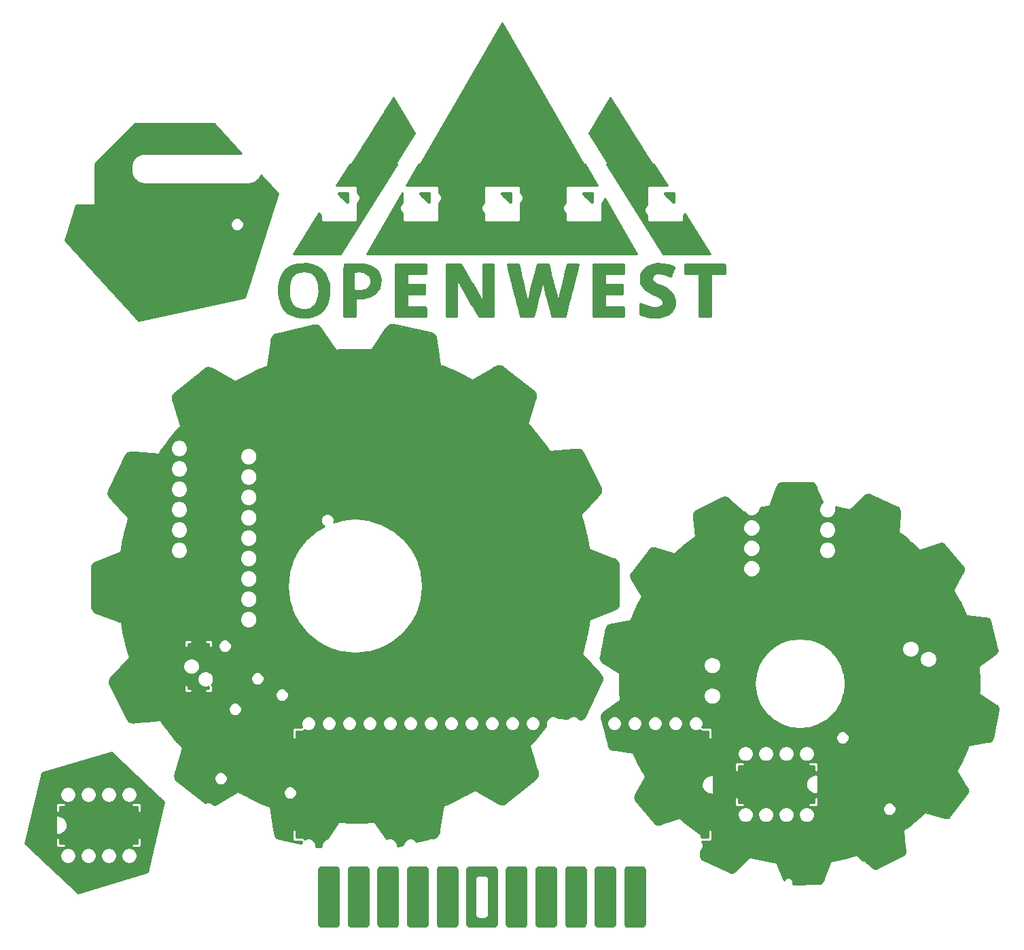
<source format=gto>
G75*
%MOIN*%
%OFA0B0*%
%FSLAX25Y25*%
%IPPOS*%
%LPD*%
%AMOC8*
5,1,8,0,0,1.08239X$1,22.5*
%
%ADD10C,0.01600*%
%ADD11C,0.01000*%
D10*
X0256208Y0374800D02*
X0252208Y0378800D01*
X0256208Y0378800D01*
X0256208Y0374800D01*
X0256208Y0376068D02*
X0254941Y0376068D01*
X0256208Y0377666D02*
X0253342Y0377666D01*
X0292208Y0378800D02*
X0296208Y0374800D01*
X0296208Y0378800D01*
X0292208Y0378800D01*
X0293342Y0377666D02*
X0296208Y0377666D01*
X0296208Y0376068D02*
X0294941Y0376068D01*
X0332208Y0378800D02*
X0336208Y0374800D01*
X0336208Y0378800D01*
X0332208Y0378800D01*
X0333342Y0377666D02*
X0336208Y0377666D01*
X0336208Y0376068D02*
X0334941Y0376068D01*
X0372208Y0378800D02*
X0376208Y0374800D01*
X0376208Y0378800D01*
X0372208Y0378800D01*
X0373342Y0377666D02*
X0376208Y0377666D01*
X0376208Y0376068D02*
X0374941Y0376068D01*
X0412208Y0378800D02*
X0416208Y0374800D01*
X0416208Y0378800D01*
X0412208Y0378800D01*
X0413342Y0377666D02*
X0416208Y0377666D01*
X0416208Y0376068D02*
X0414941Y0376068D01*
D11*
X0106588Y0094431D02*
X0098371Y0059925D01*
X0124148Y0035557D01*
X0158134Y0045694D01*
X0166352Y0080199D01*
X0140577Y0104567D01*
X0106588Y0094431D01*
X0106488Y0094008D02*
X0151745Y0094008D01*
X0152801Y0093010D02*
X0106250Y0093010D01*
X0106012Y0092011D02*
X0153857Y0092011D01*
X0154913Y0091013D02*
X0105774Y0091013D01*
X0105537Y0090014D02*
X0155970Y0090014D01*
X0157026Y0089016D02*
X0105299Y0089016D01*
X0105061Y0088017D02*
X0158082Y0088017D01*
X0159138Y0087019D02*
X0151505Y0087019D01*
X0151417Y0087106D02*
X0149984Y0087700D01*
X0148433Y0087700D01*
X0146999Y0087106D01*
X0145902Y0086009D01*
X0145308Y0084576D01*
X0145308Y0083024D01*
X0145902Y0081591D01*
X0146999Y0080494D01*
X0148433Y0079900D01*
X0149984Y0079900D01*
X0151417Y0080494D01*
X0152515Y0081591D01*
X0153108Y0083024D01*
X0153108Y0084576D01*
X0152515Y0086009D01*
X0151417Y0087106D01*
X0152503Y0086020D02*
X0160194Y0086020D01*
X0161250Y0085022D02*
X0152923Y0085022D01*
X0153108Y0084023D02*
X0162307Y0084023D01*
X0163363Y0083025D02*
X0153108Y0083025D01*
X0152695Y0082026D02*
X0164419Y0082026D01*
X0165475Y0081028D02*
X0151951Y0081028D01*
X0150794Y0079800D02*
X0153794Y0079800D01*
X0154622Y0079800D01*
X0155208Y0079214D01*
X0155208Y0075386D01*
X0154622Y0074800D01*
X0153794Y0074800D01*
X0153208Y0075386D01*
X0153208Y0077800D01*
X0150794Y0077800D01*
X0150208Y0078386D01*
X0150208Y0079214D01*
X0150794Y0079800D01*
X0150296Y0080029D02*
X0166312Y0080029D01*
X0166074Y0079031D02*
X0155208Y0079031D01*
X0155208Y0078032D02*
X0165836Y0078032D01*
X0165598Y0077034D02*
X0155208Y0077034D01*
X0155208Y0076035D02*
X0165360Y0076035D01*
X0165122Y0075037D02*
X0154859Y0075037D01*
X0153557Y0075037D02*
X0114859Y0075037D01*
X0114622Y0074800D02*
X0115208Y0075386D01*
X0115208Y0077800D01*
X0117622Y0077800D01*
X0118208Y0078386D01*
X0118208Y0079214D01*
X0117622Y0079800D01*
X0113794Y0079800D01*
X0113208Y0079214D01*
X0113208Y0075386D01*
X0113794Y0074800D01*
X0114622Y0074800D01*
X0114272Y0073782D02*
X0114092Y0073700D01*
X0113894Y0073700D01*
X0113729Y0073535D01*
X0113517Y0073439D01*
X0113448Y0073254D01*
X0113308Y0073114D01*
X0113308Y0072881D01*
X0113227Y0072663D01*
X0113308Y0072483D01*
X0113308Y0065403D01*
X0113246Y0065310D01*
X0113308Y0065001D01*
X0113308Y0064686D01*
X0113387Y0064607D01*
X0113409Y0064498D01*
X0113671Y0064323D01*
X0113894Y0064100D01*
X0114005Y0064100D01*
X0114098Y0064038D01*
X0114407Y0064100D01*
X0114722Y0064100D01*
X0114801Y0064179D01*
X0115284Y0064275D01*
X0115468Y0064229D01*
X0115674Y0064353D01*
X0115911Y0064401D01*
X0116016Y0064558D01*
X0116561Y0064885D01*
X0116669Y0064880D01*
X0116905Y0065092D01*
X0117178Y0065256D01*
X0117204Y0065361D01*
X0117792Y0065890D01*
X0117953Y0065930D01*
X0118089Y0066157D01*
X0118285Y0066334D01*
X0118294Y0066499D01*
X0118702Y0067180D01*
X0118908Y0067386D01*
X0118908Y0067523D01*
X0118979Y0067641D01*
X0118908Y0067923D01*
X0118908Y0068588D01*
X0118966Y0068671D01*
X0118908Y0068990D01*
X0118908Y0069314D01*
X0118836Y0069386D01*
X0118734Y0069949D01*
X0118784Y0070124D01*
X0118663Y0070341D01*
X0118618Y0070586D01*
X0118469Y0070689D01*
X0118228Y0071123D01*
X0118237Y0071236D01*
X0118033Y0071474D01*
X0117881Y0071748D01*
X0117772Y0071779D01*
X0117538Y0072052D01*
X0117508Y0072202D01*
X0117278Y0072356D01*
X0117098Y0072565D01*
X0116946Y0072577D01*
X0116827Y0072656D01*
X0116793Y0072746D01*
X0116492Y0072879D01*
X0116218Y0073062D01*
X0116124Y0073043D01*
X0115861Y0073160D01*
X0115847Y0073191D01*
X0115487Y0073326D01*
X0115136Y0073482D01*
X0115104Y0073470D01*
X0114862Y0073560D01*
X0114722Y0073700D01*
X0114490Y0073700D01*
X0114272Y0073782D01*
X0113308Y0073040D02*
X0101494Y0073040D01*
X0101732Y0074038D02*
X0164885Y0074038D01*
X0164647Y0073040D02*
X0116252Y0073040D01*
X0117547Y0072041D02*
X0164409Y0072041D01*
X0164171Y0071043D02*
X0118273Y0071043D01*
X0118761Y0070044D02*
X0163933Y0070044D01*
X0163696Y0069046D02*
X0118908Y0069046D01*
X0118908Y0068047D02*
X0163458Y0068047D01*
X0163220Y0067049D02*
X0118624Y0067049D01*
X0118025Y0066050D02*
X0162982Y0066050D01*
X0162744Y0065052D02*
X0116860Y0065052D01*
X0114173Y0064053D02*
X0162506Y0064053D01*
X0162269Y0063055D02*
X0099116Y0063055D01*
X0099354Y0064053D02*
X0114076Y0064053D01*
X0113298Y0065052D02*
X0099592Y0065052D01*
X0099830Y0066050D02*
X0113308Y0066050D01*
X0113308Y0067049D02*
X0100068Y0067049D01*
X0100305Y0068047D02*
X0113308Y0068047D01*
X0113308Y0069046D02*
X0100543Y0069046D01*
X0100781Y0070044D02*
X0113308Y0070044D01*
X0113308Y0071043D02*
X0101019Y0071043D01*
X0101256Y0072041D02*
X0113308Y0072041D01*
X0113557Y0075037D02*
X0101970Y0075037D01*
X0102208Y0076035D02*
X0113208Y0076035D01*
X0113208Y0077034D02*
X0102445Y0077034D01*
X0102683Y0078032D02*
X0113208Y0078032D01*
X0113208Y0079031D02*
X0102921Y0079031D01*
X0103159Y0080029D02*
X0118120Y0080029D01*
X0118433Y0079900D02*
X0119984Y0079900D01*
X0121417Y0080494D01*
X0122515Y0081591D01*
X0123108Y0083024D01*
X0123108Y0084576D01*
X0122515Y0086009D01*
X0121417Y0087106D01*
X0119984Y0087700D01*
X0118433Y0087700D01*
X0116999Y0087106D01*
X0115902Y0086009D01*
X0115308Y0084576D01*
X0115308Y0083024D01*
X0115902Y0081591D01*
X0116999Y0080494D01*
X0118433Y0079900D01*
X0118208Y0079031D02*
X0150208Y0079031D01*
X0150562Y0078032D02*
X0117855Y0078032D01*
X0115208Y0077034D02*
X0153208Y0077034D01*
X0153208Y0076035D02*
X0115208Y0076035D01*
X0116465Y0081028D02*
X0103396Y0081028D01*
X0103634Y0082026D02*
X0115722Y0082026D01*
X0115308Y0083025D02*
X0103872Y0083025D01*
X0104110Y0084023D02*
X0115308Y0084023D01*
X0115493Y0085022D02*
X0104348Y0085022D01*
X0104585Y0086020D02*
X0115913Y0086020D01*
X0116912Y0087019D02*
X0104823Y0087019D01*
X0108520Y0095007D02*
X0150689Y0095007D01*
X0149633Y0096005D02*
X0111869Y0096005D01*
X0115217Y0097004D02*
X0148576Y0097004D01*
X0147520Y0098002D02*
X0118565Y0098002D01*
X0121913Y0099001D02*
X0146464Y0099001D01*
X0145408Y0099999D02*
X0125261Y0099999D01*
X0128609Y0100998D02*
X0144352Y0100998D01*
X0143296Y0101997D02*
X0131958Y0101997D01*
X0135306Y0102995D02*
X0142239Y0102995D01*
X0141183Y0103994D02*
X0138654Y0103994D01*
X0149407Y0119730D02*
X0148931Y0120068D01*
X0148519Y0120530D01*
X0148166Y0121125D01*
X0139977Y0137854D01*
X0139723Y0138498D01*
X0139611Y0139107D01*
X0139636Y0139690D01*
X0139791Y0140261D01*
X0140073Y0140830D01*
X0140475Y0141409D01*
X0140993Y0142010D01*
X0141621Y0142644D01*
X0149469Y0151291D01*
X0148828Y0153379D01*
X0148226Y0155481D01*
X0147663Y0157596D01*
X0147140Y0159724D01*
X0146656Y0161865D01*
X0146213Y0164018D01*
X0145811Y0166182D01*
X0145449Y0168358D01*
X0134584Y0172602D01*
X0133739Y0172890D01*
X0133007Y0173197D01*
X0132389Y0173536D01*
X0131884Y0173920D01*
X0131491Y0174362D01*
X0131209Y0174873D01*
X0131038Y0175467D01*
X0130978Y0176157D01*
X0130860Y0194782D01*
X0130911Y0195473D01*
X0131074Y0196070D01*
X0131349Y0196586D01*
X0131737Y0197033D01*
X0132237Y0197425D01*
X0132851Y0197773D01*
X0133579Y0198091D01*
X0134420Y0198391D01*
X0145259Y0202779D01*
X0145587Y0204933D01*
X0145947Y0207089D01*
X0146349Y0209246D01*
X0146800Y0211403D01*
X0147302Y0213544D01*
X0147847Y0215663D01*
X0148430Y0217763D01*
X0149042Y0219847D01*
X0141070Y0228403D01*
X0140435Y0229031D01*
X0139910Y0229626D01*
X0139500Y0230201D01*
X0139212Y0230767D01*
X0139049Y0231336D01*
X0139018Y0231919D01*
X0139122Y0232530D01*
X0139367Y0233178D01*
X0147341Y0250011D01*
X0147687Y0250611D01*
X0148093Y0251077D01*
X0148565Y0251422D01*
X0149107Y0251656D01*
X0149728Y0251791D01*
X0150431Y0251838D01*
X0151224Y0251809D01*
X0152112Y0251714D01*
X0163750Y0250970D01*
X0164998Y0252788D01*
X0166277Y0254580D01*
X0167588Y0256343D01*
X0168930Y0258079D01*
X0170303Y0259787D01*
X0171706Y0261467D01*
X0173139Y0263117D01*
X0174602Y0264739D01*
X0171142Y0275892D01*
X0170842Y0276731D01*
X0170627Y0277495D01*
X0170507Y0278190D01*
X0170493Y0278824D01*
X0170593Y0279407D01*
X0170817Y0279947D01*
X0171175Y0280451D01*
X0171677Y0280928D01*
X0186167Y0292633D01*
X0186739Y0293024D01*
X0187307Y0293268D01*
X0187881Y0293374D01*
X0188472Y0293349D01*
X0189089Y0293201D01*
X0189744Y0292938D01*
X0190446Y0292567D01*
X0191205Y0292097D01*
X0201388Y0286364D01*
X0203285Y0287455D01*
X0205202Y0288511D01*
X0207139Y0289531D01*
X0209095Y0290515D01*
X0211070Y0291463D01*
X0213064Y0292373D01*
X0215076Y0293246D01*
X0217106Y0294081D01*
X0218820Y0305611D01*
X0218914Y0306499D01*
X0219052Y0307281D01*
X0219246Y0307959D01*
X0219508Y0308538D01*
X0219851Y0309020D01*
X0220287Y0309409D01*
X0220829Y0309707D01*
X0221488Y0309920D01*
X0239621Y0314181D01*
X0240306Y0314284D01*
X0240923Y0314257D01*
X0241487Y0314103D01*
X0242008Y0313824D01*
X0242501Y0313424D01*
X0242976Y0312903D01*
X0243448Y0312264D01*
X0243927Y0311511D01*
X0250581Y0301976D01*
X0252754Y0302133D01*
X0254934Y0302249D01*
X0257121Y0302323D01*
X0259315Y0302355D01*
X0261515Y0302346D01*
X0263720Y0302294D01*
X0265931Y0302201D01*
X0268146Y0302065D01*
X0274695Y0311706D01*
X0275165Y0312465D01*
X0275628Y0313109D01*
X0276096Y0313637D01*
X0276584Y0314044D01*
X0277102Y0314329D01*
X0277664Y0314490D01*
X0278281Y0314524D01*
X0278967Y0314428D01*
X0297152Y0310397D01*
X0297813Y0310194D01*
X0298358Y0309902D01*
X0298799Y0309520D01*
X0299148Y0309043D01*
X0299418Y0308468D01*
X0299620Y0307792D01*
X0299769Y0307012D01*
X0299874Y0306125D01*
X0301734Y0294620D01*
X0303797Y0293808D01*
X0305838Y0292960D01*
X0307857Y0292076D01*
X0309852Y0291156D01*
X0311825Y0290200D01*
X0313774Y0289210D01*
X0315698Y0288185D01*
X0317599Y0287126D01*
X0327656Y0292958D01*
X0328410Y0293439D01*
X0329107Y0293818D01*
X0329758Y0294089D01*
X0330374Y0294245D01*
X0330965Y0294277D01*
X0331541Y0294178D01*
X0332111Y0293941D01*
X0332688Y0293558D01*
X0347321Y0282037D01*
X0347830Y0281567D01*
X0348194Y0281067D01*
X0348426Y0280530D01*
X0348534Y0279949D01*
X0348528Y0279314D01*
X0348417Y0278618D01*
X0348212Y0277851D01*
X0347921Y0277007D01*
X0344606Y0265831D01*
X0346094Y0264217D01*
X0347549Y0262577D01*
X0348971Y0260909D01*
X0350362Y0259216D01*
X0351719Y0257497D01*
X0353044Y0255754D01*
X0354337Y0253987D01*
X0355596Y0252196D01*
X0367245Y0253092D01*
X0368131Y0253198D01*
X0368924Y0253237D01*
X0369628Y0253199D01*
X0370250Y0253072D01*
X0370796Y0252845D01*
X0371272Y0252506D01*
X0371683Y0252044D01*
X0372035Y0251449D01*
X0380227Y0234721D01*
X0380481Y0234076D01*
X0380593Y0233468D01*
X0380569Y0232885D01*
X0380414Y0232314D01*
X0380133Y0231745D01*
X0379731Y0231165D01*
X0379215Y0230563D01*
X0378588Y0229928D01*
X0370738Y0221283D01*
X0371379Y0219195D01*
X0371980Y0217093D01*
X0372543Y0214977D01*
X0373066Y0212849D01*
X0373549Y0210709D01*
X0373993Y0208556D01*
X0374395Y0206392D01*
X0374757Y0204217D01*
X0385623Y0199976D01*
X0386467Y0199687D01*
X0387198Y0199379D01*
X0387815Y0199039D01*
X0388321Y0198654D01*
X0388714Y0198213D01*
X0388996Y0197701D01*
X0389167Y0197106D01*
X0389227Y0196415D01*
X0389344Y0177791D01*
X0389293Y0177099D01*
X0389130Y0176502D01*
X0388855Y0175986D01*
X0388468Y0175539D01*
X0387967Y0175148D01*
X0387354Y0174801D01*
X0386626Y0174484D01*
X0385785Y0174185D01*
X0374945Y0169796D01*
X0374617Y0167641D01*
X0374257Y0165486D01*
X0373856Y0163330D01*
X0373405Y0161172D01*
X0372903Y0159031D01*
X0372357Y0156911D01*
X0371776Y0154811D01*
X0371165Y0152725D01*
X0379134Y0144167D01*
X0379770Y0143540D01*
X0380295Y0142945D01*
X0380704Y0142370D01*
X0380993Y0141805D01*
X0381155Y0141236D01*
X0381187Y0140653D01*
X0381082Y0140043D01*
X0380837Y0139396D01*
X0372865Y0122563D01*
X0372519Y0121963D01*
X0372113Y0121496D01*
X0371641Y0121151D01*
X0371099Y0120917D01*
X0370479Y0120781D01*
X0370371Y0120774D01*
X0370326Y0120883D01*
X0369292Y0121918D01*
X0367940Y0122478D01*
X0366477Y0122478D01*
X0365125Y0121918D01*
X0364306Y0121100D01*
X0359823Y0121387D01*
X0359292Y0121918D01*
X0357940Y0122478D01*
X0356477Y0122478D01*
X0355125Y0121918D01*
X0354090Y0120883D01*
X0353530Y0119532D01*
X0353530Y0118068D01*
X0353692Y0117678D01*
X0352615Y0116230D01*
X0351273Y0114494D01*
X0349900Y0112787D01*
X0348496Y0111108D01*
X0347063Y0109458D01*
X0345599Y0107836D01*
X0349063Y0096682D01*
X0349363Y0095842D01*
X0349578Y0095078D01*
X0349697Y0094383D01*
X0349712Y0093748D01*
X0349611Y0093166D01*
X0349387Y0092626D01*
X0349028Y0092122D01*
X0348527Y0091644D01*
X0334038Y0079942D01*
X0333466Y0079551D01*
X0332898Y0079306D01*
X0332323Y0079200D01*
X0331732Y0079225D01*
X0331115Y0079372D01*
X0330461Y0079636D01*
X0329759Y0080007D01*
X0329000Y0080479D01*
X0318816Y0086211D01*
X0316920Y0085120D01*
X0315003Y0084065D01*
X0313067Y0083044D01*
X0311111Y0082060D01*
X0309137Y0081112D01*
X0307143Y0080201D01*
X0305132Y0079328D01*
X0303103Y0078493D01*
X0301384Y0066964D01*
X0301291Y0066076D01*
X0301153Y0065294D01*
X0300959Y0064615D01*
X0300696Y0064036D01*
X0300353Y0063554D01*
X0299917Y0063165D01*
X0299376Y0062867D01*
X0298717Y0062654D01*
X0297949Y0062474D01*
X0297940Y0062478D01*
X0296477Y0062478D01*
X0295125Y0061918D01*
X0294984Y0061777D01*
X0290402Y0060701D01*
X0290326Y0060883D01*
X0289292Y0061918D01*
X0287940Y0062478D01*
X0286477Y0062478D01*
X0285125Y0061918D01*
X0284090Y0060883D01*
X0283530Y0059532D01*
X0283530Y0059086D01*
X0280886Y0058465D01*
X0280886Y0059532D01*
X0280326Y0060883D01*
X0279292Y0061918D01*
X0277940Y0062478D01*
X0276477Y0062478D01*
X0275556Y0062096D01*
X0269620Y0070599D01*
X0267448Y0070442D01*
X0265269Y0070326D01*
X0263082Y0070252D01*
X0260888Y0070219D01*
X0258689Y0070228D01*
X0256483Y0070278D01*
X0254272Y0070372D01*
X0252057Y0070507D01*
X0246605Y0062478D01*
X0246477Y0062478D01*
X0245125Y0061918D01*
X0244090Y0060883D01*
X0243530Y0059532D01*
X0243530Y0058480D01*
X0243103Y0058244D01*
X0242541Y0058084D01*
X0241924Y0058050D01*
X0241239Y0058146D01*
X0240886Y0058224D01*
X0240886Y0059532D01*
X0240326Y0060883D01*
X0239292Y0061918D01*
X0237940Y0062478D01*
X0236477Y0062478D01*
X0235208Y0061953D01*
X0235208Y0062214D01*
X0234622Y0062800D01*
X0231208Y0062800D01*
X0231208Y0066214D01*
X0230622Y0066800D01*
X0229794Y0066800D01*
X0229208Y0066214D01*
X0229208Y0061386D01*
X0229794Y0060800D01*
X0234056Y0060800D01*
X0233653Y0059827D01*
X0223053Y0062176D01*
X0222391Y0062380D01*
X0221846Y0062671D01*
X0221405Y0063054D01*
X0221056Y0063531D01*
X0220787Y0064106D01*
X0220584Y0064781D01*
X0220437Y0065561D01*
X0220333Y0066449D01*
X0218469Y0077953D01*
X0216406Y0078766D01*
X0214366Y0079615D01*
X0212348Y0080499D01*
X0210354Y0081419D01*
X0208382Y0082374D01*
X0206433Y0083365D01*
X0204509Y0084389D01*
X0202610Y0085449D01*
X0192546Y0079617D01*
X0191794Y0079137D01*
X0191097Y0078757D01*
X0190952Y0078696D01*
X0190067Y0079582D01*
X0188861Y0080081D01*
X0187556Y0080081D01*
X0186645Y0079704D01*
X0172880Y0090535D01*
X0172372Y0091006D01*
X0172007Y0091506D01*
X0171776Y0092042D01*
X0171669Y0092623D01*
X0171675Y0093258D01*
X0171786Y0093954D01*
X0171991Y0094720D01*
X0172281Y0095564D01*
X0175596Y0106746D01*
X0174110Y0108360D01*
X0172656Y0110000D01*
X0171233Y0111667D01*
X0169844Y0113360D01*
X0168487Y0115078D01*
X0167162Y0116820D01*
X0165870Y0118587D01*
X0164612Y0120376D01*
X0152959Y0119482D01*
X0152072Y0119376D01*
X0151280Y0119337D01*
X0150576Y0119375D01*
X0149954Y0119502D01*
X0149407Y0119730D01*
X0149070Y0119970D02*
X0159314Y0119970D01*
X0164898Y0119970D02*
X0233712Y0119970D01*
X0233530Y0119532D02*
X0233530Y0118068D01*
X0234056Y0116800D01*
X0229794Y0116800D01*
X0229208Y0116214D01*
X0229208Y0111386D01*
X0229794Y0110800D01*
X0230622Y0110800D01*
X0231208Y0111386D01*
X0231208Y0114800D01*
X0234622Y0114800D01*
X0235208Y0115386D01*
X0235208Y0115647D01*
X0236477Y0115122D01*
X0237940Y0115122D01*
X0239292Y0115682D01*
X0240326Y0116717D01*
X0240886Y0118068D01*
X0240886Y0119532D01*
X0240326Y0120883D01*
X0239292Y0121918D01*
X0237940Y0122478D01*
X0236477Y0122478D01*
X0235125Y0121918D01*
X0234090Y0120883D01*
X0233530Y0119532D01*
X0233530Y0118971D02*
X0165600Y0118971D01*
X0166319Y0117973D02*
X0233570Y0117973D01*
X0233984Y0116974D02*
X0167049Y0116974D01*
X0167804Y0115976D02*
X0229208Y0115976D01*
X0229208Y0114977D02*
X0168566Y0114977D01*
X0169355Y0113979D02*
X0229208Y0113979D01*
X0229208Y0112980D02*
X0170155Y0112980D01*
X0170975Y0111982D02*
X0229208Y0111982D01*
X0229611Y0110983D02*
X0171817Y0110983D01*
X0172669Y0109985D02*
X0347520Y0109985D01*
X0348388Y0110983D02*
X0230806Y0110983D01*
X0231208Y0111982D02*
X0349226Y0111982D01*
X0350055Y0112980D02*
X0231208Y0112980D01*
X0231208Y0113979D02*
X0350858Y0113979D01*
X0351647Y0114977D02*
X0234800Y0114977D01*
X0239585Y0115976D02*
X0244831Y0115976D01*
X0245125Y0115682D02*
X0246477Y0115122D01*
X0247940Y0115122D01*
X0249292Y0115682D01*
X0250326Y0116717D01*
X0250886Y0118068D01*
X0250886Y0119532D01*
X0250326Y0120883D01*
X0249292Y0121918D01*
X0247940Y0122478D01*
X0246477Y0122478D01*
X0245125Y0121918D01*
X0244090Y0120883D01*
X0243530Y0119532D01*
X0243530Y0118068D01*
X0244090Y0116717D01*
X0245125Y0115682D01*
X0243984Y0116974D02*
X0240433Y0116974D01*
X0240847Y0117973D02*
X0243570Y0117973D01*
X0243530Y0118971D02*
X0240886Y0118971D01*
X0240705Y0119970D02*
X0243712Y0119970D01*
X0244175Y0120968D02*
X0240241Y0120968D01*
X0239174Y0121967D02*
X0245242Y0121967D01*
X0249174Y0121967D02*
X0255242Y0121967D01*
X0255125Y0121918D02*
X0254090Y0120883D01*
X0253530Y0119532D01*
X0253530Y0118068D01*
X0254090Y0116717D01*
X0255125Y0115682D01*
X0256477Y0115122D01*
X0257940Y0115122D01*
X0259292Y0115682D01*
X0260326Y0116717D01*
X0260886Y0118068D01*
X0260886Y0119532D01*
X0260326Y0120883D01*
X0259292Y0121918D01*
X0257940Y0122478D01*
X0256477Y0122478D01*
X0255125Y0121918D01*
X0254175Y0120968D02*
X0250241Y0120968D01*
X0250705Y0119970D02*
X0253712Y0119970D01*
X0253530Y0118971D02*
X0250886Y0118971D01*
X0250847Y0117973D02*
X0253570Y0117973D01*
X0253984Y0116974D02*
X0250433Y0116974D01*
X0249585Y0115976D02*
X0254831Y0115976D01*
X0259585Y0115976D02*
X0264831Y0115976D01*
X0265125Y0115682D02*
X0266477Y0115122D01*
X0267940Y0115122D01*
X0269292Y0115682D01*
X0270326Y0116717D01*
X0270886Y0118068D01*
X0270886Y0119532D01*
X0270326Y0120883D01*
X0269292Y0121918D01*
X0267940Y0122478D01*
X0266477Y0122478D01*
X0265125Y0121918D01*
X0264090Y0120883D01*
X0263530Y0119532D01*
X0263530Y0118068D01*
X0264090Y0116717D01*
X0265125Y0115682D01*
X0263984Y0116974D02*
X0260433Y0116974D01*
X0260847Y0117973D02*
X0263570Y0117973D01*
X0263530Y0118971D02*
X0260886Y0118971D01*
X0260705Y0119970D02*
X0263712Y0119970D01*
X0264175Y0120968D02*
X0260241Y0120968D01*
X0259174Y0121967D02*
X0265242Y0121967D01*
X0269174Y0121967D02*
X0275242Y0121967D01*
X0275125Y0121918D02*
X0274090Y0120883D01*
X0273530Y0119532D01*
X0273530Y0118068D01*
X0274090Y0116717D01*
X0275125Y0115682D01*
X0276477Y0115122D01*
X0277940Y0115122D01*
X0279292Y0115682D01*
X0280326Y0116717D01*
X0280886Y0118068D01*
X0280886Y0119532D01*
X0280326Y0120883D01*
X0279292Y0121918D01*
X0277940Y0122478D01*
X0276477Y0122478D01*
X0275125Y0121918D01*
X0274175Y0120968D02*
X0270241Y0120968D01*
X0270705Y0119970D02*
X0273712Y0119970D01*
X0273530Y0118971D02*
X0270886Y0118971D01*
X0270847Y0117973D02*
X0273570Y0117973D01*
X0273984Y0116974D02*
X0270433Y0116974D01*
X0269585Y0115976D02*
X0274831Y0115976D01*
X0279585Y0115976D02*
X0284831Y0115976D01*
X0285125Y0115682D02*
X0286477Y0115122D01*
X0287940Y0115122D01*
X0289292Y0115682D01*
X0290326Y0116717D01*
X0290886Y0118068D01*
X0290886Y0119532D01*
X0290326Y0120883D01*
X0289292Y0121918D01*
X0287940Y0122478D01*
X0286477Y0122478D01*
X0285125Y0121918D01*
X0284090Y0120883D01*
X0283530Y0119532D01*
X0283530Y0118068D01*
X0284090Y0116717D01*
X0285125Y0115682D01*
X0283984Y0116974D02*
X0280433Y0116974D01*
X0280847Y0117973D02*
X0283570Y0117973D01*
X0283530Y0118971D02*
X0280886Y0118971D01*
X0280705Y0119970D02*
X0283712Y0119970D01*
X0284175Y0120968D02*
X0280241Y0120968D01*
X0279174Y0121967D02*
X0285242Y0121967D01*
X0289174Y0121967D02*
X0295242Y0121967D01*
X0295125Y0121918D02*
X0294090Y0120883D01*
X0293530Y0119532D01*
X0293530Y0118068D01*
X0294090Y0116717D01*
X0295125Y0115682D01*
X0296477Y0115122D01*
X0297940Y0115122D01*
X0299292Y0115682D01*
X0300326Y0116717D01*
X0300886Y0118068D01*
X0300886Y0119532D01*
X0300326Y0120883D01*
X0299292Y0121918D01*
X0297940Y0122478D01*
X0296477Y0122478D01*
X0295125Y0121918D01*
X0294175Y0120968D02*
X0290241Y0120968D01*
X0290705Y0119970D02*
X0293712Y0119970D01*
X0293530Y0118971D02*
X0290886Y0118971D01*
X0290847Y0117973D02*
X0293570Y0117973D01*
X0293984Y0116974D02*
X0290433Y0116974D01*
X0289585Y0115976D02*
X0294831Y0115976D01*
X0299585Y0115976D02*
X0304831Y0115976D01*
X0305125Y0115682D02*
X0306477Y0115122D01*
X0307940Y0115122D01*
X0309292Y0115682D01*
X0310326Y0116717D01*
X0310886Y0118068D01*
X0310886Y0119532D01*
X0310326Y0120883D01*
X0309292Y0121918D01*
X0307940Y0122478D01*
X0306477Y0122478D01*
X0305125Y0121918D01*
X0304090Y0120883D01*
X0303530Y0119532D01*
X0303530Y0118068D01*
X0304090Y0116717D01*
X0305125Y0115682D01*
X0303984Y0116974D02*
X0300433Y0116974D01*
X0300847Y0117973D02*
X0303570Y0117973D01*
X0303530Y0118971D02*
X0300886Y0118971D01*
X0300705Y0119970D02*
X0303712Y0119970D01*
X0304175Y0120968D02*
X0300241Y0120968D01*
X0299174Y0121967D02*
X0305242Y0121967D01*
X0309174Y0121967D02*
X0315242Y0121967D01*
X0315125Y0121918D02*
X0314090Y0120883D01*
X0313530Y0119532D01*
X0313530Y0118068D01*
X0314090Y0116717D01*
X0315125Y0115682D01*
X0316477Y0115122D01*
X0317940Y0115122D01*
X0319292Y0115682D01*
X0320326Y0116717D01*
X0320886Y0118068D01*
X0320886Y0119532D01*
X0320326Y0120883D01*
X0319292Y0121918D01*
X0317940Y0122478D01*
X0316477Y0122478D01*
X0315125Y0121918D01*
X0314175Y0120968D02*
X0310241Y0120968D01*
X0310705Y0119970D02*
X0313712Y0119970D01*
X0313530Y0118971D02*
X0310886Y0118971D01*
X0310847Y0117973D02*
X0313570Y0117973D01*
X0313984Y0116974D02*
X0310433Y0116974D01*
X0309585Y0115976D02*
X0314831Y0115976D01*
X0319585Y0115976D02*
X0324831Y0115976D01*
X0325125Y0115682D02*
X0326477Y0115122D01*
X0327940Y0115122D01*
X0329292Y0115682D01*
X0330326Y0116717D01*
X0330886Y0118068D01*
X0330886Y0119532D01*
X0330326Y0120883D01*
X0329292Y0121918D01*
X0327940Y0122478D01*
X0326477Y0122478D01*
X0325125Y0121918D01*
X0324090Y0120883D01*
X0323530Y0119532D01*
X0323530Y0118068D01*
X0324090Y0116717D01*
X0325125Y0115682D01*
X0323984Y0116974D02*
X0320433Y0116974D01*
X0320847Y0117973D02*
X0323570Y0117973D01*
X0323530Y0118971D02*
X0320886Y0118971D01*
X0320705Y0119970D02*
X0323712Y0119970D01*
X0324175Y0120968D02*
X0320241Y0120968D01*
X0319174Y0121967D02*
X0325242Y0121967D01*
X0329174Y0121967D02*
X0335242Y0121967D01*
X0335125Y0121918D02*
X0334090Y0120883D01*
X0333530Y0119532D01*
X0333530Y0118068D01*
X0334090Y0116717D01*
X0335125Y0115682D01*
X0336477Y0115122D01*
X0337940Y0115122D01*
X0339292Y0115682D01*
X0340326Y0116717D01*
X0340886Y0118068D01*
X0340886Y0119532D01*
X0340326Y0120883D01*
X0339292Y0121918D01*
X0337940Y0122478D01*
X0336477Y0122478D01*
X0335125Y0121918D01*
X0334175Y0120968D02*
X0330241Y0120968D01*
X0330705Y0119970D02*
X0333712Y0119970D01*
X0333530Y0118971D02*
X0330886Y0118971D01*
X0330847Y0117973D02*
X0333570Y0117973D01*
X0333984Y0116974D02*
X0330433Y0116974D01*
X0329585Y0115976D02*
X0334831Y0115976D01*
X0339585Y0115976D02*
X0344831Y0115976D01*
X0345125Y0115682D02*
X0346477Y0115122D01*
X0347940Y0115122D01*
X0349292Y0115682D01*
X0350326Y0116717D01*
X0350886Y0118068D01*
X0350886Y0119532D01*
X0350326Y0120883D01*
X0349292Y0121918D01*
X0347940Y0122478D01*
X0346477Y0122478D01*
X0345125Y0121918D01*
X0344090Y0120883D01*
X0343530Y0119532D01*
X0343530Y0118068D01*
X0344090Y0116717D01*
X0345125Y0115682D01*
X0343984Y0116974D02*
X0340433Y0116974D01*
X0340847Y0117973D02*
X0343570Y0117973D01*
X0343530Y0118971D02*
X0340886Y0118971D01*
X0340705Y0119970D02*
X0343712Y0119970D01*
X0344175Y0120968D02*
X0340241Y0120968D01*
X0339174Y0121967D02*
X0345242Y0121967D01*
X0349174Y0121967D02*
X0355242Y0121967D01*
X0354175Y0120968D02*
X0350241Y0120968D01*
X0350705Y0119970D02*
X0353712Y0119970D01*
X0353530Y0118971D02*
X0350886Y0118971D01*
X0350847Y0117973D02*
X0353570Y0117973D01*
X0353169Y0116974D02*
X0350433Y0116974D01*
X0349585Y0115976D02*
X0352419Y0115976D01*
X0359174Y0121967D02*
X0365242Y0121967D01*
X0369174Y0121967D02*
X0372521Y0121967D01*
X0373055Y0122965D02*
X0202938Y0122965D01*
X0203067Y0123018D02*
X0203990Y0123941D01*
X0204489Y0125147D01*
X0204489Y0126453D01*
X0203990Y0127659D01*
X0203067Y0128582D01*
X0201861Y0129081D01*
X0200556Y0129081D01*
X0199350Y0128582D01*
X0198427Y0127659D01*
X0197927Y0126453D01*
X0197927Y0125147D01*
X0198427Y0123941D01*
X0199350Y0123018D01*
X0200556Y0122519D01*
X0201861Y0122519D01*
X0203067Y0123018D01*
X0203999Y0123964D02*
X0373528Y0123964D01*
X0374001Y0124962D02*
X0204413Y0124962D01*
X0204489Y0125961D02*
X0374474Y0125961D01*
X0374947Y0126959D02*
X0204280Y0126959D01*
X0203691Y0127958D02*
X0375420Y0127958D01*
X0375893Y0128956D02*
X0202162Y0128956D01*
X0200254Y0128956D02*
X0144332Y0128956D01*
X0144821Y0127958D02*
X0198726Y0127958D01*
X0198137Y0126959D02*
X0145310Y0126959D01*
X0145799Y0125961D02*
X0197927Y0125961D01*
X0198004Y0124962D02*
X0146287Y0124962D01*
X0146776Y0123964D02*
X0198417Y0123964D01*
X0199478Y0122965D02*
X0147265Y0122965D01*
X0147754Y0121967D02*
X0235242Y0121967D01*
X0234175Y0120968D02*
X0148259Y0120968D01*
X0143844Y0129955D02*
X0222503Y0129955D01*
X0222350Y0130018D02*
X0223556Y0129519D01*
X0224861Y0129519D01*
X0226067Y0130018D01*
X0226990Y0130941D01*
X0227489Y0132147D01*
X0227489Y0133453D01*
X0226990Y0134659D01*
X0226067Y0135582D01*
X0224861Y0136081D01*
X0223556Y0136081D01*
X0222350Y0135582D01*
X0221427Y0134659D01*
X0220927Y0133453D01*
X0220927Y0132147D01*
X0221427Y0130941D01*
X0222350Y0130018D01*
X0221422Y0130953D02*
X0143355Y0130953D01*
X0142866Y0131952D02*
X0221008Y0131952D01*
X0220927Y0132950D02*
X0142377Y0132950D01*
X0141889Y0133949D02*
X0176645Y0133949D01*
X0176794Y0133800D02*
X0179622Y0133800D01*
X0180208Y0134386D01*
X0180208Y0135214D01*
X0179622Y0135800D01*
X0178208Y0135800D01*
X0178208Y0137214D01*
X0177622Y0137800D01*
X0176794Y0137800D01*
X0176208Y0137214D01*
X0176208Y0134386D01*
X0176794Y0133800D01*
X0176208Y0134947D02*
X0141400Y0134947D01*
X0140911Y0135946D02*
X0176208Y0135946D01*
X0176208Y0136944D02*
X0140422Y0136944D01*
X0139942Y0137943D02*
X0183453Y0137943D01*
X0183201Y0138194D02*
X0184347Y0137049D01*
X0185843Y0136429D01*
X0187463Y0136429D01*
X0188208Y0136738D01*
X0188208Y0135800D01*
X0186794Y0135800D01*
X0186208Y0135214D01*
X0186208Y0134386D01*
X0186794Y0133800D01*
X0189622Y0133800D01*
X0190208Y0134386D01*
X0190208Y0135214D01*
X0190208Y0137214D01*
X0189666Y0137756D01*
X0190105Y0138194D01*
X0190725Y0139691D01*
X0190725Y0141311D01*
X0190105Y0142807D01*
X0188960Y0143953D01*
X0187463Y0144572D01*
X0185843Y0144572D01*
X0184347Y0143953D01*
X0183201Y0142807D01*
X0182581Y0141311D01*
X0182581Y0139691D01*
X0183201Y0138194D01*
X0182892Y0138941D02*
X0139642Y0138941D01*
X0139704Y0139940D02*
X0182581Y0139940D01*
X0182581Y0140938D02*
X0140148Y0140938D01*
X0140930Y0141937D02*
X0182841Y0141937D01*
X0183330Y0142935D02*
X0181073Y0142935D01*
X0180573Y0142728D02*
X0182070Y0143348D01*
X0183215Y0144494D01*
X0183835Y0145990D01*
X0183835Y0147610D01*
X0183215Y0149106D01*
X0182070Y0150252D01*
X0180573Y0150872D01*
X0178953Y0150872D01*
X0177457Y0150252D01*
X0176312Y0149106D01*
X0175692Y0147610D01*
X0175692Y0145990D01*
X0176312Y0144494D01*
X0177457Y0143348D01*
X0178953Y0142728D01*
X0180573Y0142728D01*
X0178453Y0142935D02*
X0141885Y0142935D01*
X0142792Y0143934D02*
X0176871Y0143934D01*
X0176130Y0144932D02*
X0143698Y0144932D01*
X0144604Y0145931D02*
X0175716Y0145931D01*
X0175692Y0146930D02*
X0145510Y0146930D01*
X0146417Y0147928D02*
X0175824Y0147928D01*
X0176237Y0148927D02*
X0147323Y0148927D01*
X0148229Y0149925D02*
X0177130Y0149925D01*
X0182397Y0149925D02*
X0373772Y0149925D01*
X0374702Y0148927D02*
X0183290Y0148927D01*
X0183703Y0147928D02*
X0375632Y0147928D01*
X0376561Y0146930D02*
X0183835Y0146930D01*
X0183811Y0145931D02*
X0377491Y0145931D01*
X0378421Y0144932D02*
X0183397Y0144932D01*
X0182656Y0143934D02*
X0184328Y0143934D01*
X0188978Y0143934D02*
X0211200Y0143934D01*
X0211556Y0144081D02*
X0210350Y0143582D01*
X0209427Y0142659D01*
X0208927Y0141453D01*
X0208927Y0140147D01*
X0209427Y0138941D01*
X0210350Y0138018D01*
X0211556Y0137519D01*
X0212861Y0137519D01*
X0214067Y0138018D01*
X0214990Y0138941D01*
X0215489Y0140147D01*
X0215489Y0141453D01*
X0214990Y0142659D01*
X0214067Y0143582D01*
X0212861Y0144081D01*
X0211556Y0144081D01*
X0213216Y0143934D02*
X0379370Y0143934D01*
X0380302Y0142935D02*
X0214713Y0142935D01*
X0215289Y0141937D02*
X0380925Y0141937D01*
X0381171Y0140938D02*
X0215489Y0140938D01*
X0215403Y0139940D02*
X0381043Y0139940D01*
X0380621Y0138941D02*
X0214990Y0138941D01*
X0213885Y0137943D02*
X0380148Y0137943D01*
X0379676Y0136944D02*
X0190208Y0136944D01*
X0190208Y0135946D02*
X0223229Y0135946D01*
X0221715Y0134947D02*
X0190208Y0134947D01*
X0189771Y0133949D02*
X0221133Y0133949D01*
X0225187Y0135946D02*
X0379203Y0135946D01*
X0378730Y0134947D02*
X0226701Y0134947D01*
X0227284Y0133949D02*
X0378257Y0133949D01*
X0377784Y0132950D02*
X0227489Y0132950D01*
X0227408Y0131952D02*
X0377311Y0131952D01*
X0376838Y0130953D02*
X0226995Y0130953D01*
X0225913Y0129955D02*
X0376365Y0129955D01*
X0381975Y0124101D02*
X0382457Y0124467D01*
X0383026Y0124839D01*
X0390271Y0130031D01*
X0390128Y0131686D01*
X0390008Y0133348D01*
X0389920Y0135018D01*
X0389867Y0136696D01*
X0389856Y0138373D01*
X0389881Y0140041D01*
X0389937Y0141702D01*
X0390017Y0143358D01*
X0382576Y0148268D01*
X0381992Y0148619D01*
X0381496Y0148966D01*
X0381090Y0149319D01*
X0380775Y0149687D01*
X0380553Y0150080D01*
X0380425Y0150506D01*
X0380394Y0150977D01*
X0380460Y0151502D01*
X0383352Y0165404D01*
X0383501Y0165910D01*
X0383718Y0166328D01*
X0384006Y0166668D01*
X0384366Y0166939D01*
X0384801Y0167150D01*
X0385314Y0167311D01*
X0385907Y0167432D01*
X0386583Y0167521D01*
X0395339Y0169053D01*
X0395937Y0170623D01*
X0396564Y0172180D01*
X0397219Y0173722D01*
X0397902Y0175248D01*
X0398613Y0176760D01*
X0399352Y0178256D01*
X0400119Y0179736D01*
X0400913Y0181200D01*
X0396350Y0188844D01*
X0395977Y0189413D01*
X0395681Y0189941D01*
X0395468Y0190434D01*
X0395344Y0190902D01*
X0395313Y0191352D01*
X0395383Y0191792D01*
X0395559Y0192229D01*
X0395846Y0192672D01*
X0404484Y0203941D01*
X0404837Y0204332D01*
X0405214Y0204615D01*
X0405620Y0204796D01*
X0406063Y0204884D01*
X0406546Y0204885D01*
X0407078Y0204807D01*
X0407664Y0204659D01*
X0408310Y0204446D01*
X0416885Y0202022D01*
X0419327Y0204297D01*
X0421852Y0206480D01*
X0424459Y0208568D01*
X0427148Y0210557D01*
X0426353Y0219408D01*
X0426264Y0220083D01*
X0426226Y0220686D01*
X0426248Y0221224D01*
X0426339Y0221699D01*
X0426506Y0222118D01*
X0426759Y0222483D01*
X0427107Y0222802D01*
X0427557Y0223076D01*
X0440231Y0229483D01*
X0440720Y0229683D01*
X0441182Y0229774D01*
X0441627Y0229761D01*
X0442064Y0229648D01*
X0442500Y0229439D01*
X0442946Y0229138D01*
X0443409Y0228750D01*
X0443898Y0228278D01*
X0450539Y0222406D01*
X0450840Y0222502D01*
X0450890Y0222382D01*
X0452090Y0221181D01*
X0453659Y0220531D01*
X0455357Y0220531D01*
X0456926Y0221181D01*
X0458127Y0222382D01*
X0458777Y0223951D01*
X0458777Y0224682D01*
X0460217Y0224995D01*
X0461872Y0225322D01*
X0463537Y0225618D01*
X0466665Y0233933D01*
X0466876Y0234581D01*
X0467103Y0235141D01*
X0467356Y0235616D01*
X0467643Y0236005D01*
X0467976Y0236309D01*
X0468364Y0236528D01*
X0468815Y0236663D01*
X0469341Y0236715D01*
X0483539Y0236987D01*
X0484065Y0236956D01*
X0484521Y0236837D01*
X0484917Y0236633D01*
X0485261Y0236341D01*
X0485563Y0235963D01*
X0485834Y0235499D01*
X0486083Y0234947D01*
X0486320Y0234308D01*
X0489237Y0227365D01*
X0488090Y0226218D01*
X0487440Y0224649D01*
X0487440Y0222951D01*
X0488090Y0221382D01*
X0489290Y0220181D01*
X0490859Y0219531D01*
X0492557Y0219531D01*
X0494126Y0220181D01*
X0495327Y0221382D01*
X0495977Y0222951D01*
X0495977Y0224649D01*
X0495778Y0225128D01*
X0496395Y0225006D01*
X0498027Y0224652D01*
X0499649Y0224268D01*
X0501259Y0223854D01*
X0502856Y0223410D01*
X0509263Y0229532D01*
X0509736Y0230022D01*
X0510185Y0230429D01*
X0510619Y0230746D01*
X0511048Y0230972D01*
X0511480Y0231102D01*
X0511924Y0231132D01*
X0512390Y0231058D01*
X0512885Y0230878D01*
X0525795Y0224963D01*
X0526255Y0224705D01*
X0526615Y0224400D01*
X0526882Y0224044D01*
X0527065Y0223633D01*
X0527174Y0223161D01*
X0527217Y0222625D01*
X0527202Y0222020D01*
X0527138Y0221342D01*
X0526684Y0212468D01*
X0529448Y0210584D01*
X0531607Y0208987D01*
X0531607Y0208764D01*
X0531584Y0208734D01*
X0531607Y0208537D01*
X0531607Y0208339D01*
X0531634Y0208312D01*
X0531639Y0208274D01*
X0531795Y0208151D01*
X0531935Y0208011D01*
X0531974Y0208011D01*
X0533122Y0207109D01*
X0534400Y0206068D01*
X0535659Y0205003D01*
X0536785Y0204014D01*
X0536809Y0203940D01*
X0536953Y0203866D01*
X0537075Y0203760D01*
X0537153Y0203765D01*
X0537222Y0203729D01*
X0537376Y0203779D01*
X0537538Y0203790D01*
X0537589Y0203848D01*
X0545706Y0206485D01*
X0545719Y0206479D01*
X0545925Y0206556D01*
X0546135Y0206624D01*
X0546141Y0206636D01*
X0546555Y0206790D01*
X0547088Y0206948D01*
X0547548Y0207033D01*
X0547936Y0207047D01*
X0548265Y0206995D01*
X0548562Y0206876D01*
X0548854Y0206674D01*
X0549169Y0206351D01*
X0558205Y0195457D01*
X0558465Y0195088D01*
X0558609Y0194765D01*
X0558671Y0194452D01*
X0558662Y0194119D01*
X0558577Y0193740D01*
X0558408Y0193304D01*
X0558156Y0192808D01*
X0557928Y0192429D01*
X0557915Y0192425D01*
X0557809Y0192231D01*
X0557695Y0192043D01*
X0557699Y0192029D01*
X0553611Y0184544D01*
X0553543Y0184504D01*
X0553503Y0184347D01*
X0553426Y0184205D01*
X0553448Y0184130D01*
X0553428Y0184055D01*
X0553511Y0183915D01*
X0553556Y0183760D01*
X0553625Y0183723D01*
X0554393Y0182427D01*
X0555211Y0180986D01*
X0556002Y0179529D01*
X0556766Y0178055D01*
X0557503Y0176566D01*
X0558212Y0175060D01*
X0558894Y0173539D01*
X0559489Y0172138D01*
X0559478Y0172061D01*
X0559577Y0171932D01*
X0559640Y0171783D01*
X0559712Y0171754D01*
X0559759Y0171692D01*
X0559920Y0171670D01*
X0560070Y0171609D01*
X0560142Y0171640D01*
X0568580Y0170494D01*
X0568588Y0170484D01*
X0568808Y0170463D01*
X0569026Y0170434D01*
X0569037Y0170442D01*
X0569478Y0170401D01*
X0570028Y0170311D01*
X0570479Y0170188D01*
X0570836Y0170032D01*
X0571111Y0169842D01*
X0571326Y0169606D01*
X0571502Y0169298D01*
X0571646Y0168871D01*
X0575059Y0155133D01*
X0575132Y0154688D01*
X0575121Y0154334D01*
X0575041Y0154025D01*
X0574887Y0153728D01*
X0574645Y0153423D01*
X0574304Y0153104D01*
X0573861Y0152769D01*
X0573491Y0152527D01*
X0573477Y0152529D01*
X0573298Y0152401D01*
X0573114Y0152281D01*
X0573111Y0152267D01*
X0566167Y0147290D01*
X0566088Y0147284D01*
X0565985Y0147160D01*
X0565854Y0147066D01*
X0565841Y0146988D01*
X0565790Y0146928D01*
X0565804Y0146767D01*
X0565778Y0146608D01*
X0565824Y0146544D01*
X0565956Y0145047D01*
X0566074Y0143396D01*
X0566162Y0141736D01*
X0566213Y0140069D01*
X0566225Y0138405D01*
X0566201Y0136748D01*
X0566147Y0135097D01*
X0566074Y0133600D01*
X0566030Y0133535D01*
X0566063Y0133377D01*
X0566055Y0133215D01*
X0566108Y0133157D01*
X0566123Y0133080D01*
X0566258Y0132991D01*
X0566367Y0132872D01*
X0566445Y0132868D01*
X0573574Y0128157D01*
X0573577Y0128144D01*
X0573766Y0128030D01*
X0573949Y0127909D01*
X0573963Y0127912D01*
X0574343Y0127684D01*
X0574798Y0127366D01*
X0575151Y0127060D01*
X0575404Y0126765D01*
X0575569Y0126474D01*
X0575661Y0126169D01*
X0575685Y0125815D01*
X0575630Y0125368D01*
X0572747Y0111510D01*
X0572620Y0111077D01*
X0572456Y0110762D01*
X0572250Y0110517D01*
X0571983Y0110317D01*
X0571634Y0110147D01*
X0571188Y0110007D01*
X0570643Y0109896D01*
X0570203Y0109838D01*
X0570192Y0109846D01*
X0569976Y0109808D01*
X0569757Y0109779D01*
X0569749Y0109768D01*
X0561356Y0108301D01*
X0561283Y0108328D01*
X0561135Y0108262D01*
X0560975Y0108234D01*
X0560931Y0108170D01*
X0560859Y0108138D01*
X0560802Y0107987D01*
X0560709Y0107854D01*
X0560722Y0107778D01*
X0560182Y0106356D01*
X0559559Y0104810D01*
X0558908Y0103279D01*
X0558229Y0101762D01*
X0557522Y0100261D01*
X0556788Y0098774D01*
X0556026Y0097304D01*
X0555308Y0095980D01*
X0555240Y0095940D01*
X0555201Y0095783D01*
X0555124Y0095641D01*
X0555146Y0095566D01*
X0555127Y0095490D01*
X0555210Y0095351D01*
X0555256Y0095196D01*
X0555325Y0095159D01*
X0559699Y0087834D01*
X0559697Y0087821D01*
X0559817Y0087636D01*
X0559930Y0087447D01*
X0559943Y0087444D01*
X0560185Y0087074D01*
X0560457Y0086589D01*
X0560642Y0086160D01*
X0560742Y0085784D01*
X0560764Y0085451D01*
X0560715Y0085136D01*
X0560583Y0084807D01*
X0560338Y0084428D01*
X0551726Y0073196D01*
X0551423Y0072861D01*
X0551140Y0072648D01*
X0550848Y0072518D01*
X0550521Y0072453D01*
X0550133Y0072452D01*
X0549671Y0072520D01*
X0549132Y0072656D01*
X0548711Y0072795D01*
X0548704Y0072808D01*
X0548492Y0072867D01*
X0548284Y0072936D01*
X0548271Y0072930D01*
X0540058Y0075252D01*
X0540006Y0075307D01*
X0539842Y0075313D01*
X0539684Y0075357D01*
X0539618Y0075321D01*
X0539543Y0075323D01*
X0539422Y0075211D01*
X0539279Y0075131D01*
X0539258Y0075059D01*
X0536940Y0072899D01*
X0534432Y0070729D01*
X0531841Y0068654D01*
X0529288Y0066765D01*
X0529214Y0066758D01*
X0529108Y0066631D01*
X0528975Y0066533D01*
X0528964Y0066459D01*
X0528916Y0066402D01*
X0528931Y0066237D01*
X0528907Y0066074D01*
X0528951Y0066014D01*
X0529712Y0057537D01*
X0529704Y0057526D01*
X0529733Y0057308D01*
X0529752Y0057089D01*
X0529763Y0057080D01*
X0529821Y0056641D01*
X0529855Y0056085D01*
X0529836Y0055618D01*
X0529763Y0055237D01*
X0529639Y0054927D01*
X0529457Y0054665D01*
X0529195Y0054426D01*
X0528810Y0054191D01*
X0516176Y0047804D01*
X0515759Y0047634D01*
X0515413Y0047565D01*
X0515094Y0047575D01*
X0514771Y0047659D01*
X0514420Y0047827D01*
X0514033Y0048088D01*
X0513606Y0048446D01*
X0513287Y0048754D01*
X0513286Y0048767D01*
X0513121Y0048913D01*
X0512962Y0049066D01*
X0512949Y0049066D01*
X0510033Y0051645D01*
X0509882Y0051797D01*
X0509862Y0051797D01*
X0509847Y0051810D01*
X0509632Y0051797D01*
X0509418Y0051798D01*
X0509404Y0051783D01*
X0509384Y0051782D01*
X0509241Y0051621D01*
X0509228Y0051608D01*
X0506098Y0054375D01*
X0504517Y0053869D01*
X0502924Y0053392D01*
X0501317Y0052945D01*
X0499698Y0052527D01*
X0498067Y0052140D01*
X0496424Y0051783D01*
X0494770Y0051456D01*
X0493105Y0051160D01*
X0489980Y0042843D01*
X0489767Y0042196D01*
X0489539Y0041636D01*
X0489286Y0041161D01*
X0488998Y0040773D01*
X0488665Y0040469D01*
X0488278Y0040250D01*
X0487826Y0040115D01*
X0487302Y0040063D01*
X0474747Y0039821D01*
X0474876Y0039949D01*
X0474876Y0041840D01*
X0473539Y0043176D01*
X0471649Y0043176D01*
X0470490Y0042017D01*
X0470323Y0042468D01*
X0466881Y0050658D01*
X0465207Y0050891D01*
X0463543Y0051154D01*
X0461890Y0051447D01*
X0460246Y0051771D01*
X0458614Y0052126D01*
X0456993Y0052511D01*
X0455384Y0052926D01*
X0453787Y0053371D01*
X0447376Y0047246D01*
X0446904Y0046755D01*
X0446456Y0046348D01*
X0446022Y0046030D01*
X0445594Y0045805D01*
X0445162Y0045675D01*
X0444718Y0045645D01*
X0444253Y0045719D01*
X0443757Y0045900D01*
X0430848Y0051814D01*
X0430387Y0052072D01*
X0430026Y0052376D01*
X0429759Y0052732D01*
X0429575Y0053143D01*
X0429466Y0053614D01*
X0429423Y0054150D01*
X0429438Y0054754D01*
X0429502Y0055432D01*
X0429527Y0055917D01*
X0430326Y0056717D01*
X0430886Y0058068D01*
X0430886Y0059532D01*
X0430361Y0060800D01*
X0434622Y0060800D01*
X0435208Y0061386D01*
X0435208Y0066214D01*
X0434622Y0066800D01*
X0433794Y0066800D01*
X0433208Y0066214D01*
X0433208Y0062800D01*
X0429878Y0062800D01*
X0429955Y0064311D01*
X0427193Y0066196D01*
X0424507Y0068182D01*
X0421900Y0070266D01*
X0419373Y0072443D01*
X0410902Y0069693D01*
X0410264Y0069455D01*
X0409683Y0069283D01*
X0409155Y0069185D01*
X0408670Y0069168D01*
X0408225Y0069239D01*
X0407811Y0069405D01*
X0407424Y0069674D01*
X0407055Y0070052D01*
X0397989Y0080981D01*
X0397685Y0081413D01*
X0397493Y0081843D01*
X0397407Y0082280D01*
X0397419Y0082730D01*
X0397526Y0083203D01*
X0397721Y0083704D01*
X0397998Y0084242D01*
X0398350Y0084825D01*
X0402615Y0092635D01*
X0401765Y0094067D01*
X0400943Y0095517D01*
X0400147Y0096983D01*
X0399378Y0098467D01*
X0398637Y0099966D01*
X0397923Y0101482D01*
X0397237Y0103014D01*
X0396578Y0104561D01*
X0387767Y0105758D01*
X0387090Y0105821D01*
X0386493Y0105919D01*
X0385974Y0106060D01*
X0385530Y0106254D01*
X0385159Y0106511D01*
X0384859Y0106839D01*
X0384627Y0107247D01*
X0384459Y0107746D01*
X0381035Y0121526D01*
X0380950Y0122048D01*
X0380963Y0122520D01*
X0381075Y0122952D01*
X0381282Y0123353D01*
X0381583Y0123733D01*
X0381975Y0124101D01*
X0381829Y0123964D02*
X0461441Y0123964D01*
X0462265Y0122965D02*
X0381082Y0122965D01*
X0380963Y0121967D02*
X0385242Y0121967D01*
X0385125Y0121918D02*
X0384090Y0120883D01*
X0383530Y0119532D01*
X0383530Y0118068D01*
X0384090Y0116717D01*
X0385125Y0115682D01*
X0386477Y0115122D01*
X0387940Y0115122D01*
X0389292Y0115682D01*
X0390326Y0116717D01*
X0390886Y0118068D01*
X0390886Y0119532D01*
X0390326Y0120883D01*
X0389292Y0121918D01*
X0387940Y0122478D01*
X0386477Y0122478D01*
X0385125Y0121918D01*
X0384175Y0120968D02*
X0381174Y0120968D01*
X0381422Y0119970D02*
X0383712Y0119970D01*
X0383530Y0118971D02*
X0381670Y0118971D01*
X0381918Y0117973D02*
X0383570Y0117973D01*
X0383984Y0116974D02*
X0382166Y0116974D01*
X0382414Y0115976D02*
X0384831Y0115976D01*
X0382663Y0114977D02*
X0429617Y0114977D01*
X0429794Y0114800D02*
X0433208Y0114800D01*
X0433208Y0111386D01*
X0433794Y0110800D01*
X0434622Y0110800D01*
X0435208Y0111386D01*
X0435208Y0116214D01*
X0434622Y0116800D01*
X0430361Y0116800D01*
X0430886Y0118068D01*
X0430886Y0119532D01*
X0430326Y0120883D01*
X0429292Y0121918D01*
X0427940Y0122478D01*
X0426477Y0122478D01*
X0425125Y0121918D01*
X0424090Y0120883D01*
X0423530Y0119532D01*
X0423530Y0118068D01*
X0424090Y0116717D01*
X0425125Y0115682D01*
X0426477Y0115122D01*
X0427940Y0115122D01*
X0429208Y0115647D01*
X0429208Y0115386D01*
X0429794Y0114800D01*
X0430433Y0116974D02*
X0472427Y0116974D01*
X0473444Y0116659D02*
X0470023Y0117720D01*
X0469917Y0117689D01*
X0469639Y0117839D01*
X0469338Y0117933D01*
X0469286Y0118031D01*
X0466204Y0119704D01*
X0466095Y0119694D01*
X0465850Y0119896D01*
X0465571Y0120047D01*
X0465540Y0120152D01*
X0462860Y0122363D01*
X0462753Y0122374D01*
X0462550Y0122619D01*
X0462305Y0122822D01*
X0462294Y0122929D01*
X0460083Y0125609D01*
X0459979Y0125640D01*
X0459827Y0125919D01*
X0459625Y0126164D01*
X0459635Y0126272D01*
X0457962Y0129355D01*
X0457864Y0129407D01*
X0457771Y0129708D01*
X0457620Y0129986D01*
X0457651Y0130092D01*
X0456590Y0133513D01*
X0456502Y0133584D01*
X0456471Y0133896D01*
X0456378Y0134196D01*
X0456430Y0134296D01*
X0456058Y0137989D01*
X0455986Y0138077D01*
X0456018Y0138389D01*
X0455986Y0138701D01*
X0456058Y0138789D01*
X0456430Y0142481D01*
X0456378Y0142581D01*
X0456471Y0142881D01*
X0456502Y0143193D01*
X0456590Y0143264D01*
X0457651Y0146684D01*
X0457620Y0146791D01*
X0457771Y0147068D01*
X0457864Y0147370D01*
X0457962Y0147421D01*
X0459635Y0150503D01*
X0459625Y0150612D01*
X0459827Y0150856D01*
X0459979Y0151136D01*
X0460083Y0151166D01*
X0462294Y0153846D01*
X0462305Y0153954D01*
X0462550Y0154156D01*
X0462753Y0154402D01*
X0462860Y0154412D01*
X0465540Y0156623D01*
X0465571Y0156728D01*
X0465850Y0156879D01*
X0466095Y0157081D01*
X0466204Y0157071D01*
X0469286Y0158744D01*
X0469338Y0158842D01*
X0469639Y0158936D01*
X0469917Y0159086D01*
X0470023Y0159055D01*
X0473444Y0160117D01*
X0473516Y0160204D01*
X0473828Y0160236D01*
X0474127Y0160329D01*
X0474227Y0160276D01*
X0477920Y0160648D01*
X0478008Y0160720D01*
X0478320Y0160689D01*
X0478632Y0160720D01*
X0478720Y0160648D01*
X0482413Y0160276D01*
X0482513Y0160329D01*
X0482813Y0160236D01*
X0483125Y0160204D01*
X0483196Y0160117D01*
X0486617Y0159055D01*
X0486723Y0159086D01*
X0487001Y0158936D01*
X0487302Y0158842D01*
X0487354Y0158744D01*
X0490437Y0157071D01*
X0490545Y0157081D01*
X0490790Y0156879D01*
X0491069Y0156728D01*
X0491100Y0156623D01*
X0493780Y0154412D01*
X0493887Y0154402D01*
X0494090Y0154156D01*
X0494335Y0153954D01*
X0494346Y0153846D01*
X0496557Y0151166D01*
X0496662Y0151136D01*
X0496813Y0150856D01*
X0497015Y0150612D01*
X0497005Y0150503D01*
X0498678Y0147421D01*
X0498776Y0147370D01*
X0498870Y0147068D01*
X0499020Y0146791D01*
X0498989Y0146684D01*
X0500050Y0143264D01*
X0500138Y0143193D01*
X0500170Y0142881D01*
X0500262Y0142581D01*
X0500210Y0142481D01*
X0500582Y0138789D01*
X0500654Y0138701D01*
X0500622Y0138389D01*
X0500654Y0138077D01*
X0500582Y0137989D01*
X0500210Y0134296D01*
X0500262Y0134196D01*
X0500169Y0133896D01*
X0500138Y0133584D01*
X0500050Y0133513D01*
X0498989Y0130092D01*
X0499020Y0129986D01*
X0498870Y0129708D01*
X0498776Y0129407D01*
X0498678Y0129355D01*
X0497005Y0126272D01*
X0497015Y0126164D01*
X0496813Y0125919D01*
X0496662Y0125640D01*
X0496557Y0125609D01*
X0494346Y0122929D01*
X0494335Y0122822D01*
X0494090Y0122619D01*
X0493887Y0122374D01*
X0493780Y0122363D01*
X0491100Y0120152D01*
X0491069Y0120047D01*
X0490790Y0119896D01*
X0490545Y0119694D01*
X0490437Y0119704D01*
X0487354Y0118031D01*
X0487302Y0117933D01*
X0487001Y0117839D01*
X0486723Y0117689D01*
X0486617Y0117720D01*
X0483196Y0116659D01*
X0483125Y0116571D01*
X0482813Y0116540D01*
X0482513Y0116447D01*
X0482413Y0116499D01*
X0478720Y0116127D01*
X0478632Y0116055D01*
X0478320Y0116087D01*
X0478008Y0116055D01*
X0477920Y0116127D01*
X0474227Y0116499D01*
X0474127Y0116447D01*
X0473828Y0116540D01*
X0473516Y0116571D01*
X0473444Y0116659D01*
X0469317Y0117973D02*
X0430847Y0117973D01*
X0430886Y0118971D02*
X0467554Y0118971D01*
X0465714Y0119970D02*
X0430705Y0119970D01*
X0430241Y0120968D02*
X0464551Y0120968D01*
X0463341Y0121967D02*
X0429174Y0121967D01*
X0425242Y0121967D02*
X0419174Y0121967D01*
X0419292Y0121918D02*
X0417940Y0122478D01*
X0416477Y0122478D01*
X0415125Y0121918D01*
X0414090Y0120883D01*
X0413530Y0119532D01*
X0413530Y0118068D01*
X0414090Y0116717D01*
X0415125Y0115682D01*
X0416477Y0115122D01*
X0417940Y0115122D01*
X0419292Y0115682D01*
X0420326Y0116717D01*
X0420886Y0118068D01*
X0420886Y0119532D01*
X0420326Y0120883D01*
X0419292Y0121918D01*
X0420241Y0120968D02*
X0424175Y0120968D01*
X0423712Y0119970D02*
X0420705Y0119970D01*
X0420886Y0118971D02*
X0423530Y0118971D01*
X0423570Y0117973D02*
X0420847Y0117973D01*
X0420433Y0116974D02*
X0423984Y0116974D01*
X0424831Y0115976D02*
X0419585Y0115976D01*
X0414831Y0115976D02*
X0409585Y0115976D01*
X0409292Y0115682D02*
X0410326Y0116717D01*
X0410886Y0118068D01*
X0410886Y0119532D01*
X0410326Y0120883D01*
X0409292Y0121918D01*
X0407940Y0122478D01*
X0406477Y0122478D01*
X0405125Y0121918D01*
X0404090Y0120883D01*
X0403530Y0119532D01*
X0403530Y0118068D01*
X0404090Y0116717D01*
X0405125Y0115682D01*
X0406477Y0115122D01*
X0407940Y0115122D01*
X0409292Y0115682D01*
X0410433Y0116974D02*
X0413984Y0116974D01*
X0413570Y0117973D02*
X0410847Y0117973D01*
X0410886Y0118971D02*
X0413530Y0118971D01*
X0413712Y0119970D02*
X0410705Y0119970D01*
X0410241Y0120968D02*
X0414175Y0120968D01*
X0415242Y0121967D02*
X0409174Y0121967D01*
X0405242Y0121967D02*
X0399174Y0121967D01*
X0399292Y0121918D02*
X0397940Y0122478D01*
X0396477Y0122478D01*
X0395125Y0121918D01*
X0394090Y0120883D01*
X0393530Y0119532D01*
X0393530Y0118068D01*
X0394090Y0116717D01*
X0395125Y0115682D01*
X0396477Y0115122D01*
X0397940Y0115122D01*
X0399292Y0115682D01*
X0400326Y0116717D01*
X0400886Y0118068D01*
X0400886Y0119532D01*
X0400326Y0120883D01*
X0399292Y0121918D01*
X0400241Y0120968D02*
X0404175Y0120968D01*
X0403712Y0119970D02*
X0400705Y0119970D01*
X0400886Y0118971D02*
X0403530Y0118971D01*
X0403570Y0117973D02*
X0400847Y0117973D01*
X0400433Y0116974D02*
X0403984Y0116974D01*
X0404831Y0115976D02*
X0399585Y0115976D01*
X0394831Y0115976D02*
X0389585Y0115976D01*
X0390433Y0116974D02*
X0393984Y0116974D01*
X0393570Y0117973D02*
X0390847Y0117973D01*
X0390886Y0118971D02*
X0393530Y0118971D01*
X0393712Y0119970D02*
X0390705Y0119970D01*
X0390241Y0120968D02*
X0394175Y0120968D01*
X0395242Y0121967D02*
X0389174Y0121967D01*
X0385985Y0126959D02*
X0459263Y0126959D01*
X0459793Y0125961D02*
X0384591Y0125961D01*
X0383198Y0124962D02*
X0460617Y0124962D01*
X0458721Y0127958D02*
X0387378Y0127958D01*
X0388772Y0128956D02*
X0432515Y0128956D01*
X0432790Y0128681D02*
X0431590Y0129882D01*
X0430940Y0131451D01*
X0430940Y0133149D01*
X0431590Y0134718D01*
X0432790Y0135919D01*
X0434359Y0136568D01*
X0436057Y0136568D01*
X0437626Y0135919D01*
X0438827Y0134718D01*
X0439477Y0133149D01*
X0439477Y0131451D01*
X0438827Y0129882D01*
X0437626Y0128681D01*
X0436057Y0128031D01*
X0434359Y0128031D01*
X0432790Y0128681D01*
X0431559Y0129955D02*
X0390165Y0129955D01*
X0390191Y0130953D02*
X0431146Y0130953D01*
X0430940Y0131952D02*
X0390108Y0131952D01*
X0390037Y0132950D02*
X0430940Y0132950D01*
X0431271Y0133949D02*
X0389976Y0133949D01*
X0389923Y0134947D02*
X0431819Y0134947D01*
X0432856Y0135946D02*
X0389891Y0135946D01*
X0389866Y0136944D02*
X0456163Y0136944D01*
X0456264Y0135946D02*
X0437560Y0135946D01*
X0438597Y0134947D02*
X0456365Y0134947D01*
X0456454Y0133949D02*
X0439145Y0133949D01*
X0439477Y0132950D02*
X0456764Y0132950D01*
X0457074Y0131952D02*
X0439477Y0131952D01*
X0439271Y0130953D02*
X0457384Y0130953D01*
X0457637Y0129955D02*
X0438857Y0129955D01*
X0437901Y0128956D02*
X0458179Y0128956D01*
X0456063Y0137943D02*
X0389859Y0137943D01*
X0389865Y0138941D02*
X0456073Y0138941D01*
X0456174Y0139940D02*
X0389880Y0139940D01*
X0389911Y0140938D02*
X0456275Y0140938D01*
X0456375Y0141937D02*
X0389948Y0141937D01*
X0389997Y0142935D02*
X0456476Y0142935D01*
X0456798Y0143934D02*
X0437879Y0143934D01*
X0437626Y0143681D02*
X0438827Y0144882D01*
X0439477Y0146451D01*
X0439477Y0148149D01*
X0438827Y0149718D01*
X0437626Y0150919D01*
X0436057Y0151568D01*
X0434359Y0151568D01*
X0432790Y0150919D01*
X0431590Y0149718D01*
X0430940Y0148149D01*
X0430940Y0146451D01*
X0431590Y0144882D01*
X0432790Y0143681D01*
X0434359Y0143031D01*
X0436057Y0143031D01*
X0437626Y0143681D01*
X0438848Y0144932D02*
X0457108Y0144932D01*
X0457418Y0145931D02*
X0439261Y0145931D01*
X0439477Y0146930D02*
X0457695Y0146930D01*
X0458237Y0147928D02*
X0439477Y0147928D01*
X0439155Y0148927D02*
X0458779Y0148927D01*
X0459321Y0149925D02*
X0438620Y0149925D01*
X0437614Y0150924D02*
X0459864Y0150924D01*
X0460706Y0151922D02*
X0380548Y0151922D01*
X0380397Y0150924D02*
X0432802Y0150924D01*
X0431797Y0149925D02*
X0380640Y0149925D01*
X0381553Y0148927D02*
X0431262Y0148927D01*
X0430940Y0147928D02*
X0383091Y0147928D01*
X0384604Y0146930D02*
X0430940Y0146930D01*
X0431155Y0145931D02*
X0386118Y0145931D01*
X0387631Y0144932D02*
X0431569Y0144932D01*
X0432538Y0143934D02*
X0389145Y0143934D01*
X0380755Y0152921D02*
X0461530Y0152921D01*
X0462301Y0153919D02*
X0380963Y0153919D01*
X0381171Y0154918D02*
X0463473Y0154918D01*
X0464683Y0155916D02*
X0381378Y0155916D01*
X0381586Y0156915D02*
X0465893Y0156915D01*
X0467755Y0157913D02*
X0381794Y0157913D01*
X0382002Y0158912D02*
X0469562Y0158912D01*
X0472779Y0159910D02*
X0382209Y0159910D01*
X0382417Y0160909D02*
X0573624Y0160909D01*
X0573376Y0161907D02*
X0382625Y0161907D01*
X0382832Y0162906D02*
X0573128Y0162906D01*
X0572880Y0163904D02*
X0383040Y0163904D01*
X0383248Y0164903D02*
X0572632Y0164903D01*
X0572384Y0165901D02*
X0383498Y0165901D01*
X0384314Y0166900D02*
X0572136Y0166900D01*
X0571887Y0167898D02*
X0388740Y0167898D01*
X0394448Y0168897D02*
X0571637Y0168897D01*
X0571033Y0169895D02*
X0395660Y0169895D01*
X0396046Y0170894D02*
X0565636Y0170894D01*
X0559593Y0171892D02*
X0396448Y0171892D01*
X0396866Y0172891D02*
X0559169Y0172891D01*
X0558737Y0173889D02*
X0397294Y0173889D01*
X0397741Y0174888D02*
X0558289Y0174888D01*
X0557823Y0175886D02*
X0398202Y0175886D01*
X0398675Y0176885D02*
X0557345Y0176885D01*
X0556851Y0177883D02*
X0399168Y0177883D01*
X0399677Y0178882D02*
X0556338Y0178882D01*
X0555812Y0179880D02*
X0400197Y0179880D01*
X0400739Y0180879D02*
X0555270Y0180879D01*
X0554705Y0181877D02*
X0400509Y0181877D01*
X0399913Y0182876D02*
X0554127Y0182876D01*
X0553523Y0183874D02*
X0399317Y0183874D01*
X0398721Y0184873D02*
X0553790Y0184873D01*
X0554336Y0185871D02*
X0398125Y0185871D01*
X0397529Y0186870D02*
X0554881Y0186870D01*
X0555426Y0187868D02*
X0396933Y0187868D01*
X0396336Y0188867D02*
X0555972Y0188867D01*
X0556517Y0189866D02*
X0395723Y0189866D01*
X0395354Y0190864D02*
X0452856Y0190864D01*
X0452090Y0191181D02*
X0453659Y0190531D01*
X0455357Y0190531D01*
X0456926Y0191181D01*
X0458127Y0192382D01*
X0458777Y0193951D01*
X0458777Y0195649D01*
X0458127Y0197218D01*
X0456926Y0198419D01*
X0455357Y0199068D01*
X0453659Y0199068D01*
X0452090Y0198419D01*
X0450890Y0197218D01*
X0450240Y0195649D01*
X0450240Y0193951D01*
X0450890Y0192382D01*
X0452090Y0191181D01*
X0451409Y0191863D02*
X0395412Y0191863D01*
X0395991Y0192861D02*
X0450691Y0192861D01*
X0450278Y0193860D02*
X0396756Y0193860D01*
X0397522Y0194858D02*
X0450240Y0194858D01*
X0450326Y0195857D02*
X0398287Y0195857D01*
X0399053Y0196855D02*
X0450739Y0196855D01*
X0451525Y0197854D02*
X0399818Y0197854D01*
X0400583Y0198852D02*
X0453137Y0198852D01*
X0453659Y0200531D02*
X0455357Y0200531D01*
X0456926Y0201181D01*
X0458127Y0202382D01*
X0458777Y0203951D01*
X0458777Y0205649D01*
X0458127Y0207218D01*
X0456926Y0208419D01*
X0455357Y0209068D01*
X0453659Y0209068D01*
X0452090Y0208419D01*
X0450890Y0207218D01*
X0450240Y0205649D01*
X0450240Y0203951D01*
X0450890Y0202382D01*
X0452090Y0201181D01*
X0453659Y0200531D01*
X0452892Y0200849D02*
X0402114Y0200849D01*
X0401349Y0199851D02*
X0490089Y0199851D01*
X0490859Y0199531D02*
X0492557Y0199531D01*
X0494126Y0200181D01*
X0495327Y0201382D01*
X0495977Y0202951D01*
X0495977Y0204649D01*
X0495327Y0206218D01*
X0494126Y0207419D01*
X0492557Y0208068D01*
X0490859Y0208068D01*
X0489290Y0207419D01*
X0488090Y0206218D01*
X0487440Y0204649D01*
X0487440Y0202951D01*
X0488090Y0201382D01*
X0489290Y0200181D01*
X0490859Y0199531D01*
X0493328Y0199851D02*
X0554561Y0199851D01*
X0553733Y0200849D02*
X0494794Y0200849D01*
X0495520Y0201848D02*
X0552904Y0201848D01*
X0552076Y0202846D02*
X0495933Y0202846D01*
X0495977Y0203845D02*
X0536978Y0203845D01*
X0537586Y0203845D02*
X0551248Y0203845D01*
X0550420Y0204843D02*
X0540652Y0204843D01*
X0543727Y0205842D02*
X0549592Y0205842D01*
X0548613Y0206840D02*
X0546724Y0206840D01*
X0555389Y0198852D02*
X0455880Y0198852D01*
X0457491Y0197854D02*
X0556217Y0197854D01*
X0557045Y0196855D02*
X0458277Y0196855D01*
X0458691Y0195857D02*
X0557874Y0195857D01*
X0558568Y0194858D02*
X0458777Y0194858D01*
X0458739Y0193860D02*
X0558604Y0193860D01*
X0558183Y0192861D02*
X0458325Y0192861D01*
X0457607Y0191863D02*
X0557608Y0191863D01*
X0557062Y0190864D02*
X0456160Y0190864D01*
X0456124Y0200849D02*
X0488623Y0200849D01*
X0487897Y0201848D02*
X0457592Y0201848D01*
X0458319Y0202846D02*
X0487483Y0202846D01*
X0487440Y0203845D02*
X0458733Y0203845D01*
X0458777Y0204843D02*
X0487520Y0204843D01*
X0487934Y0205842D02*
X0458697Y0205842D01*
X0458283Y0206840D02*
X0488712Y0206840D01*
X0490304Y0207839D02*
X0457506Y0207839D01*
X0455916Y0208837D02*
X0531607Y0208837D01*
X0532193Y0207839D02*
X0493112Y0207839D01*
X0492557Y0209531D02*
X0490859Y0209531D01*
X0489290Y0210181D01*
X0488090Y0211382D01*
X0487440Y0212951D01*
X0487440Y0214649D01*
X0488090Y0216218D01*
X0489290Y0217419D01*
X0490859Y0218068D01*
X0492557Y0218068D01*
X0494126Y0217419D01*
X0495327Y0216218D01*
X0495977Y0214649D01*
X0495977Y0212951D01*
X0495327Y0211382D01*
X0494126Y0210181D01*
X0492557Y0209531D01*
X0493292Y0209836D02*
X0530459Y0209836D01*
X0529080Y0210834D02*
X0494779Y0210834D01*
X0495514Y0211833D02*
X0527616Y0211833D01*
X0526702Y0212831D02*
X0495927Y0212831D01*
X0495977Y0213830D02*
X0526754Y0213830D01*
X0526805Y0214828D02*
X0495903Y0214828D01*
X0495489Y0215827D02*
X0526856Y0215827D01*
X0526907Y0216825D02*
X0494720Y0216825D01*
X0493148Y0217824D02*
X0526958Y0217824D01*
X0527009Y0218822D02*
X0455952Y0218822D01*
X0455357Y0219068D02*
X0453659Y0219068D01*
X0452090Y0218419D01*
X0450890Y0217218D01*
X0450240Y0215649D01*
X0450240Y0213951D01*
X0450890Y0212382D01*
X0452090Y0211181D01*
X0453659Y0210531D01*
X0455357Y0210531D01*
X0456926Y0211181D01*
X0458127Y0212382D01*
X0458777Y0213951D01*
X0458777Y0215649D01*
X0458127Y0217218D01*
X0456926Y0218419D01*
X0455357Y0219068D01*
X0456052Y0220819D02*
X0488652Y0220819D01*
X0487909Y0221818D02*
X0457563Y0221818D01*
X0458307Y0222816D02*
X0487495Y0222816D01*
X0487440Y0223815D02*
X0458720Y0223815D01*
X0459381Y0224813D02*
X0487508Y0224813D01*
X0487921Y0225812D02*
X0463610Y0225812D01*
X0463985Y0226810D02*
X0488682Y0226810D01*
X0489051Y0227809D02*
X0464361Y0227809D01*
X0464736Y0228807D02*
X0488631Y0228807D01*
X0488212Y0229806D02*
X0465112Y0229806D01*
X0465488Y0230804D02*
X0487792Y0230804D01*
X0487373Y0231803D02*
X0465863Y0231803D01*
X0466239Y0232801D02*
X0486953Y0232801D01*
X0486534Y0233800D02*
X0466614Y0233800D01*
X0466964Y0234799D02*
X0486138Y0234799D01*
X0485660Y0235797D02*
X0467490Y0235797D01*
X0473526Y0236796D02*
X0484601Y0236796D01*
X0495909Y0224813D02*
X0497284Y0224813D01*
X0495977Y0223815D02*
X0501398Y0223815D01*
X0503280Y0223815D02*
X0526984Y0223815D01*
X0527202Y0222816D02*
X0495921Y0222816D01*
X0495507Y0221818D02*
X0527183Y0221818D01*
X0527111Y0220819D02*
X0494764Y0220819D01*
X0493256Y0219821D02*
X0527060Y0219821D01*
X0526062Y0224813D02*
X0504325Y0224813D01*
X0505370Y0225812D02*
X0523941Y0225812D01*
X0521762Y0226810D02*
X0506415Y0226810D01*
X0507460Y0227809D02*
X0519583Y0227809D01*
X0517404Y0228807D02*
X0508505Y0228807D01*
X0509527Y0229806D02*
X0515225Y0229806D01*
X0513046Y0230804D02*
X0510730Y0230804D01*
X0490161Y0219821D02*
X0426299Y0219821D01*
X0426232Y0220819D02*
X0452964Y0220819D01*
X0451454Y0221818D02*
X0426386Y0221818D01*
X0427131Y0222816D02*
X0450075Y0222816D01*
X0448945Y0223815D02*
X0429018Y0223815D01*
X0430993Y0224813D02*
X0447816Y0224813D01*
X0446687Y0225812D02*
X0432969Y0225812D01*
X0434944Y0226810D02*
X0445557Y0226810D01*
X0444428Y0227809D02*
X0436919Y0227809D01*
X0438894Y0228807D02*
X0443340Y0228807D01*
X0451496Y0217824D02*
X0426495Y0217824D01*
X0426406Y0218822D02*
X0453065Y0218822D01*
X0450727Y0216825D02*
X0426585Y0216825D01*
X0426675Y0215827D02*
X0450313Y0215827D01*
X0450240Y0214828D02*
X0426764Y0214828D01*
X0426854Y0213830D02*
X0450290Y0213830D01*
X0450704Y0212831D02*
X0426944Y0212831D01*
X0427033Y0211833D02*
X0451439Y0211833D01*
X0452928Y0210834D02*
X0427123Y0210834D01*
X0426173Y0209836D02*
X0490125Y0209836D01*
X0488637Y0210834D02*
X0456088Y0210834D01*
X0457578Y0211833D02*
X0487903Y0211833D01*
X0487489Y0212831D02*
X0458313Y0212831D01*
X0458727Y0213830D02*
X0487440Y0213830D01*
X0487514Y0214828D02*
X0458777Y0214828D01*
X0458703Y0215827D02*
X0487928Y0215827D01*
X0488697Y0216825D02*
X0458290Y0216825D01*
X0457521Y0217824D02*
X0490269Y0217824D01*
X0494705Y0206840D02*
X0533452Y0206840D01*
X0534668Y0205842D02*
X0495483Y0205842D01*
X0495896Y0204843D02*
X0535841Y0204843D01*
X0533466Y0159652D02*
X0531768Y0159652D01*
X0530199Y0159002D01*
X0528999Y0157801D01*
X0528349Y0156232D01*
X0528349Y0154534D01*
X0528999Y0152965D01*
X0530199Y0151765D01*
X0531768Y0151115D01*
X0533466Y0151115D01*
X0535035Y0151765D01*
X0536236Y0152965D01*
X0536886Y0154534D01*
X0536886Y0156232D01*
X0536236Y0157801D01*
X0535035Y0159002D01*
X0533466Y0159652D01*
X0535126Y0158912D02*
X0574120Y0158912D01*
X0573872Y0159910D02*
X0483861Y0159910D01*
X0487078Y0158912D02*
X0530109Y0158912D01*
X0529111Y0157913D02*
X0488885Y0157913D01*
X0490747Y0156915D02*
X0528631Y0156915D01*
X0528349Y0155916D02*
X0491957Y0155916D01*
X0493167Y0154918D02*
X0528349Y0154918D01*
X0528604Y0153919D02*
X0494339Y0153919D01*
X0495110Y0152921D02*
X0529044Y0152921D01*
X0530042Y0151922D02*
X0495934Y0151922D01*
X0496777Y0150924D02*
X0537000Y0150924D01*
X0537000Y0151217D02*
X0537000Y0149519D01*
X0537650Y0147950D01*
X0538851Y0146750D01*
X0540420Y0146100D01*
X0542118Y0146100D01*
X0543687Y0146750D01*
X0544888Y0147950D01*
X0545537Y0149519D01*
X0545537Y0151217D01*
X0544888Y0152786D01*
X0543687Y0153987D01*
X0542118Y0154637D01*
X0540420Y0154637D01*
X0538851Y0153987D01*
X0537650Y0152786D01*
X0537000Y0151217D01*
X0537292Y0151922D02*
X0535193Y0151922D01*
X0536191Y0152921D02*
X0537785Y0152921D01*
X0538783Y0153919D02*
X0536631Y0153919D01*
X0536886Y0154918D02*
X0575094Y0154918D01*
X0574986Y0153919D02*
X0543755Y0153919D01*
X0544753Y0152921D02*
X0574062Y0152921D01*
X0572630Y0151922D02*
X0545245Y0151922D01*
X0545537Y0150924D02*
X0571236Y0150924D01*
X0569843Y0149925D02*
X0545537Y0149925D01*
X0545292Y0148927D02*
X0568450Y0148927D01*
X0567056Y0147928D02*
X0544865Y0147928D01*
X0543867Y0146930D02*
X0565792Y0146930D01*
X0565878Y0145931D02*
X0499223Y0145931D01*
X0498945Y0146930D02*
X0538671Y0146930D01*
X0537673Y0147928D02*
X0498403Y0147928D01*
X0497861Y0148927D02*
X0537246Y0148927D01*
X0537000Y0149925D02*
X0497319Y0149925D01*
X0499533Y0144932D02*
X0565964Y0144932D01*
X0566035Y0143934D02*
X0499843Y0143934D01*
X0500164Y0142935D02*
X0566098Y0142935D01*
X0566151Y0141937D02*
X0500265Y0141937D01*
X0500365Y0140938D02*
X0566186Y0140938D01*
X0566214Y0139940D02*
X0500466Y0139940D01*
X0500567Y0138941D02*
X0566221Y0138941D01*
X0566218Y0137943D02*
X0500577Y0137943D01*
X0500477Y0136944D02*
X0566204Y0136944D01*
X0566175Y0135946D02*
X0500376Y0135946D01*
X0500275Y0134947D02*
X0566139Y0134947D01*
X0566091Y0133949D02*
X0500186Y0133949D01*
X0499876Y0132950D02*
X0566295Y0132950D01*
X0567831Y0131952D02*
X0499566Y0131952D01*
X0499256Y0130953D02*
X0569342Y0130953D01*
X0570854Y0129955D02*
X0499003Y0129955D01*
X0498461Y0128956D02*
X0572365Y0128956D01*
X0573876Y0127958D02*
X0497920Y0127958D01*
X0497378Y0126959D02*
X0575237Y0126959D01*
X0575675Y0125961D02*
X0496847Y0125961D01*
X0496023Y0124962D02*
X0575545Y0124962D01*
X0575338Y0123964D02*
X0495199Y0123964D01*
X0494375Y0122965D02*
X0575130Y0122965D01*
X0574922Y0121967D02*
X0493299Y0121967D01*
X0492089Y0120968D02*
X0574715Y0120968D01*
X0574507Y0119970D02*
X0490926Y0119970D01*
X0489086Y0118971D02*
X0574299Y0118971D01*
X0574092Y0117973D02*
X0487323Y0117973D01*
X0484213Y0116974D02*
X0573884Y0116974D01*
X0573676Y0115976D02*
X0435208Y0115976D01*
X0435208Y0114977D02*
X0498305Y0114977D01*
X0498556Y0115081D02*
X0497350Y0114582D01*
X0496427Y0113659D01*
X0495927Y0112453D01*
X0495927Y0111147D01*
X0496427Y0109941D01*
X0497350Y0109018D01*
X0498556Y0108519D01*
X0499861Y0108519D01*
X0501067Y0109018D01*
X0501990Y0109941D01*
X0502489Y0111147D01*
X0502489Y0112453D01*
X0501990Y0113659D01*
X0501067Y0114582D01*
X0499861Y0115081D01*
X0498556Y0115081D01*
X0500112Y0114977D02*
X0573468Y0114977D01*
X0573261Y0113979D02*
X0501670Y0113979D01*
X0502271Y0112980D02*
X0573053Y0112980D01*
X0572845Y0111982D02*
X0502489Y0111982D01*
X0502421Y0110983D02*
X0572571Y0110983D01*
X0571079Y0109985D02*
X0502008Y0109985D01*
X0500989Y0108986D02*
X0565276Y0108986D01*
X0560802Y0107988D02*
X0384399Y0107988D01*
X0384151Y0108986D02*
X0497428Y0108986D01*
X0496409Y0109985D02*
X0383903Y0109985D01*
X0383655Y0110983D02*
X0433611Y0110983D01*
X0433208Y0111982D02*
X0383407Y0111982D01*
X0383159Y0112980D02*
X0433208Y0112980D01*
X0433208Y0113979D02*
X0382911Y0113979D01*
X0384774Y0106989D02*
X0449114Y0106989D01*
X0449385Y0107260D02*
X0448288Y0106163D01*
X0447694Y0104729D01*
X0447694Y0103178D01*
X0448288Y0101744D01*
X0449385Y0100647D01*
X0450818Y0100054D01*
X0452370Y0100054D01*
X0453803Y0100647D01*
X0454900Y0101744D01*
X0455494Y0103178D01*
X0455494Y0104729D01*
X0454900Y0106163D01*
X0453803Y0107260D01*
X0452370Y0107854D01*
X0450818Y0107854D01*
X0449385Y0107260D01*
X0448217Y0105991D02*
X0386229Y0105991D01*
X0393406Y0104992D02*
X0447803Y0104992D01*
X0447694Y0103994D02*
X0396820Y0103994D01*
X0397245Y0102995D02*
X0447770Y0102995D01*
X0448183Y0101997D02*
X0397692Y0101997D01*
X0398151Y0100998D02*
X0449034Y0100998D01*
X0450622Y0099800D02*
X0446794Y0099800D01*
X0446208Y0099214D01*
X0446208Y0095386D01*
X0446794Y0094800D01*
X0447622Y0094800D01*
X0448208Y0095386D01*
X0448208Y0097800D01*
X0450622Y0097800D01*
X0451208Y0098386D01*
X0451208Y0099214D01*
X0450622Y0099800D01*
X0451208Y0099001D02*
X0482208Y0099001D01*
X0482208Y0099214D02*
X0482208Y0098386D01*
X0482794Y0097800D01*
X0485208Y0097800D01*
X0485208Y0095386D01*
X0485794Y0094800D01*
X0486622Y0094800D01*
X0487208Y0095386D01*
X0487208Y0099214D01*
X0486622Y0099800D01*
X0485794Y0099800D01*
X0482794Y0099800D01*
X0482208Y0099214D01*
X0482370Y0100054D02*
X0483803Y0100647D01*
X0484900Y0101744D01*
X0485494Y0103178D01*
X0485494Y0104729D01*
X0484900Y0106163D01*
X0483803Y0107260D01*
X0482370Y0107854D01*
X0480818Y0107854D01*
X0479385Y0107260D01*
X0478288Y0106163D01*
X0477694Y0104729D01*
X0477694Y0103178D01*
X0478288Y0101744D01*
X0479385Y0100647D01*
X0480818Y0100054D01*
X0482370Y0100054D01*
X0484154Y0100998D02*
X0557870Y0100998D01*
X0558334Y0101997D02*
X0485005Y0101997D01*
X0485418Y0102995D02*
X0558781Y0102995D01*
X0559212Y0103994D02*
X0485494Y0103994D01*
X0485385Y0104992D02*
X0559633Y0104992D01*
X0560034Y0105991D02*
X0484972Y0105991D01*
X0484074Y0106989D02*
X0560422Y0106989D01*
X0557393Y0099999D02*
X0398621Y0099999D01*
X0399114Y0099001D02*
X0446208Y0099001D01*
X0446208Y0098002D02*
X0399619Y0098002D01*
X0400136Y0097004D02*
X0446208Y0097004D01*
X0446208Y0096005D02*
X0400677Y0096005D01*
X0401232Y0095007D02*
X0446587Y0095007D01*
X0447829Y0095007D02*
X0485587Y0095007D01*
X0485208Y0096005D02*
X0448208Y0096005D01*
X0448208Y0097004D02*
X0485208Y0097004D01*
X0487208Y0097004D02*
X0555863Y0097004D01*
X0556388Y0098002D02*
X0487208Y0098002D01*
X0487208Y0099001D02*
X0556900Y0099001D01*
X0555322Y0096005D02*
X0487208Y0096005D01*
X0486829Y0095007D02*
X0555416Y0095007D01*
X0556012Y0094008D02*
X0401800Y0094008D01*
X0402392Y0093010D02*
X0432792Y0093010D01*
X0432901Y0093064D02*
X0432372Y0092800D01*
X0432194Y0092800D01*
X0432016Y0092622D01*
X0431791Y0092509D01*
X0431734Y0092340D01*
X0431315Y0091921D01*
X0431206Y0091899D01*
X0431031Y0091637D01*
X0430808Y0091414D01*
X0430808Y0091303D01*
X0430482Y0090814D01*
X0430298Y0090686D01*
X0430261Y0090483D01*
X0430146Y0090310D01*
X0430190Y0090091D01*
X0430080Y0089486D01*
X0430008Y0089414D01*
X0430008Y0089090D01*
X0429950Y0088771D01*
X0430008Y0088688D01*
X0430008Y0088029D01*
X0429936Y0087754D01*
X0430008Y0087630D01*
X0430008Y0087486D01*
X0430210Y0087284D01*
X0430674Y0086488D01*
X0430665Y0086413D01*
X0430878Y0086139D01*
X0431053Y0085838D01*
X0431127Y0085819D01*
X0431514Y0085321D01*
X0431591Y0085091D01*
X0431758Y0085007D01*
X0431873Y0084859D01*
X0432114Y0084829D01*
X0433177Y0084297D01*
X0433312Y0084138D01*
X0433533Y0084119D01*
X0433732Y0084020D01*
X0433930Y0084086D01*
X0434560Y0084034D01*
X0434594Y0084000D01*
X0434967Y0084000D01*
X0435338Y0083969D01*
X0435375Y0084000D01*
X0435422Y0084000D01*
X0435686Y0084264D01*
X0435970Y0084504D01*
X0435974Y0084552D01*
X0436008Y0084586D01*
X0436008Y0084958D01*
X0436039Y0085330D01*
X0436008Y0085366D01*
X0436008Y0093014D01*
X0435422Y0093600D01*
X0435085Y0093600D01*
X0434968Y0093671D01*
X0434685Y0093600D01*
X0434394Y0093600D01*
X0434297Y0093503D01*
X0433648Y0093341D01*
X0433532Y0093380D01*
X0433259Y0093244D01*
X0432964Y0093170D01*
X0432901Y0093064D01*
X0431405Y0092011D02*
X0402274Y0092011D01*
X0401729Y0091013D02*
X0430615Y0091013D01*
X0430176Y0090014D02*
X0401184Y0090014D01*
X0400639Y0089016D02*
X0429995Y0089016D01*
X0430005Y0088017D02*
X0400093Y0088017D01*
X0399548Y0087019D02*
X0430365Y0087019D01*
X0430947Y0086020D02*
X0399003Y0086020D01*
X0398458Y0085022D02*
X0431729Y0085022D01*
X0433726Y0084023D02*
X0397885Y0084023D01*
X0397486Y0083025D02*
X0559262Y0083025D01*
X0560028Y0084023D02*
X0435446Y0084023D01*
X0434571Y0084023D02*
X0433740Y0084023D01*
X0436014Y0085022D02*
X0483329Y0085022D01*
X0483314Y0085029D02*
X0484377Y0084497D01*
X0484512Y0084338D01*
X0484733Y0084319D01*
X0484932Y0084220D01*
X0485130Y0084286D01*
X0485760Y0084234D01*
X0485794Y0084200D01*
X0486167Y0084200D01*
X0486538Y0084169D01*
X0486575Y0084200D01*
X0486622Y0084200D01*
X0486886Y0084464D01*
X0487170Y0084704D01*
X0487174Y0084752D01*
X0487208Y0084786D01*
X0487208Y0085158D01*
X0487239Y0085530D01*
X0487208Y0085566D01*
X0487208Y0093214D01*
X0486622Y0093800D01*
X0486285Y0093800D01*
X0486168Y0093871D01*
X0485885Y0093800D01*
X0485594Y0093800D01*
X0485497Y0093703D01*
X0484848Y0093541D01*
X0484732Y0093580D01*
X0484459Y0093444D01*
X0484164Y0093370D01*
X0484101Y0093264D01*
X0483572Y0093000D01*
X0483394Y0093000D01*
X0483216Y0092822D01*
X0482991Y0092709D01*
X0482934Y0092540D01*
X0482515Y0092121D01*
X0482406Y0092099D01*
X0482231Y0091837D01*
X0482008Y0091614D01*
X0482008Y0091503D01*
X0481682Y0091014D01*
X0481498Y0090886D01*
X0481461Y0090683D01*
X0481346Y0090510D01*
X0481390Y0090291D01*
X0481280Y0089686D01*
X0481208Y0089614D01*
X0481208Y0089290D01*
X0481150Y0088971D01*
X0481208Y0088888D01*
X0481208Y0088229D01*
X0481136Y0087954D01*
X0481208Y0087830D01*
X0481208Y0087686D01*
X0481410Y0087484D01*
X0481874Y0086688D01*
X0481865Y0086613D01*
X0482078Y0086339D01*
X0482253Y0086038D01*
X0482327Y0086019D01*
X0482714Y0085521D01*
X0482791Y0085291D01*
X0482958Y0085207D01*
X0483073Y0085059D01*
X0483314Y0085029D01*
X0482322Y0086020D02*
X0436008Y0086020D01*
X0436008Y0087019D02*
X0481681Y0087019D01*
X0481152Y0088017D02*
X0436008Y0088017D01*
X0436008Y0089016D02*
X0481158Y0089016D01*
X0481340Y0090014D02*
X0436008Y0090014D01*
X0436008Y0091013D02*
X0481681Y0091013D01*
X0482347Y0092011D02*
X0436008Y0092011D01*
X0436008Y0093010D02*
X0483592Y0093010D01*
X0487208Y0093010D02*
X0556608Y0093010D01*
X0557204Y0092011D02*
X0487208Y0092011D01*
X0487208Y0091013D02*
X0557801Y0091013D01*
X0558397Y0090014D02*
X0487208Y0090014D01*
X0487208Y0089016D02*
X0558993Y0089016D01*
X0559590Y0088017D02*
X0487208Y0088017D01*
X0487208Y0087019D02*
X0560216Y0087019D01*
X0560679Y0086020D02*
X0487208Y0086020D01*
X0487208Y0085022D02*
X0560669Y0085022D01*
X0558496Y0082026D02*
X0487208Y0082026D01*
X0487208Y0082214D02*
X0486622Y0082800D01*
X0485794Y0082800D01*
X0485208Y0082214D01*
X0485208Y0079800D01*
X0482794Y0079800D01*
X0482208Y0079214D01*
X0482208Y0078386D01*
X0482794Y0077800D01*
X0486622Y0077800D01*
X0487208Y0078386D01*
X0487208Y0082214D01*
X0487208Y0081028D02*
X0557731Y0081028D01*
X0556965Y0080029D02*
X0522986Y0080029D01*
X0522861Y0080081D02*
X0521556Y0080081D01*
X0520350Y0079582D01*
X0519427Y0078659D01*
X0518927Y0077453D01*
X0518927Y0076147D01*
X0519427Y0074941D01*
X0520350Y0074018D01*
X0521556Y0073519D01*
X0522861Y0073519D01*
X0524067Y0074018D01*
X0524990Y0074941D01*
X0525489Y0076147D01*
X0525489Y0077453D01*
X0524990Y0078659D01*
X0524067Y0079582D01*
X0522861Y0080081D01*
X0521430Y0080029D02*
X0487208Y0080029D01*
X0487208Y0079031D02*
X0519799Y0079031D01*
X0519167Y0078032D02*
X0486855Y0078032D01*
X0485208Y0080029D02*
X0448208Y0080029D01*
X0448208Y0079800D02*
X0448208Y0082214D01*
X0447622Y0082800D01*
X0446794Y0082800D01*
X0446208Y0082214D01*
X0446208Y0078386D01*
X0446794Y0077800D01*
X0447622Y0077800D01*
X0450622Y0077800D01*
X0451208Y0078386D01*
X0451208Y0079214D01*
X0450622Y0079800D01*
X0448208Y0079800D01*
X0448208Y0081028D02*
X0485208Y0081028D01*
X0485208Y0082026D02*
X0448208Y0082026D01*
X0446208Y0082026D02*
X0397457Y0082026D01*
X0397956Y0081028D02*
X0446208Y0081028D01*
X0446208Y0080029D02*
X0398779Y0080029D01*
X0399607Y0079031D02*
X0446208Y0079031D01*
X0446562Y0078032D02*
X0400435Y0078032D01*
X0401263Y0077034D02*
X0449159Y0077034D01*
X0449385Y0077260D02*
X0448288Y0076163D01*
X0447694Y0074729D01*
X0447694Y0073178D01*
X0448288Y0071744D01*
X0449385Y0070647D01*
X0450818Y0070054D01*
X0452370Y0070054D01*
X0453803Y0070647D01*
X0454900Y0071744D01*
X0455494Y0073178D01*
X0455494Y0074729D01*
X0454900Y0076163D01*
X0453803Y0077260D01*
X0452370Y0077854D01*
X0450818Y0077854D01*
X0449385Y0077260D01*
X0450855Y0078032D02*
X0482562Y0078032D01*
X0482370Y0077854D02*
X0480818Y0077854D01*
X0479385Y0077260D01*
X0478288Y0076163D01*
X0477694Y0074729D01*
X0477694Y0073178D01*
X0478288Y0071744D01*
X0479385Y0070647D01*
X0480818Y0070054D01*
X0482370Y0070054D01*
X0483803Y0070647D01*
X0484900Y0071744D01*
X0485494Y0073178D01*
X0485494Y0074729D01*
X0484900Y0076163D01*
X0483803Y0077260D01*
X0482370Y0077854D01*
X0482208Y0079031D02*
X0451208Y0079031D01*
X0454029Y0077034D02*
X0459159Y0077034D01*
X0459385Y0077260D02*
X0458288Y0076163D01*
X0457694Y0074729D01*
X0457694Y0073178D01*
X0458288Y0071744D01*
X0459385Y0070647D01*
X0460818Y0070054D01*
X0462370Y0070054D01*
X0463803Y0070647D01*
X0464900Y0071744D01*
X0465494Y0073178D01*
X0465494Y0074729D01*
X0464900Y0076163D01*
X0463803Y0077260D01*
X0462370Y0077854D01*
X0460818Y0077854D01*
X0459385Y0077260D01*
X0458235Y0076035D02*
X0454953Y0076035D01*
X0455367Y0075037D02*
X0457821Y0075037D01*
X0457694Y0074038D02*
X0455494Y0074038D01*
X0455437Y0073040D02*
X0457751Y0073040D01*
X0458165Y0072041D02*
X0455023Y0072041D01*
X0454199Y0071043D02*
X0458990Y0071043D01*
X0464199Y0071043D02*
X0468990Y0071043D01*
X0469385Y0070647D02*
X0468288Y0071744D01*
X0467694Y0073178D01*
X0467694Y0074729D01*
X0468288Y0076163D01*
X0469385Y0077260D01*
X0470818Y0077854D01*
X0472370Y0077854D01*
X0473803Y0077260D01*
X0474900Y0076163D01*
X0475494Y0074729D01*
X0475494Y0073178D01*
X0474900Y0071744D01*
X0473803Y0070647D01*
X0472370Y0070054D01*
X0470818Y0070054D01*
X0469385Y0070647D01*
X0468165Y0072041D02*
X0465023Y0072041D01*
X0465437Y0073040D02*
X0467751Y0073040D01*
X0467694Y0074038D02*
X0465494Y0074038D01*
X0465367Y0075037D02*
X0467821Y0075037D01*
X0468235Y0076035D02*
X0464953Y0076035D01*
X0464029Y0077034D02*
X0469159Y0077034D01*
X0474029Y0077034D02*
X0479159Y0077034D01*
X0478235Y0076035D02*
X0474953Y0076035D01*
X0475367Y0075037D02*
X0477821Y0075037D01*
X0477694Y0074038D02*
X0475494Y0074038D01*
X0475437Y0073040D02*
X0477751Y0073040D01*
X0478165Y0072041D02*
X0475023Y0072041D01*
X0474199Y0071043D02*
X0478990Y0071043D01*
X0484199Y0071043D02*
X0534794Y0071043D01*
X0535948Y0072041D02*
X0485023Y0072041D01*
X0485437Y0073040D02*
X0537091Y0073040D01*
X0538163Y0074038D02*
X0524087Y0074038D01*
X0525029Y0075037D02*
X0539235Y0075037D01*
X0540819Y0075037D02*
X0553137Y0075037D01*
X0553903Y0076035D02*
X0525443Y0076035D01*
X0525489Y0077034D02*
X0554668Y0077034D01*
X0555434Y0078032D02*
X0525249Y0078032D01*
X0524618Y0079031D02*
X0556200Y0079031D01*
X0552371Y0074038D02*
X0544351Y0074038D01*
X0547883Y0073040D02*
X0551585Y0073040D01*
X0533577Y0070044D02*
X0422177Y0070044D01*
X0420998Y0071043D02*
X0448990Y0071043D01*
X0448165Y0072041D02*
X0419840Y0072041D01*
X0418134Y0072041D02*
X0405404Y0072041D01*
X0404576Y0073040D02*
X0447751Y0073040D01*
X0447694Y0074038D02*
X0403748Y0074038D01*
X0402920Y0075037D02*
X0447821Y0075037D01*
X0448235Y0076035D02*
X0402091Y0076035D01*
X0406233Y0071043D02*
X0415058Y0071043D01*
X0411983Y0070044D02*
X0407062Y0070044D01*
X0423427Y0069046D02*
X0532330Y0069046D01*
X0531021Y0068047D02*
X0424690Y0068047D01*
X0426040Y0067049D02*
X0529672Y0067049D01*
X0528925Y0066050D02*
X0435208Y0066050D01*
X0435208Y0065052D02*
X0529038Y0065052D01*
X0529127Y0064053D02*
X0435208Y0064053D01*
X0435208Y0063055D02*
X0529217Y0063055D01*
X0529306Y0062056D02*
X0435208Y0062056D01*
X0434880Y0061058D02*
X0529396Y0061058D01*
X0529486Y0060059D02*
X0430668Y0060059D01*
X0430886Y0059061D02*
X0529575Y0059061D01*
X0529665Y0058062D02*
X0430884Y0058062D01*
X0430470Y0057063D02*
X0529765Y0057063D01*
X0529855Y0056065D02*
X0429675Y0056065D01*
X0429468Y0055066D02*
X0529695Y0055066D01*
X0528566Y0054068D02*
X0506445Y0054068D01*
X0505139Y0054068D02*
X0429430Y0054068D01*
X0429608Y0053069D02*
X0453471Y0053069D01*
X0454869Y0053069D02*
X0501765Y0053069D01*
X0497750Y0052071D02*
X0458867Y0052071D01*
X0464056Y0051072D02*
X0493072Y0051072D01*
X0492697Y0050074D02*
X0467127Y0050074D01*
X0467546Y0049075D02*
X0492322Y0049075D01*
X0491946Y0048077D02*
X0467966Y0048077D01*
X0468385Y0047078D02*
X0491571Y0047078D01*
X0491196Y0046080D02*
X0468805Y0046080D01*
X0469225Y0045081D02*
X0490821Y0045081D01*
X0490446Y0044083D02*
X0469644Y0044083D01*
X0470064Y0043084D02*
X0471557Y0043084D01*
X0470559Y0042086D02*
X0470464Y0042086D01*
X0473631Y0043084D02*
X0490070Y0043084D01*
X0489722Y0042086D02*
X0474629Y0042086D01*
X0474876Y0041087D02*
X0489231Y0041087D01*
X0487566Y0040089D02*
X0474876Y0040089D01*
X0452426Y0052071D02*
X0430388Y0052071D01*
X0432466Y0051072D02*
X0451381Y0051072D01*
X0450336Y0050074D02*
X0434646Y0050074D01*
X0436826Y0049075D02*
X0449290Y0049075D01*
X0448245Y0048077D02*
X0439005Y0048077D01*
X0441185Y0047078D02*
X0447215Y0047078D01*
X0446090Y0046080D02*
X0443365Y0046080D01*
X0433208Y0063055D02*
X0429891Y0063055D01*
X0429942Y0064053D02*
X0433208Y0064053D01*
X0433208Y0065052D02*
X0428870Y0065052D01*
X0427407Y0066050D02*
X0433208Y0066050D01*
X0401940Y0047607D02*
X0402064Y0047379D01*
X0402143Y0047126D01*
X0402170Y0046854D01*
X0402170Y0020479D01*
X0402143Y0020208D01*
X0402064Y0019956D01*
X0401940Y0019727D01*
X0401776Y0019528D01*
X0401576Y0019363D01*
X0401348Y0019239D01*
X0401095Y0019161D01*
X0400824Y0019133D01*
X0393826Y0019133D01*
X0393554Y0019161D01*
X0393302Y0019239D01*
X0393073Y0019363D01*
X0392874Y0019528D01*
X0392710Y0019727D01*
X0392586Y0019956D01*
X0392507Y0020208D01*
X0392480Y0020479D01*
X0392480Y0046854D01*
X0392507Y0047126D01*
X0392586Y0047379D01*
X0392710Y0047607D01*
X0392874Y0047806D01*
X0393073Y0047970D01*
X0393302Y0048094D01*
X0393554Y0048173D01*
X0393826Y0048200D01*
X0400824Y0048200D01*
X0401095Y0048173D01*
X0401348Y0048094D01*
X0401576Y0047970D01*
X0401776Y0047806D01*
X0401940Y0047607D01*
X0402148Y0047078D02*
X0392502Y0047078D01*
X0392480Y0046080D02*
X0402170Y0046080D01*
X0402170Y0045081D02*
X0392480Y0045081D01*
X0392480Y0044083D02*
X0402170Y0044083D01*
X0402170Y0043084D02*
X0392480Y0043084D01*
X0392480Y0042086D02*
X0402170Y0042086D01*
X0402170Y0041087D02*
X0392480Y0041087D01*
X0392480Y0040089D02*
X0402170Y0040089D01*
X0402170Y0039090D02*
X0392480Y0039090D01*
X0392480Y0038092D02*
X0402170Y0038092D01*
X0402170Y0037093D02*
X0392480Y0037093D01*
X0392480Y0036095D02*
X0402170Y0036095D01*
X0402170Y0035096D02*
X0392480Y0035096D01*
X0392480Y0034098D02*
X0402170Y0034098D01*
X0402170Y0033099D02*
X0392480Y0033099D01*
X0392480Y0032101D02*
X0402170Y0032101D01*
X0402170Y0031102D02*
X0392480Y0031102D01*
X0392480Y0030104D02*
X0402170Y0030104D01*
X0402170Y0029105D02*
X0392480Y0029105D01*
X0392480Y0028107D02*
X0402170Y0028107D01*
X0402170Y0027108D02*
X0392480Y0027108D01*
X0392480Y0026110D02*
X0402170Y0026110D01*
X0402170Y0025111D02*
X0392480Y0025111D01*
X0392480Y0024113D02*
X0402170Y0024113D01*
X0402170Y0023114D02*
X0392480Y0023114D01*
X0392480Y0022116D02*
X0402170Y0022116D01*
X0402170Y0021117D02*
X0392480Y0021117D01*
X0392535Y0020119D02*
X0402115Y0020119D01*
X0387635Y0020479D02*
X0387608Y0020208D01*
X0387530Y0019956D01*
X0387406Y0019727D01*
X0387241Y0019528D01*
X0387042Y0019363D01*
X0386813Y0019239D01*
X0386561Y0019161D01*
X0386289Y0019133D01*
X0379294Y0019133D01*
X0379022Y0019161D01*
X0378769Y0019239D01*
X0378540Y0019363D01*
X0378341Y0019528D01*
X0378177Y0019727D01*
X0378053Y0019956D01*
X0377975Y0020208D01*
X0377948Y0020479D01*
X0377948Y0046854D01*
X0377975Y0047126D01*
X0378053Y0047379D01*
X0378177Y0047607D01*
X0378341Y0047806D01*
X0378540Y0047970D01*
X0378769Y0048094D01*
X0379022Y0048173D01*
X0379294Y0048200D01*
X0386289Y0048200D01*
X0386561Y0048173D01*
X0386813Y0048094D01*
X0387042Y0047970D01*
X0387241Y0047806D01*
X0387406Y0047607D01*
X0387530Y0047379D01*
X0387608Y0047126D01*
X0387635Y0046854D01*
X0387635Y0020479D01*
X0387580Y0020119D02*
X0378003Y0020119D01*
X0377948Y0021117D02*
X0387635Y0021117D01*
X0387635Y0022116D02*
X0377948Y0022116D01*
X0377948Y0023114D02*
X0387635Y0023114D01*
X0387635Y0024113D02*
X0377948Y0024113D01*
X0377948Y0025111D02*
X0387635Y0025111D01*
X0387635Y0026110D02*
X0377948Y0026110D01*
X0377948Y0027108D02*
X0387635Y0027108D01*
X0387635Y0028107D02*
X0377948Y0028107D01*
X0377948Y0029105D02*
X0387635Y0029105D01*
X0387635Y0030104D02*
X0377948Y0030104D01*
X0377948Y0031102D02*
X0387635Y0031102D01*
X0387635Y0032101D02*
X0377948Y0032101D01*
X0377948Y0033099D02*
X0387635Y0033099D01*
X0387635Y0034098D02*
X0377948Y0034098D01*
X0377948Y0035096D02*
X0387635Y0035096D01*
X0387635Y0036095D02*
X0377948Y0036095D01*
X0377948Y0037093D02*
X0387635Y0037093D01*
X0387635Y0038092D02*
X0377948Y0038092D01*
X0377948Y0039090D02*
X0387635Y0039090D01*
X0387635Y0040089D02*
X0377948Y0040089D01*
X0377948Y0041087D02*
X0387635Y0041087D01*
X0387635Y0042086D02*
X0377948Y0042086D01*
X0377948Y0043084D02*
X0387635Y0043084D01*
X0387635Y0044083D02*
X0377948Y0044083D01*
X0377948Y0045081D02*
X0387635Y0045081D01*
X0387635Y0046080D02*
X0377948Y0046080D01*
X0377970Y0047078D02*
X0387613Y0047078D01*
X0386846Y0048077D02*
X0378736Y0048077D01*
X0373076Y0047126D02*
X0372997Y0047379D01*
X0372872Y0047607D01*
X0372708Y0047806D01*
X0372509Y0047970D01*
X0372281Y0048094D01*
X0372029Y0048173D01*
X0371759Y0048200D01*
X0364760Y0048200D01*
X0364488Y0048173D01*
X0364235Y0048094D01*
X0364006Y0047970D01*
X0363807Y0047806D01*
X0363643Y0047607D01*
X0363520Y0047379D01*
X0363442Y0047126D01*
X0363415Y0046854D01*
X0363415Y0020479D01*
X0363442Y0020208D01*
X0363520Y0019956D01*
X0363643Y0019727D01*
X0363807Y0019528D01*
X0364006Y0019363D01*
X0364235Y0019239D01*
X0364488Y0019161D01*
X0364760Y0019133D01*
X0371759Y0019133D01*
X0372029Y0019161D01*
X0372281Y0019239D01*
X0372509Y0019363D01*
X0372708Y0019528D01*
X0372872Y0019727D01*
X0372997Y0019956D01*
X0373076Y0020208D01*
X0373103Y0020479D01*
X0373103Y0046854D01*
X0373076Y0047126D01*
X0373080Y0047078D02*
X0363437Y0047078D01*
X0363415Y0046080D02*
X0373103Y0046080D01*
X0373103Y0045081D02*
X0363415Y0045081D01*
X0363415Y0044083D02*
X0373103Y0044083D01*
X0373103Y0043084D02*
X0363415Y0043084D01*
X0363415Y0042086D02*
X0373103Y0042086D01*
X0373103Y0041087D02*
X0363415Y0041087D01*
X0363415Y0040089D02*
X0373103Y0040089D01*
X0373103Y0039090D02*
X0363415Y0039090D01*
X0363415Y0038092D02*
X0373103Y0038092D01*
X0373103Y0037093D02*
X0363415Y0037093D01*
X0363415Y0036095D02*
X0373103Y0036095D01*
X0373103Y0035096D02*
X0363415Y0035096D01*
X0363415Y0034098D02*
X0373103Y0034098D01*
X0373103Y0033099D02*
X0363415Y0033099D01*
X0363415Y0032101D02*
X0373103Y0032101D01*
X0373103Y0031102D02*
X0363415Y0031102D01*
X0363415Y0030104D02*
X0373103Y0030104D01*
X0373103Y0029105D02*
X0363415Y0029105D01*
X0363415Y0028107D02*
X0373103Y0028107D01*
X0373103Y0027108D02*
X0363415Y0027108D01*
X0363415Y0026110D02*
X0373103Y0026110D01*
X0373103Y0025111D02*
X0363415Y0025111D01*
X0363415Y0024113D02*
X0373103Y0024113D01*
X0373103Y0023114D02*
X0363415Y0023114D01*
X0363415Y0022116D02*
X0373103Y0022116D01*
X0373103Y0021117D02*
X0363415Y0021117D01*
X0363469Y0020119D02*
X0373048Y0020119D01*
X0358571Y0020479D02*
X0358544Y0020208D01*
X0358465Y0019956D01*
X0358341Y0019727D01*
X0358177Y0019528D01*
X0357978Y0019363D01*
X0357749Y0019239D01*
X0357497Y0019161D01*
X0357227Y0019133D01*
X0350224Y0019133D01*
X0349953Y0019161D01*
X0349700Y0019239D01*
X0349472Y0019363D01*
X0349272Y0019528D01*
X0349108Y0019727D01*
X0348984Y0019956D01*
X0348906Y0020208D01*
X0348878Y0020479D01*
X0348878Y0046854D01*
X0348906Y0047126D01*
X0348984Y0047379D01*
X0349108Y0047607D01*
X0349272Y0047806D01*
X0349472Y0047970D01*
X0349700Y0048094D01*
X0349953Y0048173D01*
X0350224Y0048200D01*
X0357227Y0048200D01*
X0357497Y0048173D01*
X0357749Y0048094D01*
X0357978Y0047970D01*
X0358177Y0047806D01*
X0358341Y0047607D01*
X0358465Y0047379D01*
X0358544Y0047126D01*
X0358571Y0046854D01*
X0358571Y0020479D01*
X0358516Y0020119D02*
X0348933Y0020119D01*
X0348878Y0021117D02*
X0358571Y0021117D01*
X0358571Y0022116D02*
X0348878Y0022116D01*
X0348878Y0023114D02*
X0358571Y0023114D01*
X0358571Y0024113D02*
X0348878Y0024113D01*
X0348878Y0025111D02*
X0358571Y0025111D01*
X0358571Y0026110D02*
X0348878Y0026110D01*
X0348878Y0027108D02*
X0358571Y0027108D01*
X0358571Y0028107D02*
X0348878Y0028107D01*
X0348878Y0029105D02*
X0358571Y0029105D01*
X0358571Y0030104D02*
X0348878Y0030104D01*
X0348878Y0031102D02*
X0358571Y0031102D01*
X0358571Y0032101D02*
X0348878Y0032101D01*
X0348878Y0033099D02*
X0358571Y0033099D01*
X0358571Y0034098D02*
X0348878Y0034098D01*
X0348878Y0035096D02*
X0358571Y0035096D01*
X0358571Y0036095D02*
X0348878Y0036095D01*
X0348878Y0037093D02*
X0358571Y0037093D01*
X0358571Y0038092D02*
X0348878Y0038092D01*
X0348878Y0039090D02*
X0358571Y0039090D01*
X0358571Y0040089D02*
X0348878Y0040089D01*
X0348878Y0041087D02*
X0358571Y0041087D01*
X0358571Y0042086D02*
X0348878Y0042086D01*
X0348878Y0043084D02*
X0358571Y0043084D01*
X0358571Y0044083D02*
X0348878Y0044083D01*
X0348878Y0045081D02*
X0358571Y0045081D01*
X0358571Y0046080D02*
X0348878Y0046080D01*
X0348901Y0047078D02*
X0358549Y0047078D01*
X0357782Y0048077D02*
X0349668Y0048077D01*
X0344007Y0047126D02*
X0344034Y0046854D01*
X0344034Y0020479D01*
X0344007Y0020208D01*
X0343929Y0019956D01*
X0343805Y0019727D01*
X0343641Y0019528D01*
X0343443Y0019363D01*
X0343214Y0019239D01*
X0342961Y0019161D01*
X0342688Y0019133D01*
X0335692Y0019133D01*
X0335421Y0019161D01*
X0335169Y0019239D01*
X0334940Y0019363D01*
X0334741Y0019528D01*
X0334576Y0019727D01*
X0334452Y0019956D01*
X0334374Y0020208D01*
X0334346Y0020479D01*
X0334346Y0046854D01*
X0334374Y0047126D01*
X0334452Y0047379D01*
X0334576Y0047607D01*
X0334741Y0047806D01*
X0334940Y0047970D01*
X0335169Y0048094D01*
X0335421Y0048173D01*
X0335692Y0048200D01*
X0342688Y0048200D01*
X0342961Y0048173D01*
X0343214Y0048094D01*
X0343443Y0047970D01*
X0343641Y0047806D01*
X0343805Y0047607D01*
X0343929Y0047379D01*
X0344007Y0047126D01*
X0344011Y0047078D02*
X0334369Y0047078D01*
X0334346Y0046080D02*
X0344034Y0046080D01*
X0344034Y0045081D02*
X0334346Y0045081D01*
X0334346Y0044083D02*
X0344034Y0044083D01*
X0344034Y0043084D02*
X0334346Y0043084D01*
X0334346Y0042086D02*
X0344034Y0042086D01*
X0344034Y0041087D02*
X0334346Y0041087D01*
X0334346Y0040089D02*
X0344034Y0040089D01*
X0344034Y0039090D02*
X0334346Y0039090D01*
X0334346Y0038092D02*
X0344034Y0038092D01*
X0344034Y0037093D02*
X0334346Y0037093D01*
X0334346Y0036095D02*
X0344034Y0036095D01*
X0344034Y0035096D02*
X0334346Y0035096D01*
X0334346Y0034098D02*
X0344034Y0034098D01*
X0344034Y0033099D02*
X0334346Y0033099D01*
X0334346Y0032101D02*
X0344034Y0032101D01*
X0344034Y0031102D02*
X0334346Y0031102D01*
X0334346Y0030104D02*
X0344034Y0030104D01*
X0344034Y0029105D02*
X0334346Y0029105D01*
X0334346Y0028107D02*
X0344034Y0028107D01*
X0344034Y0027108D02*
X0334346Y0027108D01*
X0334346Y0026110D02*
X0344034Y0026110D01*
X0344034Y0025111D02*
X0334346Y0025111D01*
X0334346Y0024113D02*
X0344034Y0024113D01*
X0344034Y0023114D02*
X0334346Y0023114D01*
X0334346Y0022116D02*
X0344034Y0022116D01*
X0344034Y0021117D02*
X0334346Y0021117D01*
X0334401Y0020119D02*
X0343979Y0020119D01*
X0329500Y0020479D02*
X0329473Y0020208D01*
X0329395Y0019956D01*
X0329271Y0019727D01*
X0329107Y0019528D01*
X0328908Y0019363D01*
X0328680Y0019239D01*
X0328427Y0019161D01*
X0328156Y0019133D01*
X0316313Y0019133D01*
X0316042Y0019161D01*
X0315789Y0019239D01*
X0315560Y0019363D01*
X0315361Y0019528D01*
X0315196Y0019727D01*
X0315072Y0019956D01*
X0314993Y0020208D01*
X0314966Y0020479D01*
X0314966Y0046854D01*
X0314993Y0047126D01*
X0315072Y0047379D01*
X0315196Y0047607D01*
X0315361Y0047806D01*
X0315560Y0047970D01*
X0315789Y0048094D01*
X0316042Y0048173D01*
X0316313Y0048200D01*
X0328156Y0048200D01*
X0328427Y0048173D01*
X0328680Y0048094D01*
X0328908Y0047970D01*
X0329107Y0047806D01*
X0329271Y0047607D01*
X0329395Y0047379D01*
X0329473Y0047126D01*
X0329500Y0046854D01*
X0329500Y0020479D01*
X0329446Y0020119D02*
X0315021Y0020119D01*
X0314966Y0021117D02*
X0329500Y0021117D01*
X0329500Y0022116D02*
X0314966Y0022116D01*
X0314966Y0023114D02*
X0320324Y0023114D01*
X0320323Y0023116D02*
X0320374Y0023053D01*
X0320454Y0023045D01*
X0320521Y0023008D01*
X0320596Y0023030D01*
X0320686Y0023021D01*
X0320708Y0023015D01*
X0320743Y0022979D01*
X0320822Y0022979D01*
X0320985Y0022928D01*
X0321082Y0022979D01*
X0321108Y0022979D01*
X0321470Y0022943D01*
X0321514Y0022979D01*
X0322953Y0022979D01*
X0322998Y0022943D01*
X0323360Y0022979D01*
X0323386Y0022979D01*
X0323482Y0022928D01*
X0323646Y0022979D01*
X0323724Y0022979D01*
X0323760Y0023015D01*
X0323782Y0023021D01*
X0323872Y0023030D01*
X0323946Y0023008D01*
X0324014Y0023045D01*
X0324093Y0023053D01*
X0324145Y0023116D01*
X0324224Y0023159D01*
X0324297Y0023181D01*
X0324379Y0023174D01*
X0324444Y0023227D01*
X0324526Y0023252D01*
X0324565Y0023327D01*
X0324624Y0023376D01*
X0324684Y0023408D01*
X0324768Y0023416D01*
X0324824Y0023484D01*
X0324903Y0023527D01*
X0324928Y0023609D01*
X0324971Y0023662D01*
X0325025Y0023706D01*
X0325107Y0023730D01*
X0325150Y0023809D01*
X0325217Y0023865D01*
X0325225Y0023948D01*
X0325259Y0024009D01*
X0325308Y0024069D01*
X0325383Y0024108D01*
X0325408Y0024189D01*
X0325461Y0024253D01*
X0325453Y0024335D01*
X0325476Y0024409D01*
X0325519Y0024488D01*
X0325582Y0024539D01*
X0325590Y0024619D01*
X0325627Y0024687D01*
X0325604Y0024762D01*
X0325613Y0024852D01*
X0325620Y0024873D01*
X0325656Y0024909D01*
X0325656Y0024989D01*
X0325707Y0025151D01*
X0325656Y0025247D01*
X0325656Y0025273D01*
X0325693Y0025635D01*
X0325656Y0025680D01*
X0325656Y0041655D01*
X0325693Y0041700D01*
X0325656Y0042062D01*
X0325656Y0042088D01*
X0325707Y0042183D01*
X0325656Y0042345D01*
X0325656Y0042425D01*
X0325620Y0042461D01*
X0325613Y0042483D01*
X0325604Y0042572D01*
X0325627Y0042648D01*
X0325590Y0042716D01*
X0325582Y0042795D01*
X0325519Y0042847D01*
X0325476Y0042925D01*
X0325453Y0043000D01*
X0325461Y0043082D01*
X0325408Y0043146D01*
X0325383Y0043227D01*
X0325308Y0043266D01*
X0325259Y0043326D01*
X0325225Y0043387D01*
X0325217Y0043470D01*
X0325150Y0043525D01*
X0325107Y0043604D01*
X0325025Y0043629D01*
X0324971Y0043673D01*
X0324928Y0043726D01*
X0324903Y0043808D01*
X0324824Y0043850D01*
X0324768Y0043919D01*
X0324684Y0043926D01*
X0324624Y0043959D01*
X0324565Y0044008D01*
X0324526Y0044082D01*
X0324444Y0044108D01*
X0324379Y0044161D01*
X0324297Y0044153D01*
X0324224Y0044176D01*
X0324145Y0044219D01*
X0324093Y0044282D01*
X0324014Y0044290D01*
X0323946Y0044327D01*
X0323871Y0044304D01*
X0323782Y0044313D01*
X0323760Y0044320D01*
X0323724Y0044355D01*
X0323646Y0044355D01*
X0323482Y0044406D01*
X0323386Y0044355D01*
X0323360Y0044355D01*
X0322998Y0044392D01*
X0322953Y0044355D01*
X0321514Y0044355D01*
X0321470Y0044392D01*
X0321108Y0044355D01*
X0321082Y0044355D01*
X0320985Y0044406D01*
X0320822Y0044355D01*
X0320743Y0044355D01*
X0320708Y0044320D01*
X0320686Y0044313D01*
X0320596Y0044304D01*
X0320521Y0044327D01*
X0320454Y0044290D01*
X0320374Y0044282D01*
X0320323Y0044219D01*
X0320244Y0044176D01*
X0320171Y0044153D01*
X0320089Y0044161D01*
X0320024Y0044108D01*
X0319942Y0044082D01*
X0319903Y0044008D01*
X0319844Y0043959D01*
X0319783Y0043926D01*
X0319699Y0043918D01*
X0319642Y0043850D01*
X0319564Y0043808D01*
X0319540Y0043726D01*
X0319496Y0043672D01*
X0319442Y0043628D01*
X0319361Y0043604D01*
X0319318Y0043526D01*
X0319250Y0043470D01*
X0319242Y0043386D01*
X0319209Y0043325D01*
X0319161Y0043267D01*
X0319086Y0043228D01*
X0319061Y0043146D01*
X0319007Y0043080D01*
X0319015Y0042998D01*
X0318992Y0042926D01*
X0318949Y0042846D01*
X0318885Y0042794D01*
X0318877Y0042714D01*
X0318841Y0042648D01*
X0318863Y0042574D01*
X0318854Y0042483D01*
X0318847Y0042460D01*
X0318812Y0042425D01*
X0318812Y0042348D01*
X0318761Y0042185D01*
X0318812Y0042088D01*
X0318812Y0042061D01*
X0318776Y0041699D01*
X0318812Y0041654D01*
X0318812Y0025680D01*
X0318776Y0025636D01*
X0318812Y0025274D01*
X0318812Y0025247D01*
X0318761Y0025150D01*
X0318812Y0024987D01*
X0318812Y0024909D01*
X0318847Y0024874D01*
X0318854Y0024852D01*
X0318863Y0024761D01*
X0318841Y0024687D01*
X0318877Y0024621D01*
X0318885Y0024541D01*
X0318949Y0024488D01*
X0318992Y0024409D01*
X0319015Y0024337D01*
X0319007Y0024254D01*
X0319061Y0024189D01*
X0319086Y0024107D01*
X0319161Y0024068D01*
X0319209Y0024009D01*
X0319242Y0023949D01*
X0319250Y0023865D01*
X0319318Y0023809D01*
X0319361Y0023730D01*
X0319442Y0023706D01*
X0319496Y0023662D01*
X0319540Y0023609D01*
X0319564Y0023527D01*
X0319642Y0023485D01*
X0319699Y0023417D01*
X0319783Y0023409D01*
X0319844Y0023376D01*
X0319903Y0023327D01*
X0319942Y0023252D01*
X0320024Y0023227D01*
X0320089Y0023174D01*
X0320171Y0023181D01*
X0320244Y0023159D01*
X0320323Y0023116D01*
X0319085Y0024113D02*
X0314966Y0024113D01*
X0314966Y0025111D02*
X0318773Y0025111D01*
X0318812Y0026110D02*
X0314966Y0026110D01*
X0314966Y0027108D02*
X0318812Y0027108D01*
X0318812Y0028107D02*
X0314966Y0028107D01*
X0314966Y0029105D02*
X0318812Y0029105D01*
X0318812Y0030104D02*
X0314966Y0030104D01*
X0314966Y0031102D02*
X0318812Y0031102D01*
X0318812Y0032101D02*
X0314966Y0032101D01*
X0314966Y0033099D02*
X0318812Y0033099D01*
X0318812Y0034098D02*
X0314966Y0034098D01*
X0314966Y0035096D02*
X0318812Y0035096D01*
X0318812Y0036095D02*
X0314966Y0036095D01*
X0314966Y0037093D02*
X0318812Y0037093D01*
X0318812Y0038092D02*
X0314966Y0038092D01*
X0314966Y0039090D02*
X0318812Y0039090D01*
X0318812Y0040089D02*
X0314966Y0040089D01*
X0314966Y0041087D02*
X0318812Y0041087D01*
X0318812Y0042086D02*
X0314966Y0042086D01*
X0314966Y0043084D02*
X0319010Y0043084D01*
X0319944Y0044083D02*
X0314966Y0044083D01*
X0314966Y0045081D02*
X0329500Y0045081D01*
X0329500Y0044083D02*
X0324524Y0044083D01*
X0325459Y0043084D02*
X0329500Y0043084D01*
X0329500Y0042086D02*
X0325656Y0042086D01*
X0325656Y0041087D02*
X0329500Y0041087D01*
X0329500Y0040089D02*
X0325656Y0040089D01*
X0325656Y0039090D02*
X0329500Y0039090D01*
X0329500Y0038092D02*
X0325656Y0038092D01*
X0325656Y0037093D02*
X0329500Y0037093D01*
X0329500Y0036095D02*
X0325656Y0036095D01*
X0325656Y0035096D02*
X0329500Y0035096D01*
X0329500Y0034098D02*
X0325656Y0034098D01*
X0325656Y0033099D02*
X0329500Y0033099D01*
X0329500Y0032101D02*
X0325656Y0032101D01*
X0325656Y0031102D02*
X0329500Y0031102D01*
X0329500Y0030104D02*
X0325656Y0030104D01*
X0325656Y0029105D02*
X0329500Y0029105D01*
X0329500Y0028107D02*
X0325656Y0028107D01*
X0325656Y0027108D02*
X0329500Y0027108D01*
X0329500Y0026110D02*
X0325656Y0026110D01*
X0325694Y0025111D02*
X0329500Y0025111D01*
X0329500Y0024113D02*
X0325384Y0024113D01*
X0324144Y0023114D02*
X0329500Y0023114D01*
X0310123Y0023114D02*
X0300433Y0023114D01*
X0300433Y0022116D02*
X0310123Y0022116D01*
X0310123Y0021117D02*
X0300433Y0021117D01*
X0300433Y0020479D02*
X0300433Y0046854D01*
X0300460Y0047126D01*
X0300539Y0047379D01*
X0300663Y0047607D01*
X0300827Y0047806D01*
X0301026Y0047970D01*
X0301255Y0048094D01*
X0301507Y0048173D01*
X0301778Y0048200D01*
X0308777Y0048200D01*
X0309048Y0048173D01*
X0309301Y0048094D01*
X0309529Y0047970D01*
X0309728Y0047806D01*
X0309893Y0047607D01*
X0310017Y0047379D01*
X0310096Y0047126D01*
X0310123Y0046854D01*
X0310123Y0020479D01*
X0310096Y0020208D01*
X0310017Y0019956D01*
X0309893Y0019727D01*
X0309728Y0019528D01*
X0309529Y0019363D01*
X0309301Y0019239D01*
X0309048Y0019161D01*
X0308777Y0019133D01*
X0301778Y0019133D01*
X0301507Y0019161D01*
X0301255Y0019239D01*
X0301026Y0019363D01*
X0300827Y0019528D01*
X0300663Y0019727D01*
X0300539Y0019956D01*
X0300460Y0020208D01*
X0300433Y0020479D01*
X0300488Y0020119D02*
X0310068Y0020119D01*
X0310123Y0024113D02*
X0300433Y0024113D01*
X0300433Y0025111D02*
X0310123Y0025111D01*
X0310123Y0026110D02*
X0300433Y0026110D01*
X0300433Y0027108D02*
X0310123Y0027108D01*
X0310123Y0028107D02*
X0300433Y0028107D01*
X0300433Y0029105D02*
X0310123Y0029105D01*
X0310123Y0030104D02*
X0300433Y0030104D01*
X0300433Y0031102D02*
X0310123Y0031102D01*
X0310123Y0032101D02*
X0300433Y0032101D01*
X0300433Y0033099D02*
X0310123Y0033099D01*
X0310123Y0034098D02*
X0300433Y0034098D01*
X0300433Y0035096D02*
X0310123Y0035096D01*
X0310123Y0036095D02*
X0300433Y0036095D01*
X0300433Y0037093D02*
X0310123Y0037093D01*
X0310123Y0038092D02*
X0300433Y0038092D01*
X0300433Y0039090D02*
X0310123Y0039090D01*
X0310123Y0040089D02*
X0300433Y0040089D01*
X0300433Y0041087D02*
X0310123Y0041087D01*
X0310123Y0042086D02*
X0300433Y0042086D01*
X0300433Y0043084D02*
X0310123Y0043084D01*
X0310123Y0044083D02*
X0300433Y0044083D01*
X0300433Y0045081D02*
X0310123Y0045081D01*
X0310123Y0046080D02*
X0300433Y0046080D01*
X0300455Y0047078D02*
X0310100Y0047078D01*
X0309333Y0048077D02*
X0301222Y0048077D01*
X0295561Y0047126D02*
X0295588Y0046854D01*
X0295588Y0020479D01*
X0295561Y0020208D01*
X0295482Y0019956D01*
X0295358Y0019727D01*
X0295194Y0019528D01*
X0294994Y0019363D01*
X0294766Y0019239D01*
X0294513Y0019161D01*
X0294242Y0019133D01*
X0287245Y0019133D01*
X0286974Y0019161D01*
X0286721Y0019239D01*
X0286493Y0019363D01*
X0286293Y0019528D01*
X0286129Y0019727D01*
X0286005Y0019956D01*
X0285926Y0020208D01*
X0285899Y0020479D01*
X0285899Y0046854D01*
X0285926Y0047126D01*
X0286005Y0047379D01*
X0286129Y0047607D01*
X0286293Y0047806D01*
X0286493Y0047970D01*
X0286721Y0048094D01*
X0286974Y0048173D01*
X0287245Y0048200D01*
X0294242Y0048200D01*
X0294513Y0048173D01*
X0294766Y0048094D01*
X0294994Y0047970D01*
X0295194Y0047806D01*
X0295358Y0047607D01*
X0295482Y0047379D01*
X0295561Y0047126D01*
X0295566Y0047078D02*
X0285922Y0047078D01*
X0285899Y0046080D02*
X0295588Y0046080D01*
X0295588Y0045081D02*
X0285899Y0045081D01*
X0285899Y0044083D02*
X0295588Y0044083D01*
X0295588Y0043084D02*
X0285899Y0043084D01*
X0285899Y0042086D02*
X0295588Y0042086D01*
X0295588Y0041087D02*
X0285899Y0041087D01*
X0285899Y0040089D02*
X0295588Y0040089D01*
X0295588Y0039090D02*
X0285899Y0039090D01*
X0285899Y0038092D02*
X0295588Y0038092D01*
X0295588Y0037093D02*
X0285899Y0037093D01*
X0285899Y0036095D02*
X0295588Y0036095D01*
X0295588Y0035096D02*
X0285899Y0035096D01*
X0285899Y0034098D02*
X0295588Y0034098D01*
X0295588Y0033099D02*
X0285899Y0033099D01*
X0285899Y0032101D02*
X0295588Y0032101D01*
X0295588Y0031102D02*
X0285899Y0031102D01*
X0285899Y0030104D02*
X0295588Y0030104D01*
X0295588Y0029105D02*
X0285899Y0029105D01*
X0285899Y0028107D02*
X0295588Y0028107D01*
X0295588Y0027108D02*
X0285899Y0027108D01*
X0285899Y0026110D02*
X0295588Y0026110D01*
X0295588Y0025111D02*
X0285899Y0025111D01*
X0285899Y0024113D02*
X0295588Y0024113D01*
X0295588Y0023114D02*
X0285899Y0023114D01*
X0285899Y0022116D02*
X0295588Y0022116D01*
X0295588Y0021117D02*
X0285899Y0021117D01*
X0285954Y0020119D02*
X0295533Y0020119D01*
X0281053Y0020479D02*
X0281026Y0020208D01*
X0280948Y0019956D01*
X0280824Y0019727D01*
X0280660Y0019528D01*
X0280461Y0019363D01*
X0280233Y0019239D01*
X0279980Y0019161D01*
X0279709Y0019133D01*
X0272712Y0019133D01*
X0272441Y0019161D01*
X0272188Y0019239D01*
X0271959Y0019363D01*
X0271760Y0019528D01*
X0271596Y0019727D01*
X0271472Y0019956D01*
X0271393Y0020208D01*
X0271366Y0020479D01*
X0271366Y0046854D01*
X0271393Y0047126D01*
X0271472Y0047379D01*
X0271596Y0047607D01*
X0271760Y0047806D01*
X0271959Y0047970D01*
X0272188Y0048094D01*
X0272441Y0048173D01*
X0272712Y0048200D01*
X0279709Y0048200D01*
X0279980Y0048173D01*
X0280233Y0048094D01*
X0280461Y0047970D01*
X0280660Y0047806D01*
X0280824Y0047607D01*
X0280948Y0047379D01*
X0281026Y0047126D01*
X0281053Y0046854D01*
X0281053Y0020479D01*
X0280998Y0020119D02*
X0271421Y0020119D01*
X0271366Y0021117D02*
X0281053Y0021117D01*
X0281053Y0022116D02*
X0271366Y0022116D01*
X0271366Y0023114D02*
X0281053Y0023114D01*
X0281053Y0024113D02*
X0271366Y0024113D01*
X0271366Y0025111D02*
X0281053Y0025111D01*
X0281053Y0026110D02*
X0271366Y0026110D01*
X0271366Y0027108D02*
X0281053Y0027108D01*
X0281053Y0028107D02*
X0271366Y0028107D01*
X0271366Y0029105D02*
X0281053Y0029105D01*
X0281053Y0030104D02*
X0271366Y0030104D01*
X0271366Y0031102D02*
X0281053Y0031102D01*
X0281053Y0032101D02*
X0271366Y0032101D01*
X0271366Y0033099D02*
X0281053Y0033099D01*
X0281053Y0034098D02*
X0271366Y0034098D01*
X0271366Y0035096D02*
X0281053Y0035096D01*
X0281053Y0036095D02*
X0271366Y0036095D01*
X0271366Y0037093D02*
X0281053Y0037093D01*
X0281053Y0038092D02*
X0271366Y0038092D01*
X0271366Y0039090D02*
X0281053Y0039090D01*
X0281053Y0040089D02*
X0271366Y0040089D01*
X0271366Y0041087D02*
X0281053Y0041087D01*
X0281053Y0042086D02*
X0271366Y0042086D01*
X0271366Y0043084D02*
X0281053Y0043084D01*
X0281053Y0044083D02*
X0271366Y0044083D01*
X0271366Y0045081D02*
X0281053Y0045081D01*
X0281053Y0046080D02*
X0271366Y0046080D01*
X0271388Y0047078D02*
X0281031Y0047078D01*
X0280265Y0048077D02*
X0272155Y0048077D01*
X0266494Y0047126D02*
X0266415Y0047379D01*
X0266291Y0047607D01*
X0266127Y0047806D01*
X0265928Y0047970D01*
X0265698Y0048094D01*
X0265446Y0048173D01*
X0265174Y0048200D01*
X0258177Y0048200D01*
X0257906Y0048173D01*
X0257654Y0048094D01*
X0257425Y0047970D01*
X0257226Y0047806D01*
X0257061Y0047607D01*
X0256937Y0047379D01*
X0256859Y0047126D01*
X0256831Y0046854D01*
X0256831Y0020479D01*
X0256859Y0020208D01*
X0256937Y0019956D01*
X0257061Y0019727D01*
X0257226Y0019528D01*
X0257425Y0019363D01*
X0257654Y0019239D01*
X0257906Y0019161D01*
X0258177Y0019133D01*
X0265174Y0019133D01*
X0265446Y0019161D01*
X0265698Y0019239D01*
X0265928Y0019363D01*
X0266127Y0019528D01*
X0266291Y0019727D01*
X0266415Y0019956D01*
X0266494Y0020208D01*
X0266521Y0020479D01*
X0266521Y0046854D01*
X0266494Y0047126D01*
X0266499Y0047078D02*
X0256854Y0047078D01*
X0256831Y0046080D02*
X0266521Y0046080D01*
X0266521Y0045081D02*
X0256831Y0045081D01*
X0256831Y0044083D02*
X0266521Y0044083D01*
X0266521Y0043084D02*
X0256831Y0043084D01*
X0256831Y0042086D02*
X0266521Y0042086D01*
X0266521Y0041087D02*
X0256831Y0041087D01*
X0256831Y0040089D02*
X0266521Y0040089D01*
X0266521Y0039090D02*
X0256831Y0039090D01*
X0256831Y0038092D02*
X0266521Y0038092D01*
X0266521Y0037093D02*
X0256831Y0037093D01*
X0256831Y0036095D02*
X0266521Y0036095D01*
X0266521Y0035096D02*
X0256831Y0035096D01*
X0256831Y0034098D02*
X0266521Y0034098D01*
X0266521Y0033099D02*
X0256831Y0033099D01*
X0256831Y0032101D02*
X0266521Y0032101D01*
X0266521Y0031102D02*
X0256831Y0031102D01*
X0256831Y0030104D02*
X0266521Y0030104D01*
X0266521Y0029105D02*
X0256831Y0029105D01*
X0256831Y0028107D02*
X0266521Y0028107D01*
X0266521Y0027108D02*
X0256831Y0027108D01*
X0256831Y0026110D02*
X0266521Y0026110D01*
X0266521Y0025111D02*
X0256831Y0025111D01*
X0256831Y0024113D02*
X0266521Y0024113D01*
X0266521Y0023114D02*
X0256831Y0023114D01*
X0256831Y0022116D02*
X0266521Y0022116D01*
X0266521Y0021117D02*
X0256831Y0021117D01*
X0256886Y0020119D02*
X0266466Y0020119D01*
X0251988Y0020479D02*
X0251961Y0020208D01*
X0251883Y0019956D01*
X0251759Y0019727D01*
X0251594Y0019528D01*
X0251395Y0019363D01*
X0251167Y0019239D01*
X0250914Y0019161D01*
X0250642Y0019133D01*
X0243644Y0019133D01*
X0243373Y0019161D01*
X0243121Y0019239D01*
X0242893Y0019363D01*
X0242693Y0019528D01*
X0242529Y0019727D01*
X0242405Y0019956D01*
X0242326Y0020208D01*
X0242299Y0020479D01*
X0242299Y0046854D01*
X0242326Y0047126D01*
X0242405Y0047379D01*
X0242529Y0047607D01*
X0242693Y0047806D01*
X0242893Y0047970D01*
X0243121Y0048094D01*
X0243373Y0048173D01*
X0243644Y0048200D01*
X0250642Y0048200D01*
X0250914Y0048173D01*
X0251167Y0048094D01*
X0251395Y0047970D01*
X0251594Y0047806D01*
X0251759Y0047607D01*
X0251883Y0047379D01*
X0251961Y0047126D01*
X0251988Y0046854D01*
X0251988Y0020479D01*
X0251933Y0020119D02*
X0242354Y0020119D01*
X0242299Y0021117D02*
X0251988Y0021117D01*
X0251988Y0022116D02*
X0242299Y0022116D01*
X0242299Y0023114D02*
X0251988Y0023114D01*
X0251988Y0024113D02*
X0242299Y0024113D01*
X0242299Y0025111D02*
X0251988Y0025111D01*
X0251988Y0026110D02*
X0242299Y0026110D01*
X0242299Y0027108D02*
X0251988Y0027108D01*
X0251988Y0028107D02*
X0242299Y0028107D01*
X0242299Y0029105D02*
X0251988Y0029105D01*
X0251988Y0030104D02*
X0242299Y0030104D01*
X0242299Y0031102D02*
X0251988Y0031102D01*
X0251988Y0032101D02*
X0242299Y0032101D01*
X0242299Y0033099D02*
X0251988Y0033099D01*
X0251988Y0034098D02*
X0242299Y0034098D01*
X0242299Y0035096D02*
X0251988Y0035096D01*
X0251988Y0036095D02*
X0242299Y0036095D01*
X0242299Y0037093D02*
X0251988Y0037093D01*
X0251988Y0038092D02*
X0242299Y0038092D01*
X0242299Y0039090D02*
X0251988Y0039090D01*
X0251988Y0040089D02*
X0242299Y0040089D01*
X0242299Y0041087D02*
X0251988Y0041087D01*
X0251988Y0042086D02*
X0242299Y0042086D01*
X0242299Y0043084D02*
X0251988Y0043084D01*
X0251988Y0044083D02*
X0242299Y0044083D01*
X0242299Y0045081D02*
X0251988Y0045081D01*
X0251988Y0046080D02*
X0242299Y0046080D01*
X0242322Y0047078D02*
X0251966Y0047078D01*
X0251199Y0048077D02*
X0243088Y0048077D01*
X0242136Y0058062D02*
X0241841Y0058062D01*
X0240886Y0059061D02*
X0243530Y0059061D01*
X0243749Y0060059D02*
X0240668Y0060059D01*
X0240152Y0061058D02*
X0244264Y0061058D01*
X0245458Y0062056D02*
X0238958Y0062056D01*
X0235458Y0062056D02*
X0235208Y0062056D01*
X0233749Y0060059D02*
X0232607Y0060059D01*
X0229537Y0061058D02*
X0228102Y0061058D01*
X0229208Y0062056D02*
X0223596Y0062056D01*
X0221404Y0063055D02*
X0229208Y0063055D01*
X0229208Y0064053D02*
X0220811Y0064053D01*
X0220533Y0065052D02*
X0229208Y0065052D01*
X0229208Y0066050D02*
X0220380Y0066050D01*
X0220235Y0067049D02*
X0249709Y0067049D01*
X0250387Y0068047D02*
X0220074Y0068047D01*
X0219912Y0069046D02*
X0251065Y0069046D01*
X0251743Y0070044D02*
X0219750Y0070044D01*
X0219588Y0071043D02*
X0301992Y0071043D01*
X0302141Y0072041D02*
X0219426Y0072041D01*
X0219265Y0073040D02*
X0302290Y0073040D01*
X0302439Y0074038D02*
X0219103Y0074038D01*
X0218941Y0075037D02*
X0302588Y0075037D01*
X0302737Y0076035D02*
X0218779Y0076035D01*
X0218617Y0077034D02*
X0302886Y0077034D01*
X0303034Y0078032D02*
X0218267Y0078032D01*
X0215769Y0079031D02*
X0304409Y0079031D01*
X0306747Y0080029D02*
X0213420Y0080029D01*
X0211202Y0081028D02*
X0308952Y0081028D01*
X0311041Y0082026D02*
X0230075Y0082026D01*
X0230067Y0082018D02*
X0230990Y0082941D01*
X0231489Y0084147D01*
X0231489Y0085453D01*
X0230990Y0086659D01*
X0230067Y0087582D01*
X0228861Y0088081D01*
X0227556Y0088081D01*
X0226350Y0087582D01*
X0225427Y0086659D01*
X0224927Y0085453D01*
X0224927Y0084147D01*
X0225427Y0082941D01*
X0226350Y0082018D01*
X0227556Y0081519D01*
X0228861Y0081519D01*
X0230067Y0082018D01*
X0231024Y0083025D02*
X0313028Y0083025D01*
X0314924Y0084023D02*
X0231438Y0084023D01*
X0231489Y0085022D02*
X0316741Y0085022D01*
X0318484Y0086020D02*
X0231254Y0086020D01*
X0230630Y0087019D02*
X0342800Y0087019D01*
X0344036Y0088017D02*
X0229015Y0088017D01*
X0227402Y0088017D02*
X0176079Y0088017D01*
X0177348Y0087019D02*
X0225787Y0087019D01*
X0225162Y0086020D02*
X0178617Y0086020D01*
X0179886Y0085022D02*
X0201873Y0085022D01*
X0203376Y0085022D02*
X0224927Y0085022D01*
X0224979Y0084023D02*
X0205197Y0084023D01*
X0207102Y0083025D02*
X0225392Y0083025D01*
X0226342Y0082026D02*
X0209100Y0082026D01*
X0200150Y0084023D02*
X0181155Y0084023D01*
X0182424Y0083025D02*
X0198427Y0083025D01*
X0196704Y0082026D02*
X0183693Y0082026D01*
X0184962Y0081028D02*
X0194981Y0081028D01*
X0193258Y0080029D02*
X0188986Y0080029D01*
X0187430Y0080029D02*
X0186231Y0080029D01*
X0190618Y0079031D02*
X0191600Y0079031D01*
X0193556Y0088519D02*
X0192350Y0089018D01*
X0191427Y0089941D01*
X0190927Y0091147D01*
X0190927Y0092453D01*
X0191427Y0093659D01*
X0192350Y0094582D01*
X0193556Y0095081D01*
X0194861Y0095081D01*
X0196067Y0094582D01*
X0196990Y0093659D01*
X0197489Y0092453D01*
X0197489Y0091147D01*
X0196990Y0089941D01*
X0196067Y0089018D01*
X0194861Y0088519D01*
X0193556Y0088519D01*
X0192356Y0089016D02*
X0174810Y0089016D01*
X0173541Y0090014D02*
X0191396Y0090014D01*
X0190983Y0091013D02*
X0172367Y0091013D01*
X0171790Y0092011D02*
X0190927Y0092011D01*
X0191158Y0093010D02*
X0171673Y0093010D01*
X0171800Y0094008D02*
X0191777Y0094008D01*
X0193377Y0095007D02*
X0172090Y0095007D01*
X0172412Y0096005D02*
X0349305Y0096005D01*
X0349590Y0095007D02*
X0195040Y0095007D01*
X0196640Y0094008D02*
X0349706Y0094008D01*
X0349547Y0093010D02*
X0197259Y0093010D01*
X0197489Y0092011D02*
X0348912Y0092011D01*
X0347745Y0091013D02*
X0197434Y0091013D01*
X0197020Y0090014D02*
X0346509Y0090014D01*
X0345272Y0089016D02*
X0196061Y0089016D01*
X0173300Y0099001D02*
X0348343Y0099001D01*
X0348653Y0098002D02*
X0173004Y0098002D01*
X0172708Y0097004D02*
X0348963Y0097004D01*
X0348033Y0099999D02*
X0173596Y0099999D01*
X0173892Y0100998D02*
X0347723Y0100998D01*
X0347413Y0101997D02*
X0174188Y0101997D01*
X0174484Y0102995D02*
X0347103Y0102995D01*
X0346792Y0103994D02*
X0174780Y0103994D01*
X0175076Y0104992D02*
X0346482Y0104992D01*
X0346172Y0105991D02*
X0175372Y0105991D01*
X0175373Y0106989D02*
X0345862Y0106989D01*
X0345736Y0107988D02*
X0174453Y0107988D01*
X0173555Y0108986D02*
X0346637Y0108986D01*
X0370241Y0120968D02*
X0371218Y0120968D01*
X0372842Y0150924D02*
X0149135Y0150924D01*
X0149275Y0151922D02*
X0371912Y0151922D01*
X0371222Y0152921D02*
X0148968Y0152921D01*
X0148673Y0153919D02*
X0194589Y0153919D01*
X0194350Y0154018D02*
X0195556Y0153519D01*
X0196861Y0153519D01*
X0198067Y0154018D01*
X0198990Y0154941D01*
X0199489Y0156147D01*
X0199489Y0157453D01*
X0198990Y0158659D01*
X0198067Y0159582D01*
X0196861Y0160081D01*
X0195556Y0160081D01*
X0194350Y0159582D01*
X0193427Y0158659D01*
X0192927Y0157453D01*
X0192927Y0156147D01*
X0193427Y0154941D01*
X0194350Y0154018D01*
X0193450Y0154918D02*
X0148387Y0154918D01*
X0148110Y0155916D02*
X0176678Y0155916D01*
X0176794Y0155800D02*
X0177622Y0155800D01*
X0178208Y0156386D01*
X0178208Y0157800D01*
X0179622Y0157800D01*
X0180208Y0158386D01*
X0180208Y0159214D01*
X0179622Y0159800D01*
X0176794Y0159800D01*
X0176208Y0159214D01*
X0176208Y0156386D01*
X0176794Y0155800D01*
X0177739Y0155916D02*
X0188678Y0155916D01*
X0188794Y0155800D02*
X0189622Y0155800D01*
X0190208Y0156386D01*
X0190208Y0159214D01*
X0189622Y0159800D01*
X0186794Y0159800D01*
X0186208Y0159214D01*
X0186208Y0158386D01*
X0186794Y0157800D01*
X0188208Y0157800D01*
X0188208Y0156386D01*
X0188794Y0155800D01*
X0189739Y0155916D02*
X0193023Y0155916D01*
X0192927Y0156915D02*
X0190208Y0156915D01*
X0190208Y0157913D02*
X0193118Y0157913D01*
X0193680Y0158912D02*
X0190208Y0158912D01*
X0188208Y0156915D02*
X0178208Y0156915D01*
X0179736Y0157913D02*
X0186681Y0157913D01*
X0186208Y0158912D02*
X0180208Y0158912D01*
X0176208Y0158912D02*
X0147339Y0158912D01*
X0147098Y0159910D02*
X0195143Y0159910D01*
X0197274Y0159910D02*
X0240173Y0159910D01*
X0241241Y0159029D02*
X0241272Y0158925D01*
X0241551Y0158773D01*
X0241796Y0158571D01*
X0241904Y0158581D01*
X0246835Y0155905D01*
X0246886Y0155807D01*
X0247188Y0155713D01*
X0247465Y0155563D01*
X0247572Y0155594D01*
X0253035Y0153899D01*
X0253106Y0153811D01*
X0253418Y0153780D01*
X0253718Y0153687D01*
X0253818Y0153739D01*
X0259704Y0153146D01*
X0259791Y0153075D01*
X0260103Y0153106D01*
X0260415Y0153075D01*
X0260503Y0153146D01*
X0266388Y0153739D01*
X0266488Y0153687D01*
X0266788Y0153780D01*
X0267100Y0153811D01*
X0267171Y0153899D01*
X0272634Y0155594D01*
X0272740Y0155563D01*
X0273018Y0155714D01*
X0273319Y0155807D01*
X0273371Y0155905D01*
X0278301Y0158581D01*
X0278409Y0158571D01*
X0278654Y0158773D01*
X0278934Y0158925D01*
X0278965Y0159029D01*
X0283255Y0162569D01*
X0283362Y0162579D01*
X0283565Y0162825D01*
X0283810Y0163027D01*
X0283821Y0163135D01*
X0287360Y0167425D01*
X0287465Y0167456D01*
X0287616Y0167735D01*
X0287818Y0167980D01*
X0287808Y0168088D01*
X0290484Y0173019D01*
X0290582Y0173071D01*
X0290676Y0173373D01*
X0290826Y0173650D01*
X0290795Y0173756D01*
X0292491Y0179220D01*
X0292578Y0179291D01*
X0292610Y0179603D01*
X0292703Y0179903D01*
X0292650Y0180003D01*
X0293243Y0185889D01*
X0293315Y0185977D01*
X0293283Y0186289D01*
X0293315Y0186601D01*
X0293243Y0186689D01*
X0292650Y0192574D01*
X0292703Y0192674D01*
X0292610Y0192973D01*
X0292578Y0193285D01*
X0292491Y0193357D01*
X0290795Y0198819D01*
X0290826Y0198925D01*
X0290676Y0199203D01*
X0290582Y0199504D01*
X0290484Y0199556D01*
X0287808Y0204486D01*
X0287818Y0204595D01*
X0287616Y0204839D01*
X0287465Y0205119D01*
X0287360Y0205150D01*
X0283821Y0209440D01*
X0283810Y0209547D01*
X0283565Y0209750D01*
X0283362Y0209995D01*
X0283255Y0210006D01*
X0278965Y0213545D01*
X0278934Y0213650D01*
X0278654Y0213801D01*
X0278409Y0214003D01*
X0278301Y0213993D01*
X0273371Y0216669D01*
X0273319Y0216767D01*
X0273018Y0216861D01*
X0272740Y0217012D01*
X0272634Y0216980D01*
X0267171Y0218676D01*
X0267100Y0218763D01*
X0266788Y0218795D01*
X0266488Y0218888D01*
X0266388Y0218835D01*
X0260503Y0219429D01*
X0260415Y0219500D01*
X0260103Y0219469D01*
X0259791Y0219500D01*
X0259704Y0219429D01*
X0253818Y0218835D01*
X0253718Y0218888D01*
X0253418Y0218795D01*
X0253106Y0218763D01*
X0253034Y0218676D01*
X0249704Y0217642D01*
X0249789Y0217847D01*
X0249789Y0219153D01*
X0249290Y0220359D01*
X0248367Y0221282D01*
X0247161Y0221781D01*
X0245856Y0221781D01*
X0244650Y0221282D01*
X0243727Y0220359D01*
X0243227Y0219153D01*
X0243227Y0217847D01*
X0243727Y0216641D01*
X0244650Y0215718D01*
X0244895Y0215617D01*
X0241904Y0213993D01*
X0241796Y0214003D01*
X0241551Y0213801D01*
X0241272Y0213650D01*
X0241241Y0213545D01*
X0236950Y0210006D01*
X0236843Y0209995D01*
X0236640Y0209750D01*
X0236394Y0209547D01*
X0236384Y0209440D01*
X0232844Y0205150D01*
X0232740Y0205119D01*
X0232588Y0204840D01*
X0232386Y0204595D01*
X0232397Y0204486D01*
X0229720Y0199556D01*
X0229622Y0199504D01*
X0229529Y0199203D01*
X0229378Y0198925D01*
X0229409Y0198819D01*
X0227714Y0193357D01*
X0227626Y0193285D01*
X0227595Y0192973D01*
X0227502Y0192674D01*
X0227554Y0192574D01*
X0226961Y0186689D01*
X0226889Y0186601D01*
X0226921Y0186289D01*
X0226889Y0185977D01*
X0226961Y0185889D01*
X0227554Y0180003D01*
X0227502Y0179903D01*
X0227595Y0179603D01*
X0227626Y0179291D01*
X0227714Y0179220D01*
X0229409Y0173756D01*
X0229378Y0173650D01*
X0229528Y0173373D01*
X0229622Y0173071D01*
X0229720Y0173019D01*
X0232397Y0168088D01*
X0232386Y0167980D01*
X0232588Y0167735D01*
X0232740Y0167456D01*
X0232844Y0167425D01*
X0236384Y0163135D01*
X0236394Y0163027D01*
X0236640Y0162825D01*
X0236843Y0162579D01*
X0236950Y0162569D01*
X0241241Y0159029D01*
X0241295Y0158912D02*
X0198737Y0158912D01*
X0199299Y0157913D02*
X0243135Y0157913D01*
X0244975Y0156915D02*
X0199489Y0156915D01*
X0199394Y0155916D02*
X0246815Y0155916D01*
X0249752Y0154918D02*
X0198966Y0154918D01*
X0197827Y0153919D02*
X0252969Y0153919D01*
X0267237Y0153919D02*
X0371515Y0153919D01*
X0371806Y0154918D02*
X0270454Y0154918D01*
X0273391Y0155916D02*
X0372082Y0155916D01*
X0372358Y0156915D02*
X0275230Y0156915D01*
X0277070Y0157913D02*
X0372615Y0157913D01*
X0372872Y0158912D02*
X0278910Y0158912D01*
X0280032Y0159910D02*
X0373109Y0159910D01*
X0373343Y0160909D02*
X0281243Y0160909D01*
X0282453Y0161907D02*
X0373558Y0161907D01*
X0373767Y0162906D02*
X0283663Y0162906D01*
X0284455Y0163904D02*
X0373962Y0163904D01*
X0374148Y0164903D02*
X0285279Y0164903D01*
X0286103Y0165901D02*
X0374326Y0165901D01*
X0374493Y0166900D02*
X0286927Y0166900D01*
X0287751Y0167898D02*
X0374656Y0167898D01*
X0374808Y0168897D02*
X0288247Y0168897D01*
X0288789Y0169895D02*
X0375190Y0169895D01*
X0377656Y0170894D02*
X0289331Y0170894D01*
X0289873Y0171892D02*
X0380123Y0171892D01*
X0382589Y0172891D02*
X0290414Y0172891D01*
X0290836Y0173889D02*
X0385056Y0173889D01*
X0387507Y0174888D02*
X0291146Y0174888D01*
X0291456Y0175886D02*
X0388769Y0175886D01*
X0389235Y0176885D02*
X0291766Y0176885D01*
X0292076Y0177883D02*
X0389343Y0177883D01*
X0389337Y0178882D02*
X0292386Y0178882D01*
X0292696Y0179880D02*
X0389331Y0179880D01*
X0389324Y0180879D02*
X0292738Y0180879D01*
X0292839Y0181877D02*
X0389318Y0181877D01*
X0389312Y0182876D02*
X0292939Y0182876D01*
X0293040Y0183874D02*
X0389305Y0183874D01*
X0389299Y0184873D02*
X0293141Y0184873D01*
X0293241Y0185871D02*
X0389293Y0185871D01*
X0389287Y0186870D02*
X0293225Y0186870D01*
X0293124Y0187868D02*
X0389280Y0187868D01*
X0389274Y0188867D02*
X0293024Y0188867D01*
X0292923Y0189866D02*
X0389268Y0189866D01*
X0389262Y0190864D02*
X0292822Y0190864D01*
X0292722Y0191863D02*
X0389255Y0191863D01*
X0389249Y0192861D02*
X0292644Y0192861D01*
X0292335Y0193860D02*
X0389243Y0193860D01*
X0389237Y0194858D02*
X0292025Y0194858D01*
X0291715Y0195857D02*
X0389230Y0195857D01*
X0389188Y0196855D02*
X0291405Y0196855D01*
X0291095Y0197854D02*
X0388912Y0197854D01*
X0388061Y0198852D02*
X0290805Y0198852D01*
X0290324Y0199851D02*
X0385990Y0199851D01*
X0383387Y0200849D02*
X0289782Y0200849D01*
X0289240Y0201848D02*
X0380828Y0201848D01*
X0378270Y0202846D02*
X0288698Y0202846D01*
X0288156Y0203845D02*
X0375711Y0203845D01*
X0374653Y0204843D02*
X0287614Y0204843D01*
X0286789Y0205842D02*
X0374487Y0205842D01*
X0374312Y0206840D02*
X0285965Y0206840D01*
X0285141Y0207839D02*
X0374126Y0207839D01*
X0373935Y0208837D02*
X0284318Y0208837D01*
X0283494Y0209836D02*
X0373729Y0209836D01*
X0373521Y0210834D02*
X0282250Y0210834D01*
X0281040Y0211833D02*
X0373295Y0211833D01*
X0373070Y0212831D02*
X0279830Y0212831D01*
X0278620Y0213830D02*
X0372825Y0213830D01*
X0372580Y0214828D02*
X0276762Y0214828D01*
X0274923Y0215827D02*
X0372317Y0215827D01*
X0372051Y0216825D02*
X0273132Y0216825D01*
X0269915Y0217824D02*
X0371771Y0217824D01*
X0371485Y0218822D02*
X0266699Y0218822D01*
X0253507Y0218822D02*
X0249789Y0218822D01*
X0249780Y0217824D02*
X0250290Y0217824D01*
X0249513Y0219821D02*
X0371187Y0219821D01*
X0370881Y0220819D02*
X0248829Y0220819D01*
X0244187Y0220819D02*
X0212006Y0220819D01*
X0212077Y0220649D02*
X0211427Y0222218D01*
X0210226Y0223419D01*
X0208657Y0224068D01*
X0206959Y0224068D01*
X0205390Y0223419D01*
X0204190Y0222218D01*
X0203540Y0220649D01*
X0203540Y0218951D01*
X0204190Y0217382D01*
X0205390Y0216181D01*
X0206959Y0215531D01*
X0208657Y0215531D01*
X0210226Y0216181D01*
X0211427Y0217382D01*
X0212077Y0218951D01*
X0212077Y0220649D01*
X0212077Y0219821D02*
X0243504Y0219821D01*
X0243227Y0218822D02*
X0212023Y0218822D01*
X0211610Y0217824D02*
X0243237Y0217824D01*
X0243651Y0216825D02*
X0210870Y0216825D01*
X0209370Y0215827D02*
X0244541Y0215827D01*
X0243443Y0214828D02*
X0177903Y0214828D01*
X0177977Y0214649D02*
X0177327Y0216218D01*
X0176126Y0217419D01*
X0174557Y0218068D01*
X0172859Y0218068D01*
X0171290Y0217419D01*
X0170090Y0216218D01*
X0169440Y0214649D01*
X0169440Y0212951D01*
X0170090Y0211382D01*
X0171290Y0210181D01*
X0172859Y0209531D01*
X0174557Y0209531D01*
X0176126Y0210181D01*
X0177327Y0211382D01*
X0177977Y0212951D01*
X0177977Y0214649D01*
X0177977Y0213830D02*
X0206373Y0213830D01*
X0206950Y0214068D02*
X0205381Y0213419D01*
X0204180Y0212218D01*
X0203530Y0210649D01*
X0203530Y0208951D01*
X0204180Y0207382D01*
X0205381Y0206181D01*
X0206950Y0205531D01*
X0208648Y0205531D01*
X0210217Y0206181D01*
X0211417Y0207382D01*
X0212067Y0208951D01*
X0212067Y0210649D01*
X0211417Y0212218D01*
X0210217Y0213419D01*
X0208648Y0214068D01*
X0206950Y0214068D01*
X0206246Y0215827D02*
X0177489Y0215827D01*
X0176720Y0216825D02*
X0204746Y0216825D01*
X0204007Y0217824D02*
X0175148Y0217824D01*
X0174557Y0219531D02*
X0176126Y0220181D01*
X0177327Y0221382D01*
X0177977Y0222951D01*
X0177977Y0224649D01*
X0177327Y0226218D01*
X0176126Y0227419D01*
X0174557Y0228068D01*
X0172859Y0228068D01*
X0171290Y0227419D01*
X0170090Y0226218D01*
X0169440Y0224649D01*
X0169440Y0222951D01*
X0170090Y0221382D01*
X0171290Y0220181D01*
X0172859Y0219531D01*
X0174557Y0219531D01*
X0175256Y0219821D02*
X0203540Y0219821D01*
X0203593Y0218822D02*
X0148741Y0218822D01*
X0148448Y0217824D02*
X0172269Y0217824D01*
X0170697Y0216825D02*
X0148170Y0216825D01*
X0147893Y0215827D02*
X0169928Y0215827D01*
X0169514Y0214828D02*
X0147633Y0214828D01*
X0147376Y0213830D02*
X0169440Y0213830D01*
X0169489Y0212831D02*
X0147135Y0212831D01*
X0146901Y0211833D02*
X0169903Y0211833D01*
X0170637Y0210834D02*
X0146681Y0210834D01*
X0146473Y0209836D02*
X0172125Y0209836D01*
X0172859Y0208068D02*
X0171290Y0207419D01*
X0170090Y0206218D01*
X0169440Y0204649D01*
X0169440Y0202951D01*
X0170090Y0201382D01*
X0171290Y0200181D01*
X0172859Y0199531D01*
X0174557Y0199531D01*
X0176126Y0200181D01*
X0177327Y0201382D01*
X0177977Y0202951D01*
X0177977Y0204649D01*
X0177327Y0206218D01*
X0176126Y0207419D01*
X0174557Y0208068D01*
X0172859Y0208068D01*
X0172304Y0207839D02*
X0146087Y0207839D01*
X0145906Y0206840D02*
X0170712Y0206840D01*
X0169934Y0205842D02*
X0145739Y0205842D01*
X0145573Y0204843D02*
X0169520Y0204843D01*
X0169440Y0203845D02*
X0145421Y0203845D01*
X0145269Y0202846D02*
X0169483Y0202846D01*
X0169897Y0201848D02*
X0142958Y0201848D01*
X0140492Y0200849D02*
X0170623Y0200849D01*
X0172089Y0199851D02*
X0138026Y0199851D01*
X0135560Y0198852D02*
X0203581Y0198852D01*
X0203540Y0198951D02*
X0204190Y0197382D01*
X0205390Y0196181D01*
X0206959Y0195531D01*
X0208657Y0195531D01*
X0210226Y0196181D01*
X0211427Y0197382D01*
X0212077Y0198951D01*
X0212077Y0200649D01*
X0211427Y0202218D01*
X0210226Y0203419D01*
X0208657Y0204068D01*
X0206959Y0204068D01*
X0205390Y0203419D01*
X0204190Y0202218D01*
X0203540Y0200649D01*
X0203540Y0198951D01*
X0203540Y0199851D02*
X0175328Y0199851D01*
X0176794Y0200849D02*
X0203623Y0200849D01*
X0204036Y0201848D02*
X0177520Y0201848D01*
X0177933Y0202846D02*
X0204818Y0202846D01*
X0206419Y0203845D02*
X0177977Y0203845D01*
X0177896Y0204843D02*
X0232590Y0204843D01*
X0232048Y0203845D02*
X0209198Y0203845D01*
X0210799Y0202846D02*
X0231506Y0202846D01*
X0230964Y0201848D02*
X0211580Y0201848D01*
X0211994Y0200849D02*
X0230422Y0200849D01*
X0229880Y0199851D02*
X0212077Y0199851D01*
X0212036Y0198852D02*
X0229400Y0198852D01*
X0229110Y0197854D02*
X0211622Y0197854D01*
X0210900Y0196855D02*
X0228800Y0196855D01*
X0228490Y0195857D02*
X0209442Y0195857D01*
X0208657Y0194068D02*
X0206959Y0194068D01*
X0205390Y0193419D01*
X0204190Y0192218D01*
X0203540Y0190649D01*
X0203540Y0188951D01*
X0204190Y0187382D01*
X0205390Y0186181D01*
X0206959Y0185531D01*
X0208657Y0185531D01*
X0210226Y0186181D01*
X0211427Y0187382D01*
X0212077Y0188951D01*
X0212077Y0190649D01*
X0211427Y0192218D01*
X0210226Y0193419D01*
X0208657Y0194068D01*
X0209162Y0193860D02*
X0227870Y0193860D01*
X0228180Y0194858D02*
X0130866Y0194858D01*
X0130866Y0193860D02*
X0206455Y0193860D01*
X0204833Y0192861D02*
X0130872Y0192861D01*
X0130879Y0191863D02*
X0204042Y0191863D01*
X0203629Y0190864D02*
X0130885Y0190864D01*
X0130891Y0189866D02*
X0203540Y0189866D01*
X0203575Y0188867D02*
X0130898Y0188867D01*
X0130904Y0187868D02*
X0203988Y0187868D01*
X0204702Y0186870D02*
X0130910Y0186870D01*
X0130917Y0185871D02*
X0206138Y0185871D01*
X0206959Y0184068D02*
X0205390Y0183419D01*
X0204190Y0182218D01*
X0203540Y0180649D01*
X0203540Y0178951D01*
X0204190Y0177382D01*
X0205390Y0176181D01*
X0206959Y0175531D01*
X0208657Y0175531D01*
X0210226Y0176181D01*
X0211427Y0177382D01*
X0212077Y0178951D01*
X0212077Y0180649D01*
X0211427Y0182218D01*
X0210226Y0183419D01*
X0208657Y0184068D01*
X0206959Y0184068D01*
X0206491Y0183874D02*
X0130929Y0183874D01*
X0130936Y0182876D02*
X0204848Y0182876D01*
X0204049Y0181877D02*
X0130942Y0181877D01*
X0130948Y0180879D02*
X0203635Y0180879D01*
X0203540Y0179880D02*
X0130955Y0179880D01*
X0130961Y0178882D02*
X0203568Y0178882D01*
X0203982Y0177883D02*
X0130967Y0177883D01*
X0130974Y0176885D02*
X0204687Y0176885D01*
X0206103Y0175886D02*
X0131002Y0175886D01*
X0131204Y0174888D02*
X0229058Y0174888D01*
X0228748Y0175886D02*
X0209514Y0175886D01*
X0210930Y0176885D02*
X0228438Y0176885D01*
X0228128Y0177883D02*
X0211635Y0177883D01*
X0212048Y0178882D02*
X0227819Y0178882D01*
X0227509Y0179880D02*
X0212077Y0179880D01*
X0211982Y0180879D02*
X0227466Y0180879D01*
X0227365Y0181877D02*
X0211568Y0181877D01*
X0210769Y0182876D02*
X0227265Y0182876D01*
X0227164Y0183874D02*
X0209126Y0183874D01*
X0209478Y0185871D02*
X0226963Y0185871D01*
X0226979Y0186870D02*
X0210915Y0186870D01*
X0211628Y0187868D02*
X0227080Y0187868D01*
X0227181Y0188867D02*
X0212042Y0188867D01*
X0212077Y0189866D02*
X0227281Y0189866D01*
X0227382Y0190864D02*
X0211988Y0190864D01*
X0211574Y0191863D02*
X0227483Y0191863D01*
X0227560Y0192861D02*
X0210784Y0192861D01*
X0206174Y0195857D02*
X0131016Y0195857D01*
X0131582Y0196855D02*
X0204717Y0196855D01*
X0203994Y0197854D02*
X0133036Y0197854D01*
X0130923Y0184873D02*
X0227063Y0184873D01*
X0229368Y0173889D02*
X0209090Y0173889D01*
X0208657Y0174068D02*
X0206959Y0174068D01*
X0205390Y0173419D01*
X0204190Y0172218D01*
X0203540Y0170649D01*
X0203540Y0168951D01*
X0204190Y0167382D01*
X0205390Y0166181D01*
X0206959Y0165531D01*
X0208657Y0165531D01*
X0210226Y0166181D01*
X0211427Y0167382D01*
X0212077Y0168951D01*
X0212077Y0170649D01*
X0211427Y0172218D01*
X0210226Y0173419D01*
X0208657Y0174068D01*
X0206527Y0173889D02*
X0131925Y0173889D01*
X0133736Y0172891D02*
X0204863Y0172891D01*
X0204055Y0171892D02*
X0136400Y0171892D01*
X0138957Y0170894D02*
X0203641Y0170894D01*
X0203540Y0169895D02*
X0141514Y0169895D01*
X0144070Y0168897D02*
X0203562Y0168897D01*
X0203976Y0167898D02*
X0145526Y0167898D01*
X0145692Y0166900D02*
X0204672Y0166900D01*
X0206067Y0165901D02*
X0145863Y0165901D01*
X0146049Y0164903D02*
X0234925Y0164903D01*
X0234101Y0165901D02*
X0209550Y0165901D01*
X0210945Y0166900D02*
X0233278Y0166900D01*
X0232454Y0167898D02*
X0211641Y0167898D01*
X0212054Y0168897D02*
X0231958Y0168897D01*
X0231416Y0169895D02*
X0212077Y0169895D01*
X0211975Y0170894D02*
X0230874Y0170894D01*
X0230332Y0171892D02*
X0211562Y0171892D01*
X0210754Y0172891D02*
X0229790Y0172891D01*
X0235749Y0163904D02*
X0146237Y0163904D01*
X0146442Y0162906D02*
X0236542Y0162906D01*
X0237752Y0161907D02*
X0146648Y0161907D01*
X0146872Y0160909D02*
X0238962Y0160909D01*
X0209704Y0142935D02*
X0189977Y0142935D01*
X0190465Y0141937D02*
X0209128Y0141937D01*
X0208927Y0140938D02*
X0190725Y0140938D01*
X0190725Y0139940D02*
X0209013Y0139940D01*
X0209427Y0138941D02*
X0190414Y0138941D01*
X0189853Y0137943D02*
X0210532Y0137943D01*
X0188208Y0135946D02*
X0178208Y0135946D01*
X0178208Y0136944D02*
X0184599Y0136944D01*
X0186208Y0134947D02*
X0180208Y0134947D01*
X0179771Y0133949D02*
X0186645Y0133949D01*
X0176208Y0156915D02*
X0147844Y0156915D01*
X0147585Y0157913D02*
X0176208Y0157913D01*
X0177483Y0205842D02*
X0206201Y0205842D01*
X0204722Y0206840D02*
X0176705Y0206840D01*
X0175112Y0207839D02*
X0203991Y0207839D01*
X0203577Y0208837D02*
X0146273Y0208837D01*
X0149034Y0219821D02*
X0172161Y0219821D01*
X0170652Y0220819D02*
X0148136Y0220819D01*
X0147206Y0221818D02*
X0169909Y0221818D01*
X0169495Y0222816D02*
X0146275Y0222816D01*
X0145345Y0223815D02*
X0169440Y0223815D01*
X0169508Y0224813D02*
X0144415Y0224813D01*
X0143484Y0225812D02*
X0169921Y0225812D01*
X0170682Y0226810D02*
X0142554Y0226810D01*
X0141623Y0227809D02*
X0172233Y0227809D01*
X0172859Y0229531D02*
X0174557Y0229531D01*
X0176126Y0230181D01*
X0177327Y0231382D01*
X0177977Y0232951D01*
X0177977Y0234649D01*
X0177327Y0236218D01*
X0176126Y0237419D01*
X0174557Y0238068D01*
X0172859Y0238068D01*
X0171290Y0237419D01*
X0170090Y0236218D01*
X0169440Y0234649D01*
X0169440Y0232951D01*
X0170090Y0231382D01*
X0171290Y0230181D01*
X0172859Y0229531D01*
X0172197Y0229806D02*
X0139782Y0229806D01*
X0139201Y0230804D02*
X0170667Y0230804D01*
X0169915Y0231803D02*
X0139024Y0231803D01*
X0139225Y0232801D02*
X0169502Y0232801D01*
X0169440Y0233800D02*
X0139662Y0233800D01*
X0140135Y0234799D02*
X0169502Y0234799D01*
X0169915Y0235797D02*
X0140608Y0235797D01*
X0141081Y0236796D02*
X0170667Y0236796D01*
X0172197Y0237794D02*
X0141554Y0237794D01*
X0142027Y0238793D02*
X0203605Y0238793D01*
X0203540Y0238951D02*
X0204190Y0237382D01*
X0205390Y0236181D01*
X0206959Y0235531D01*
X0208657Y0235531D01*
X0210226Y0236181D01*
X0211427Y0237382D01*
X0212077Y0238951D01*
X0212077Y0240649D01*
X0211427Y0242218D01*
X0210226Y0243419D01*
X0208657Y0244068D01*
X0206959Y0244068D01*
X0205390Y0243419D01*
X0204190Y0242218D01*
X0203540Y0240649D01*
X0203540Y0238951D01*
X0203540Y0239791D02*
X0175184Y0239791D01*
X0174557Y0239531D02*
X0176126Y0240181D01*
X0177327Y0241382D01*
X0177977Y0242951D01*
X0177977Y0244649D01*
X0177327Y0246218D01*
X0176126Y0247419D01*
X0174557Y0248068D01*
X0172859Y0248068D01*
X0171290Y0247419D01*
X0170090Y0246218D01*
X0169440Y0244649D01*
X0169440Y0242951D01*
X0170090Y0241382D01*
X0171290Y0240181D01*
X0172859Y0239531D01*
X0174557Y0239531D01*
X0175220Y0237794D02*
X0204019Y0237794D01*
X0204776Y0236796D02*
X0176749Y0236796D01*
X0177501Y0235797D02*
X0206318Y0235797D01*
X0206959Y0234068D02*
X0205390Y0233419D01*
X0204190Y0232218D01*
X0203540Y0230649D01*
X0203540Y0228951D01*
X0204190Y0227382D01*
X0205390Y0226181D01*
X0206959Y0225531D01*
X0208657Y0225531D01*
X0210226Y0226181D01*
X0211427Y0227382D01*
X0212077Y0228951D01*
X0212077Y0230649D01*
X0211427Y0232218D01*
X0210226Y0233419D01*
X0208657Y0234068D01*
X0206959Y0234068D01*
X0206311Y0233800D02*
X0177977Y0233800D01*
X0177915Y0234799D02*
X0380189Y0234799D01*
X0380532Y0233800D02*
X0209306Y0233800D01*
X0210843Y0232801D02*
X0380546Y0232801D01*
X0380161Y0231803D02*
X0211599Y0231803D01*
X0212012Y0230804D02*
X0379422Y0230804D01*
X0378477Y0229806D02*
X0212077Y0229806D01*
X0212017Y0228807D02*
X0377571Y0228807D01*
X0376664Y0227809D02*
X0211604Y0227809D01*
X0210855Y0226810D02*
X0375757Y0226810D01*
X0374850Y0225812D02*
X0209334Y0225812D01*
X0209270Y0223815D02*
X0373037Y0223815D01*
X0373944Y0224813D02*
X0177909Y0224813D01*
X0177977Y0223815D02*
X0206347Y0223815D01*
X0204788Y0222816D02*
X0177921Y0222816D01*
X0177507Y0221818D02*
X0204024Y0221818D01*
X0203610Y0220819D02*
X0176764Y0220819D01*
X0177495Y0225812D02*
X0206282Y0225812D01*
X0204761Y0226810D02*
X0176734Y0226810D01*
X0175184Y0227809D02*
X0204013Y0227809D01*
X0203599Y0228807D02*
X0140661Y0228807D01*
X0142500Y0239791D02*
X0172233Y0239791D01*
X0170682Y0240790D02*
X0142973Y0240790D01*
X0143446Y0241788D02*
X0169921Y0241788D01*
X0169508Y0242787D02*
X0143919Y0242787D01*
X0144392Y0243785D02*
X0169440Y0243785D01*
X0169496Y0244784D02*
X0144865Y0244784D01*
X0145338Y0245782D02*
X0169909Y0245782D01*
X0170652Y0246781D02*
X0145811Y0246781D01*
X0146284Y0247779D02*
X0172161Y0247779D01*
X0172859Y0249531D02*
X0174557Y0249531D01*
X0176126Y0250181D01*
X0177327Y0251382D01*
X0177977Y0252951D01*
X0177977Y0254649D01*
X0177327Y0256218D01*
X0176126Y0257419D01*
X0174557Y0258068D01*
X0172859Y0258068D01*
X0171290Y0257419D01*
X0170090Y0256218D01*
X0169440Y0254649D01*
X0169440Y0252951D01*
X0170090Y0251382D01*
X0171290Y0250181D01*
X0172859Y0249531D01*
X0172268Y0249776D02*
X0147230Y0249776D01*
X0146757Y0248778D02*
X0203612Y0248778D01*
X0203540Y0248951D02*
X0204190Y0247382D01*
X0205390Y0246181D01*
X0206959Y0245531D01*
X0208657Y0245531D01*
X0210226Y0246181D01*
X0211427Y0247382D01*
X0212077Y0248951D01*
X0212077Y0250649D01*
X0211427Y0252218D01*
X0210226Y0253419D01*
X0208657Y0254068D01*
X0206959Y0254068D01*
X0205390Y0253419D01*
X0204190Y0252218D01*
X0203540Y0250649D01*
X0203540Y0248951D01*
X0203540Y0249776D02*
X0175148Y0249776D01*
X0176720Y0250775D02*
X0203592Y0250775D01*
X0204005Y0251773D02*
X0177489Y0251773D01*
X0177903Y0252772D02*
X0204743Y0252772D01*
X0206239Y0253770D02*
X0177977Y0253770D01*
X0177927Y0254769D02*
X0353765Y0254769D01*
X0354489Y0253770D02*
X0209377Y0253770D01*
X0210873Y0252772D02*
X0355191Y0252772D01*
X0353034Y0255767D02*
X0177514Y0255767D01*
X0176779Y0256766D02*
X0352275Y0256766D01*
X0351508Y0257764D02*
X0175292Y0257764D01*
X0172125Y0257764D02*
X0168686Y0257764D01*
X0167914Y0256766D02*
X0170637Y0256766D01*
X0169903Y0255767D02*
X0167160Y0255767D01*
X0166417Y0254769D02*
X0169489Y0254769D01*
X0169440Y0253770D02*
X0165699Y0253770D01*
X0164986Y0252772D02*
X0169514Y0252772D01*
X0169928Y0251773D02*
X0164301Y0251773D01*
X0170697Y0250775D02*
X0147830Y0250775D01*
X0149646Y0251773D02*
X0151557Y0251773D01*
X0169479Y0258763D02*
X0350720Y0258763D01*
X0349914Y0259761D02*
X0170282Y0259761D01*
X0171116Y0260760D02*
X0349094Y0260760D01*
X0348247Y0261758D02*
X0171960Y0261758D01*
X0172827Y0262757D02*
X0347389Y0262757D01*
X0346503Y0263755D02*
X0173715Y0263755D01*
X0174597Y0264754D02*
X0345599Y0264754D01*
X0344679Y0265752D02*
X0174288Y0265752D01*
X0173978Y0266751D02*
X0344879Y0266751D01*
X0345175Y0267749D02*
X0173668Y0267749D01*
X0173358Y0268748D02*
X0345472Y0268748D01*
X0345768Y0269746D02*
X0173049Y0269746D01*
X0172739Y0270745D02*
X0346064Y0270745D01*
X0346360Y0271743D02*
X0172429Y0271743D01*
X0172119Y0272742D02*
X0346656Y0272742D01*
X0346952Y0273740D02*
X0171810Y0273740D01*
X0171500Y0274739D02*
X0347249Y0274739D01*
X0347545Y0275737D02*
X0171190Y0275737D01*
X0170840Y0276736D02*
X0347841Y0276736D01*
X0348172Y0277734D02*
X0170586Y0277734D01*
X0170495Y0278733D02*
X0348435Y0278733D01*
X0348532Y0279732D02*
X0170728Y0279732D01*
X0171469Y0280730D02*
X0348340Y0280730D01*
X0347655Y0281729D02*
X0172668Y0281729D01*
X0173904Y0282727D02*
X0346445Y0282727D01*
X0345177Y0283726D02*
X0175140Y0283726D01*
X0176376Y0284724D02*
X0343909Y0284724D01*
X0342641Y0285723D02*
X0177612Y0285723D01*
X0178848Y0286721D02*
X0200754Y0286721D01*
X0202009Y0286721D02*
X0341372Y0286721D01*
X0340104Y0287720D02*
X0318622Y0287720D01*
X0320344Y0288718D02*
X0338836Y0288718D01*
X0337568Y0289717D02*
X0322066Y0289717D01*
X0323788Y0290715D02*
X0336299Y0290715D01*
X0335031Y0291714D02*
X0325510Y0291714D01*
X0327232Y0292712D02*
X0333763Y0292712D01*
X0332459Y0293711D02*
X0328910Y0293711D01*
X0316534Y0287720D02*
X0203766Y0287720D01*
X0205596Y0288718D02*
X0314697Y0288718D01*
X0312776Y0289717D02*
X0207508Y0289717D01*
X0209512Y0290715D02*
X0310761Y0290715D01*
X0308642Y0291714D02*
X0211620Y0291714D01*
X0213846Y0292712D02*
X0306404Y0292712D01*
X0304031Y0293711D02*
X0216207Y0293711D01*
X0217200Y0294709D02*
X0301719Y0294709D01*
X0301558Y0295708D02*
X0217348Y0295708D01*
X0217497Y0296706D02*
X0301397Y0296706D01*
X0301235Y0297705D02*
X0217645Y0297705D01*
X0217793Y0298703D02*
X0301074Y0298703D01*
X0300912Y0299702D02*
X0217942Y0299702D01*
X0218090Y0300700D02*
X0300751Y0300700D01*
X0300590Y0301699D02*
X0218239Y0301699D01*
X0218387Y0302697D02*
X0250078Y0302697D01*
X0249381Y0303696D02*
X0218535Y0303696D01*
X0218684Y0304694D02*
X0248684Y0304694D01*
X0247987Y0305693D02*
X0218829Y0305693D01*
X0218948Y0306691D02*
X0247290Y0306691D01*
X0246594Y0307690D02*
X0219169Y0307690D01*
X0219615Y0308688D02*
X0245897Y0308688D01*
X0245200Y0309687D02*
X0220791Y0309687D01*
X0224747Y0310685D02*
X0244503Y0310685D01*
X0243817Y0311684D02*
X0228996Y0311684D01*
X0233245Y0312682D02*
X0243139Y0312682D01*
X0242185Y0313681D02*
X0237494Y0313681D01*
X0237639Y0318326D02*
X0235607Y0318158D01*
X0233548Y0318226D01*
X0231543Y0318519D01*
X0229669Y0319026D01*
X0228006Y0319732D01*
X0226633Y0320628D01*
X0225067Y0322359D01*
X0223896Y0324554D01*
X0223108Y0327070D01*
X0222689Y0329767D01*
X0222624Y0332502D01*
X0222901Y0335134D01*
X0223504Y0337522D01*
X0224421Y0339524D01*
X0225145Y0340544D01*
X0225994Y0341439D01*
X0226961Y0342211D01*
X0228037Y0342864D01*
X0229213Y0343401D01*
X0230483Y0343825D01*
X0231836Y0344139D01*
X0233266Y0344347D01*
X0236362Y0344417D01*
X0239125Y0343950D01*
X0241529Y0342974D01*
X0243552Y0341519D01*
X0245168Y0339613D01*
X0246354Y0337285D01*
X0247084Y0334566D01*
X0247337Y0331483D01*
X0247239Y0329470D01*
X0246945Y0327558D01*
X0246459Y0325770D01*
X0245784Y0324126D01*
X0244927Y0322649D01*
X0243892Y0321358D01*
X0242683Y0320276D01*
X0241306Y0319422D01*
X0239565Y0318744D01*
X0237639Y0318326D01*
X0239240Y0318673D02*
X0230972Y0318673D01*
X0228147Y0319672D02*
X0241709Y0319672D01*
X0243124Y0320670D02*
X0226594Y0320670D01*
X0225691Y0321669D02*
X0244142Y0321669D01*
X0244938Y0322668D02*
X0238602Y0322668D01*
X0238462Y0322567D02*
X0239617Y0323400D01*
X0239817Y0323442D01*
X0239940Y0323632D01*
X0240123Y0323765D01*
X0240156Y0323966D01*
X0241024Y0325306D01*
X0241149Y0325368D01*
X0241241Y0325642D01*
X0241398Y0325884D01*
X0241369Y0326021D01*
X0241923Y0327666D01*
X0242007Y0327729D01*
X0242052Y0328047D01*
X0242154Y0328352D01*
X0242108Y0328446D01*
X0242364Y0330268D01*
X0242428Y0330335D01*
X0242420Y0330667D01*
X0242466Y0330996D01*
X0242411Y0331070D01*
X0242366Y0332925D01*
X0242421Y0333007D01*
X0242357Y0333328D01*
X0242349Y0333654D01*
X0242277Y0333722D01*
X0241927Y0335463D01*
X0241972Y0335581D01*
X0241848Y0335856D01*
X0241788Y0336151D01*
X0241683Y0336221D01*
X0241011Y0337715D01*
X0241017Y0337897D01*
X0240848Y0338079D01*
X0240745Y0338305D01*
X0240576Y0338370D01*
X0239605Y0339411D01*
X0239569Y0339557D01*
X0239332Y0339702D01*
X0239142Y0339906D01*
X0239066Y0339909D01*
X0238763Y0340051D01*
X0238584Y0340161D01*
X0238573Y0340184D01*
X0238513Y0340205D01*
X0238456Y0340239D01*
X0238430Y0340233D01*
X0238232Y0340301D01*
X0238037Y0340393D01*
X0238025Y0340411D01*
X0237971Y0340424D01*
X0237907Y0340454D01*
X0237881Y0340445D01*
X0237672Y0340494D01*
X0237431Y0340577D01*
X0237411Y0340601D01*
X0237340Y0340608D01*
X0237328Y0340612D01*
X0237324Y0340610D01*
X0237063Y0340636D01*
X0236723Y0340716D01*
X0236660Y0340677D01*
X0236223Y0340721D01*
X0236170Y0340771D01*
X0235820Y0340761D01*
X0235471Y0340796D01*
X0235415Y0340750D01*
X0234813Y0340733D01*
X0234779Y0340761D01*
X0234405Y0340722D01*
X0234030Y0340712D01*
X0233999Y0340680D01*
X0233470Y0340624D01*
X0233418Y0340658D01*
X0233066Y0340582D01*
X0232707Y0340544D01*
X0232668Y0340496D01*
X0232330Y0340424D01*
X0232264Y0340455D01*
X0231933Y0340338D01*
X0231728Y0340294D01*
X0231710Y0340301D01*
X0231671Y0340282D01*
X0231590Y0340265D01*
X0231570Y0340234D01*
X0231385Y0340145D01*
X0231221Y0340088D01*
X0231185Y0340096D01*
X0231110Y0340048D01*
X0231044Y0340025D01*
X0231032Y0340000D01*
X0230883Y0339906D01*
X0230725Y0339831D01*
X0230690Y0339834D01*
X0230629Y0339785D01*
X0230562Y0339753D01*
X0230551Y0339722D01*
X0230414Y0339611D01*
X0230176Y0339461D01*
X0230105Y0339452D01*
X0229929Y0339219D01*
X0229702Y0339035D01*
X0229688Y0338899D01*
X0229067Y0338078D01*
X0228930Y0338019D01*
X0228826Y0337759D01*
X0228657Y0337536D01*
X0228677Y0337388D01*
X0228209Y0336219D01*
X0228125Y0336164D01*
X0228060Y0335845D01*
X0227939Y0335543D01*
X0227979Y0335451D01*
X0227696Y0334079D01*
X0227637Y0334028D01*
X0227614Y0333683D01*
X0227544Y0333344D01*
X0227587Y0333279D01*
X0227489Y0331796D01*
X0227441Y0331742D01*
X0227462Y0331392D01*
X0227439Y0331042D01*
X0227487Y0330987D01*
X0227576Y0329503D01*
X0227533Y0329436D01*
X0227601Y0329099D01*
X0227622Y0328755D01*
X0227681Y0328702D01*
X0227960Y0327325D01*
X0227919Y0327231D01*
X0228039Y0326931D01*
X0228104Y0326614D01*
X0228189Y0326557D01*
X0228661Y0325379D01*
X0228641Y0325227D01*
X0228809Y0325008D01*
X0228912Y0324751D01*
X0229052Y0324691D01*
X0229707Y0323837D01*
X0229733Y0323676D01*
X0229949Y0323520D01*
X0230111Y0323309D01*
X0230273Y0323288D01*
X0230410Y0323189D01*
X0230440Y0323101D01*
X0230738Y0322954D01*
X0231008Y0322760D01*
X0231099Y0322775D01*
X0231258Y0322696D01*
X0231290Y0322630D01*
X0231621Y0322517D01*
X0231935Y0322361D01*
X0232004Y0322385D01*
X0232218Y0322311D01*
X0232252Y0322257D01*
X0232602Y0322179D01*
X0232941Y0322063D01*
X0232998Y0322091D01*
X0233259Y0322033D01*
X0233298Y0321984D01*
X0233656Y0321945D01*
X0234007Y0321867D01*
X0234060Y0321900D01*
X0234355Y0321867D01*
X0234402Y0321821D01*
X0234758Y0321823D01*
X0235112Y0321784D01*
X0235164Y0321825D01*
X0235476Y0321827D01*
X0235536Y0321782D01*
X0235881Y0321830D01*
X0236229Y0321832D01*
X0236282Y0321885D01*
X0236597Y0321929D01*
X0236676Y0321887D01*
X0236996Y0321985D01*
X0237328Y0322031D01*
X0237382Y0322103D01*
X0237758Y0322217D01*
X0237937Y0322188D01*
X0238139Y0322334D01*
X0238377Y0322406D01*
X0238462Y0322567D01*
X0239986Y0323666D02*
X0245517Y0323666D01*
X0246005Y0324665D02*
X0240608Y0324665D01*
X0241255Y0325663D02*
X0246415Y0325663D01*
X0246701Y0326662D02*
X0241585Y0326662D01*
X0241921Y0327660D02*
X0246961Y0327660D01*
X0247115Y0328659D02*
X0242138Y0328659D01*
X0242278Y0329657D02*
X0247248Y0329657D01*
X0247297Y0330656D02*
X0242420Y0330656D01*
X0242397Y0331654D02*
X0247323Y0331654D01*
X0247241Y0332653D02*
X0242373Y0332653D01*
X0242349Y0333651D02*
X0247159Y0333651D01*
X0247062Y0334650D02*
X0242091Y0334650D01*
X0241941Y0335648D02*
X0246793Y0335648D01*
X0246525Y0336647D02*
X0241492Y0336647D01*
X0241043Y0337645D02*
X0246170Y0337645D01*
X0245661Y0338644D02*
X0240320Y0338644D01*
X0239430Y0339642D02*
X0245143Y0339642D01*
X0244296Y0340641D02*
X0237044Y0340641D01*
X0233628Y0340641D02*
X0233444Y0340641D01*
X0233339Y0340641D02*
X0225237Y0340641D01*
X0224505Y0339642D02*
X0230453Y0339642D01*
X0229495Y0338644D02*
X0224018Y0338644D01*
X0223561Y0337645D02*
X0228740Y0337645D01*
X0228381Y0336647D02*
X0223283Y0336647D01*
X0223031Y0335648D02*
X0227981Y0335648D01*
X0227813Y0334650D02*
X0222850Y0334650D01*
X0222745Y0333651D02*
X0227608Y0333651D01*
X0227546Y0332653D02*
X0222640Y0332653D01*
X0222644Y0331654D02*
X0227446Y0331654D01*
X0227507Y0330656D02*
X0222668Y0330656D01*
X0222706Y0329657D02*
X0227567Y0329657D01*
X0227690Y0328659D02*
X0222861Y0328659D01*
X0223016Y0327660D02*
X0227892Y0327660D01*
X0228094Y0326662D02*
X0223236Y0326662D01*
X0223549Y0325663D02*
X0228547Y0325663D01*
X0229072Y0324665D02*
X0223861Y0324665D01*
X0224369Y0323666D02*
X0229747Y0323666D01*
X0231272Y0322668D02*
X0224902Y0322668D01*
X0206532Y0329657D02*
X0141792Y0329657D01*
X0142703Y0328659D02*
X0206215Y0328659D01*
X0205998Y0327974D02*
X0153794Y0316507D01*
X0117765Y0355982D01*
X0123241Y0373240D01*
X0132399Y0373240D01*
X0132727Y0373568D01*
X0132727Y0393568D01*
X0152400Y0413240D01*
X0190838Y0413240D01*
X0204267Y0398527D01*
X0156885Y0398527D01*
X0156860Y0398547D01*
X0156657Y0398527D01*
X0156453Y0398527D01*
X0156431Y0398504D01*
X0155606Y0398421D01*
X0155550Y0398450D01*
X0155383Y0398398D01*
X0155208Y0398381D01*
X0155168Y0398332D01*
X0154382Y0398088D01*
X0154323Y0398106D01*
X0154168Y0398021D01*
X0153999Y0397969D01*
X0153970Y0397914D01*
X0153266Y0397532D01*
X0153206Y0397538D01*
X0153068Y0397425D01*
X0152912Y0397340D01*
X0152895Y0397281D01*
X0152285Y0396778D01*
X0152225Y0396772D01*
X0152111Y0396635D01*
X0151974Y0396521D01*
X0151968Y0396461D01*
X0151465Y0395851D01*
X0151407Y0395834D01*
X0151322Y0395678D01*
X0151209Y0395540D01*
X0151214Y0395480D01*
X0150833Y0394776D01*
X0150777Y0394747D01*
X0150725Y0394578D01*
X0150641Y0394423D01*
X0150659Y0394363D01*
X0150415Y0393578D01*
X0150366Y0393538D01*
X0150348Y0393363D01*
X0150296Y0393195D01*
X0150326Y0393140D01*
X0150243Y0392316D01*
X0150220Y0392293D01*
X0150220Y0392089D01*
X0150199Y0391886D01*
X0150220Y0391861D01*
X0150220Y0390291D01*
X0150199Y0390266D01*
X0150220Y0390064D01*
X0150220Y0389860D01*
X0150243Y0389837D01*
X0150326Y0389013D01*
X0150296Y0388957D01*
X0150348Y0388789D01*
X0150366Y0388615D01*
X0150415Y0388575D01*
X0150659Y0387790D01*
X0150641Y0387730D01*
X0150725Y0387575D01*
X0150778Y0387406D01*
X0150833Y0387377D01*
X0151214Y0386673D01*
X0151209Y0386613D01*
X0151322Y0386476D01*
X0151407Y0386319D01*
X0151465Y0386302D01*
X0151968Y0385692D01*
X0151974Y0385632D01*
X0152111Y0385518D01*
X0152225Y0385381D01*
X0152285Y0385375D01*
X0152895Y0384872D01*
X0152912Y0384813D01*
X0153068Y0384729D01*
X0153206Y0384615D01*
X0153266Y0384621D01*
X0153970Y0384239D01*
X0153999Y0384184D01*
X0154168Y0384132D01*
X0154323Y0384048D01*
X0154382Y0384065D01*
X0155168Y0383821D01*
X0155208Y0383772D01*
X0155383Y0383755D01*
X0155550Y0383703D01*
X0155606Y0383732D01*
X0156431Y0383649D01*
X0156453Y0383626D01*
X0156657Y0383626D01*
X0156860Y0383606D01*
X0156885Y0383626D01*
X0207665Y0383626D01*
X0207690Y0383606D01*
X0207893Y0383626D01*
X0208097Y0383626D01*
X0208119Y0383649D01*
X0208944Y0383732D01*
X0209000Y0383703D01*
X0209167Y0383755D01*
X0209342Y0383772D01*
X0209382Y0383821D01*
X0210167Y0384065D01*
X0210227Y0384048D01*
X0210382Y0384132D01*
X0210551Y0384184D01*
X0210580Y0384239D01*
X0211283Y0384621D01*
X0211344Y0384615D01*
X0211481Y0384729D01*
X0211638Y0384813D01*
X0211655Y0384872D01*
X0212265Y0385375D01*
X0212325Y0385381D01*
X0212438Y0385518D01*
X0212576Y0385632D01*
X0212582Y0385692D01*
X0213085Y0386302D01*
X0213143Y0386319D01*
X0213228Y0386476D01*
X0213341Y0386613D01*
X0213336Y0386673D01*
X0213717Y0387377D01*
X0213772Y0387406D01*
X0213824Y0387575D01*
X0213909Y0387730D01*
X0213891Y0387790D01*
X0213936Y0387935D01*
X0222167Y0378917D01*
X0205998Y0327974D01*
X0204570Y0327660D02*
X0143614Y0327660D01*
X0144526Y0326662D02*
X0200024Y0326662D01*
X0195478Y0325663D02*
X0145437Y0325663D01*
X0146348Y0324665D02*
X0190932Y0324665D01*
X0186386Y0323666D02*
X0147260Y0323666D01*
X0148171Y0322668D02*
X0181840Y0322668D01*
X0177294Y0321669D02*
X0149082Y0321669D01*
X0149994Y0320670D02*
X0172748Y0320670D01*
X0168203Y0319672D02*
X0150905Y0319672D01*
X0151816Y0318673D02*
X0163657Y0318673D01*
X0159111Y0317675D02*
X0152728Y0317675D01*
X0153639Y0316676D02*
X0154565Y0316676D01*
X0140880Y0330656D02*
X0206849Y0330656D01*
X0207166Y0331654D02*
X0139969Y0331654D01*
X0139057Y0332653D02*
X0207483Y0332653D01*
X0207800Y0333651D02*
X0138146Y0333651D01*
X0137235Y0334650D02*
X0208117Y0334650D01*
X0208434Y0335648D02*
X0136323Y0335648D01*
X0135412Y0336647D02*
X0208751Y0336647D01*
X0209067Y0337645D02*
X0134501Y0337645D01*
X0133589Y0338644D02*
X0209384Y0338644D01*
X0209701Y0339642D02*
X0132678Y0339642D01*
X0131767Y0340641D02*
X0210018Y0340641D01*
X0210335Y0341639D02*
X0130855Y0341639D01*
X0129944Y0342638D02*
X0210652Y0342638D01*
X0210969Y0343636D02*
X0129033Y0343636D01*
X0128121Y0344635D02*
X0211286Y0344635D01*
X0211603Y0345633D02*
X0127210Y0345633D01*
X0126299Y0346632D02*
X0211920Y0346632D01*
X0212237Y0347630D02*
X0125387Y0347630D01*
X0124476Y0348629D02*
X0212554Y0348629D01*
X0212871Y0349627D02*
X0123564Y0349627D01*
X0122653Y0350626D02*
X0213188Y0350626D01*
X0213505Y0351624D02*
X0121742Y0351624D01*
X0120830Y0352623D02*
X0213821Y0352623D01*
X0214138Y0353621D02*
X0119919Y0353621D01*
X0119008Y0354620D02*
X0214455Y0354620D01*
X0214772Y0355618D02*
X0118096Y0355618D01*
X0117966Y0356617D02*
X0215089Y0356617D01*
X0215406Y0357615D02*
X0118283Y0357615D01*
X0118600Y0358614D02*
X0215723Y0358614D01*
X0216040Y0359612D02*
X0118917Y0359612D01*
X0119233Y0360611D02*
X0201333Y0360611D01*
X0201556Y0360519D02*
X0202861Y0360519D01*
X0204067Y0361018D01*
X0204990Y0361941D01*
X0205489Y0363147D01*
X0205489Y0364453D01*
X0204990Y0365659D01*
X0204067Y0366582D01*
X0202861Y0367081D01*
X0201556Y0367081D01*
X0200350Y0366582D01*
X0199427Y0365659D01*
X0198927Y0364453D01*
X0198927Y0363147D01*
X0199427Y0361941D01*
X0200350Y0361018D01*
X0201556Y0360519D01*
X0203083Y0360611D02*
X0216357Y0360611D01*
X0216674Y0361609D02*
X0204658Y0361609D01*
X0205266Y0362608D02*
X0216991Y0362608D01*
X0217308Y0363606D02*
X0205489Y0363606D01*
X0205426Y0364605D02*
X0217625Y0364605D01*
X0217942Y0365603D02*
X0205013Y0365603D01*
X0204018Y0366602D02*
X0218259Y0366602D01*
X0218575Y0367601D02*
X0121451Y0367601D01*
X0121768Y0368599D02*
X0218892Y0368599D01*
X0219209Y0369598D02*
X0122085Y0369598D01*
X0122402Y0370596D02*
X0219526Y0370596D01*
X0219843Y0371595D02*
X0122719Y0371595D01*
X0123036Y0372593D02*
X0220160Y0372593D01*
X0220477Y0373592D02*
X0132727Y0373592D01*
X0132727Y0374590D02*
X0220794Y0374590D01*
X0221111Y0375589D02*
X0132727Y0375589D01*
X0132727Y0376587D02*
X0221428Y0376587D01*
X0221745Y0377586D02*
X0132727Y0377586D01*
X0132727Y0378584D02*
X0222062Y0378584D01*
X0221560Y0379583D02*
X0132727Y0379583D01*
X0132727Y0380581D02*
X0220648Y0380581D01*
X0219737Y0381580D02*
X0132727Y0381580D01*
X0132727Y0382578D02*
X0218826Y0382578D01*
X0217914Y0383577D02*
X0132727Y0383577D01*
X0132727Y0384575D02*
X0153351Y0384575D01*
X0152044Y0385574D02*
X0132727Y0385574D01*
X0132727Y0386572D02*
X0151242Y0386572D01*
X0150726Y0387571D02*
X0132727Y0387571D01*
X0132727Y0388569D02*
X0150417Y0388569D01*
X0150270Y0389568D02*
X0132727Y0389568D01*
X0132727Y0390566D02*
X0150220Y0390566D01*
X0150220Y0391565D02*
X0132727Y0391565D01*
X0132727Y0392563D02*
X0150268Y0392563D01*
X0150395Y0393562D02*
X0132727Y0393562D01*
X0133720Y0394560D02*
X0150715Y0394560D01*
X0151224Y0395559D02*
X0134718Y0395559D01*
X0135717Y0396557D02*
X0152017Y0396557D01*
X0153310Y0397556D02*
X0136715Y0397556D01*
X0137714Y0398554D02*
X0204242Y0398554D01*
X0203331Y0399553D02*
X0138713Y0399553D01*
X0139711Y0400551D02*
X0202419Y0400551D01*
X0201508Y0401550D02*
X0140710Y0401550D01*
X0141708Y0402548D02*
X0200597Y0402548D01*
X0199685Y0403547D02*
X0142707Y0403547D01*
X0143705Y0404545D02*
X0198774Y0404545D01*
X0197862Y0405544D02*
X0144704Y0405544D01*
X0145702Y0406542D02*
X0196951Y0406542D01*
X0196040Y0407541D02*
X0146701Y0407541D01*
X0147700Y0408539D02*
X0195128Y0408539D01*
X0194217Y0409538D02*
X0148698Y0409538D01*
X0149697Y0410537D02*
X0193305Y0410537D01*
X0192394Y0411535D02*
X0150695Y0411535D01*
X0151694Y0412534D02*
X0191483Y0412534D01*
X0213823Y0387571D02*
X0214269Y0387571D01*
X0215180Y0386572D02*
X0213308Y0386572D01*
X0212505Y0385574D02*
X0216092Y0385574D01*
X0217003Y0384575D02*
X0211199Y0384575D01*
X0200399Y0366602D02*
X0121134Y0366602D01*
X0120818Y0365603D02*
X0199404Y0365603D01*
X0198990Y0364605D02*
X0120501Y0364605D01*
X0120184Y0363606D02*
X0198927Y0363606D01*
X0199151Y0362608D02*
X0119867Y0362608D01*
X0119550Y0361609D02*
X0199759Y0361609D01*
X0229806Y0349156D02*
X0242358Y0369107D01*
X0242427Y0368941D01*
X0243208Y0368160D01*
X0243208Y0365386D01*
X0243794Y0364800D01*
X0260622Y0364800D01*
X0261208Y0365386D01*
X0261208Y0374160D01*
X0261990Y0374941D01*
X0262489Y0376147D01*
X0262489Y0377453D01*
X0261990Y0378659D01*
X0261208Y0379440D01*
X0261208Y0382214D01*
X0260622Y0382800D01*
X0250973Y0382800D01*
X0257541Y0393240D01*
X0257732Y0393240D01*
X0257792Y0393202D01*
X0257957Y0393240D01*
X0258126Y0393240D01*
X0258175Y0393290D01*
X0258244Y0393305D01*
X0258334Y0393449D01*
X0258454Y0393568D01*
X0258454Y0393638D01*
X0278828Y0426023D01*
X0289182Y0408360D01*
X0280335Y0394151D01*
X0280217Y0394032D01*
X0280217Y0393960D01*
X0280179Y0393899D01*
X0280217Y0393736D01*
X0280217Y0393568D01*
X0280268Y0393517D01*
X0280284Y0393447D01*
X0280426Y0393359D01*
X0280473Y0393312D01*
X0252981Y0349156D01*
X0229806Y0349156D01*
X0230103Y0349627D02*
X0253275Y0349627D01*
X0253897Y0350626D02*
X0230731Y0350626D01*
X0231360Y0351624D02*
X0254518Y0351624D01*
X0255140Y0352623D02*
X0231988Y0352623D01*
X0232616Y0353621D02*
X0255762Y0353621D01*
X0256383Y0354620D02*
X0233244Y0354620D01*
X0233872Y0355618D02*
X0257005Y0355618D01*
X0257627Y0356617D02*
X0234501Y0356617D01*
X0235129Y0357615D02*
X0258248Y0357615D01*
X0258870Y0358614D02*
X0235757Y0358614D01*
X0236385Y0359612D02*
X0259492Y0359612D01*
X0260113Y0360611D02*
X0237013Y0360611D01*
X0237641Y0361609D02*
X0260735Y0361609D01*
X0261357Y0362608D02*
X0238270Y0362608D01*
X0238898Y0363606D02*
X0261978Y0363606D01*
X0262600Y0364605D02*
X0239526Y0364605D01*
X0240154Y0365603D02*
X0243208Y0365603D01*
X0243208Y0366602D02*
X0240782Y0366602D01*
X0241411Y0367601D02*
X0243208Y0367601D01*
X0242769Y0368599D02*
X0242039Y0368599D01*
X0261208Y0368599D02*
X0265087Y0368599D01*
X0265708Y0369598D02*
X0261208Y0369598D01*
X0261208Y0370596D02*
X0266330Y0370596D01*
X0266952Y0371595D02*
X0261208Y0371595D01*
X0261208Y0372593D02*
X0267573Y0372593D01*
X0268195Y0373592D02*
X0261208Y0373592D01*
X0261639Y0374590D02*
X0268817Y0374590D01*
X0269438Y0375589D02*
X0262258Y0375589D01*
X0262489Y0376587D02*
X0270060Y0376587D01*
X0270682Y0377586D02*
X0262434Y0377586D01*
X0262021Y0378584D02*
X0271303Y0378584D01*
X0271925Y0379583D02*
X0261208Y0379583D01*
X0261208Y0380581D02*
X0272547Y0380581D01*
X0273168Y0381580D02*
X0261208Y0381580D01*
X0260844Y0382578D02*
X0273790Y0382578D01*
X0274412Y0383577D02*
X0251462Y0383577D01*
X0252090Y0384575D02*
X0275033Y0384575D01*
X0275655Y0385574D02*
X0252718Y0385574D01*
X0253346Y0386572D02*
X0276277Y0386572D01*
X0276898Y0387571D02*
X0253975Y0387571D01*
X0254603Y0388569D02*
X0277520Y0388569D01*
X0278142Y0389568D02*
X0255231Y0389568D01*
X0255859Y0390566D02*
X0278763Y0390566D01*
X0279385Y0391565D02*
X0256487Y0391565D01*
X0257116Y0392563D02*
X0280007Y0392563D01*
X0280223Y0393562D02*
X0258447Y0393562D01*
X0259034Y0394560D02*
X0280590Y0394560D01*
X0281212Y0395559D02*
X0259662Y0395559D01*
X0260290Y0396557D02*
X0281834Y0396557D01*
X0282456Y0397556D02*
X0260918Y0397556D01*
X0261546Y0398554D02*
X0283077Y0398554D01*
X0283699Y0399553D02*
X0262175Y0399553D01*
X0262803Y0400551D02*
X0284321Y0400551D01*
X0284942Y0401550D02*
X0263431Y0401550D01*
X0264059Y0402548D02*
X0285564Y0402548D01*
X0286186Y0403547D02*
X0264687Y0403547D01*
X0265316Y0404545D02*
X0286807Y0404545D01*
X0287429Y0405544D02*
X0265944Y0405544D01*
X0266572Y0406542D02*
X0288051Y0406542D01*
X0288672Y0407541D02*
X0267200Y0407541D01*
X0267828Y0408539D02*
X0289077Y0408539D01*
X0288492Y0409538D02*
X0268457Y0409538D01*
X0269085Y0410537D02*
X0287907Y0410537D01*
X0287321Y0411535D02*
X0269713Y0411535D01*
X0270341Y0412534D02*
X0286736Y0412534D01*
X0286151Y0413532D02*
X0270969Y0413532D01*
X0271598Y0414531D02*
X0285565Y0414531D01*
X0284980Y0415529D02*
X0272226Y0415529D01*
X0272854Y0416528D02*
X0284395Y0416528D01*
X0283809Y0417526D02*
X0273482Y0417526D01*
X0274110Y0418525D02*
X0283224Y0418525D01*
X0282638Y0419523D02*
X0274739Y0419523D01*
X0275367Y0420522D02*
X0282053Y0420522D01*
X0281468Y0421520D02*
X0275995Y0421520D01*
X0276623Y0422519D02*
X0280882Y0422519D01*
X0280297Y0423517D02*
X0277251Y0423517D01*
X0277880Y0424516D02*
X0279712Y0424516D01*
X0279126Y0425514D02*
X0278508Y0425514D01*
X0302574Y0411535D02*
X0361579Y0411535D01*
X0361000Y0412534D02*
X0303153Y0412534D01*
X0303732Y0413532D02*
X0360422Y0413532D01*
X0359843Y0414531D02*
X0304311Y0414531D01*
X0304889Y0415529D02*
X0359264Y0415529D01*
X0358685Y0416528D02*
X0305468Y0416528D01*
X0306047Y0417526D02*
X0358107Y0417526D01*
X0357528Y0418525D02*
X0306626Y0418525D01*
X0307205Y0419523D02*
X0356949Y0419523D01*
X0356370Y0420522D02*
X0307784Y0420522D01*
X0308362Y0421520D02*
X0355791Y0421520D01*
X0355213Y0422519D02*
X0308941Y0422519D01*
X0309520Y0423517D02*
X0354634Y0423517D01*
X0354055Y0424516D02*
X0310099Y0424516D01*
X0310678Y0425514D02*
X0353476Y0425514D01*
X0352898Y0426513D02*
X0311256Y0426513D01*
X0311835Y0427511D02*
X0352319Y0427511D01*
X0351740Y0428510D02*
X0312414Y0428510D01*
X0312993Y0429508D02*
X0351161Y0429508D01*
X0350583Y0430507D02*
X0313572Y0430507D01*
X0314150Y0431505D02*
X0350004Y0431505D01*
X0349425Y0432504D02*
X0314729Y0432504D01*
X0315308Y0433502D02*
X0348846Y0433502D01*
X0348267Y0434501D02*
X0315887Y0434501D01*
X0316466Y0435499D02*
X0347689Y0435499D01*
X0347110Y0436498D02*
X0317045Y0436498D01*
X0317623Y0437496D02*
X0346531Y0437496D01*
X0345952Y0438495D02*
X0318202Y0438495D01*
X0318781Y0439493D02*
X0345374Y0439493D01*
X0344795Y0440492D02*
X0319360Y0440492D01*
X0319939Y0441490D02*
X0344216Y0441490D01*
X0343637Y0442489D02*
X0320517Y0442489D01*
X0321096Y0443487D02*
X0343059Y0443487D01*
X0342480Y0444486D02*
X0321675Y0444486D01*
X0322254Y0445484D02*
X0341901Y0445484D01*
X0341322Y0446483D02*
X0322833Y0446483D01*
X0323411Y0447481D02*
X0340743Y0447481D01*
X0340165Y0448480D02*
X0323990Y0448480D01*
X0324569Y0449478D02*
X0339586Y0449478D01*
X0339007Y0450477D02*
X0325148Y0450477D01*
X0325727Y0451475D02*
X0338428Y0451475D01*
X0337850Y0452474D02*
X0326305Y0452474D01*
X0326884Y0453472D02*
X0337271Y0453472D01*
X0336692Y0454471D02*
X0327463Y0454471D01*
X0328042Y0455470D02*
X0336113Y0455470D01*
X0335534Y0456468D02*
X0328621Y0456468D01*
X0329200Y0457467D02*
X0334956Y0457467D01*
X0334377Y0458465D02*
X0329778Y0458465D01*
X0330357Y0459464D02*
X0333798Y0459464D01*
X0333219Y0460462D02*
X0330936Y0460462D01*
X0331515Y0461461D02*
X0332641Y0461461D01*
X0332078Y0462432D02*
X0371946Y0393649D01*
X0371946Y0393568D01*
X0372059Y0393456D01*
X0372138Y0393318D01*
X0372217Y0393298D01*
X0372274Y0393240D01*
X0372433Y0393240D01*
X0372586Y0393199D01*
X0372657Y0393240D01*
X0372832Y0393240D01*
X0378883Y0382800D01*
X0363794Y0382800D01*
X0363208Y0382214D01*
X0363208Y0374440D01*
X0362427Y0373659D01*
X0361927Y0372453D01*
X0361927Y0371147D01*
X0362427Y0369941D01*
X0363208Y0369160D01*
X0363208Y0365386D01*
X0363794Y0364800D01*
X0364622Y0364800D01*
X0380622Y0364800D01*
X0381208Y0365386D01*
X0381208Y0374160D01*
X0381990Y0374941D01*
X0382489Y0376147D01*
X0382489Y0376579D01*
X0398385Y0349156D01*
X0265767Y0349156D01*
X0283208Y0379243D01*
X0283208Y0374440D01*
X0282427Y0373659D01*
X0281927Y0372453D01*
X0281927Y0371147D01*
X0282427Y0369941D01*
X0283208Y0369160D01*
X0283208Y0365386D01*
X0283794Y0364800D01*
X0300622Y0364800D01*
X0301208Y0365386D01*
X0301208Y0374160D01*
X0301990Y0374941D01*
X0302489Y0376147D01*
X0302489Y0377453D01*
X0301990Y0378659D01*
X0301208Y0379440D01*
X0301208Y0382214D01*
X0300622Y0382800D01*
X0285270Y0382800D01*
X0291322Y0393240D01*
X0291496Y0393240D01*
X0291566Y0393199D01*
X0291720Y0393240D01*
X0291878Y0393240D01*
X0291936Y0393298D01*
X0292015Y0393318D01*
X0292094Y0393456D01*
X0292206Y0393568D01*
X0292206Y0393649D01*
X0332078Y0462432D01*
X0385324Y0426023D02*
X0405700Y0393638D01*
X0405700Y0393568D01*
X0405820Y0393449D01*
X0405910Y0393305D01*
X0405978Y0393290D01*
X0406028Y0393240D01*
X0406197Y0393240D01*
X0406362Y0393202D01*
X0406422Y0393240D01*
X0406612Y0393240D01*
X0413180Y0382800D01*
X0403794Y0382800D01*
X0403208Y0382214D01*
X0403208Y0373440D01*
X0402427Y0372659D01*
X0401927Y0371453D01*
X0401927Y0370147D01*
X0402427Y0368941D01*
X0403208Y0368160D01*
X0403208Y0365386D01*
X0403794Y0364800D01*
X0404622Y0364800D01*
X0420622Y0364800D01*
X0421208Y0365386D01*
X0421208Y0368160D01*
X0421934Y0368886D01*
X0434348Y0349156D01*
X0411173Y0349156D01*
X0383682Y0393312D01*
X0383729Y0393359D01*
X0383871Y0393447D01*
X0383888Y0393517D01*
X0383938Y0393568D01*
X0383938Y0393736D01*
X0383976Y0393899D01*
X0383938Y0393960D01*
X0383938Y0394032D01*
X0383820Y0394151D01*
X0374973Y0408360D01*
X0385324Y0426023D01*
X0385026Y0425514D02*
X0385645Y0425514D01*
X0386273Y0424516D02*
X0384441Y0424516D01*
X0383856Y0423517D02*
X0386901Y0423517D01*
X0387529Y0422519D02*
X0383271Y0422519D01*
X0382685Y0421520D02*
X0388158Y0421520D01*
X0388786Y0420522D02*
X0382100Y0420522D01*
X0381515Y0419523D02*
X0389414Y0419523D01*
X0390042Y0418525D02*
X0380930Y0418525D01*
X0380345Y0417526D02*
X0390671Y0417526D01*
X0391299Y0416528D02*
X0379759Y0416528D01*
X0379174Y0415529D02*
X0391927Y0415529D01*
X0392555Y0414531D02*
X0378589Y0414531D01*
X0378004Y0413532D02*
X0393184Y0413532D01*
X0393812Y0412534D02*
X0377419Y0412534D01*
X0376833Y0411535D02*
X0394440Y0411535D01*
X0395068Y0410537D02*
X0376248Y0410537D01*
X0375663Y0409538D02*
X0395697Y0409538D01*
X0396325Y0408539D02*
X0375078Y0408539D01*
X0375483Y0407541D02*
X0396953Y0407541D01*
X0397581Y0406542D02*
X0376105Y0406542D01*
X0376726Y0405544D02*
X0398210Y0405544D01*
X0398838Y0404545D02*
X0377348Y0404545D01*
X0377970Y0403547D02*
X0399466Y0403547D01*
X0400094Y0402548D02*
X0378591Y0402548D01*
X0379213Y0401550D02*
X0400723Y0401550D01*
X0401351Y0400551D02*
X0379835Y0400551D01*
X0380456Y0399553D02*
X0401979Y0399553D01*
X0402607Y0398554D02*
X0381078Y0398554D01*
X0381700Y0397556D02*
X0403235Y0397556D01*
X0403864Y0396557D02*
X0382321Y0396557D01*
X0382943Y0395559D02*
X0404492Y0395559D01*
X0405120Y0394560D02*
X0383565Y0394560D01*
X0383932Y0393562D02*
X0405706Y0393562D01*
X0407037Y0392563D02*
X0384148Y0392563D01*
X0384770Y0391565D02*
X0407666Y0391565D01*
X0408294Y0390566D02*
X0385391Y0390566D01*
X0386013Y0389568D02*
X0408922Y0389568D01*
X0409550Y0388569D02*
X0386635Y0388569D01*
X0387256Y0387571D02*
X0410178Y0387571D01*
X0410807Y0386572D02*
X0387878Y0386572D01*
X0388500Y0385574D02*
X0411435Y0385574D01*
X0412063Y0384575D02*
X0389121Y0384575D01*
X0389743Y0383577D02*
X0412691Y0383577D01*
X0403572Y0382578D02*
X0390365Y0382578D01*
X0390986Y0381580D02*
X0403208Y0381580D01*
X0403208Y0380581D02*
X0391608Y0380581D01*
X0392229Y0379583D02*
X0403208Y0379583D01*
X0403208Y0378584D02*
X0392851Y0378584D01*
X0393473Y0377586D02*
X0403208Y0377586D01*
X0403208Y0376587D02*
X0394094Y0376587D01*
X0394716Y0375589D02*
X0403208Y0375589D01*
X0403208Y0374590D02*
X0395338Y0374590D01*
X0395959Y0373592D02*
X0403208Y0373592D01*
X0402400Y0372593D02*
X0396581Y0372593D01*
X0397203Y0371595D02*
X0401986Y0371595D01*
X0401927Y0370596D02*
X0397824Y0370596D01*
X0398446Y0369598D02*
X0402155Y0369598D01*
X0402769Y0368599D02*
X0399068Y0368599D01*
X0399689Y0367601D02*
X0403208Y0367601D01*
X0403208Y0366602D02*
X0400311Y0366602D01*
X0400933Y0365603D02*
X0403208Y0365603D01*
X0401554Y0364605D02*
X0424628Y0364605D01*
X0425256Y0363606D02*
X0402176Y0363606D01*
X0402798Y0362608D02*
X0425884Y0362608D01*
X0426512Y0361609D02*
X0403419Y0361609D01*
X0404041Y0360611D02*
X0427140Y0360611D01*
X0427769Y0359612D02*
X0404663Y0359612D01*
X0405284Y0358614D02*
X0428397Y0358614D01*
X0429025Y0357615D02*
X0405906Y0357615D01*
X0406528Y0356617D02*
X0429653Y0356617D01*
X0430281Y0355618D02*
X0407149Y0355618D01*
X0407771Y0354620D02*
X0430910Y0354620D01*
X0431538Y0353621D02*
X0408392Y0353621D01*
X0409014Y0352623D02*
X0432166Y0352623D01*
X0432794Y0351624D02*
X0409636Y0351624D01*
X0410257Y0350626D02*
X0433423Y0350626D01*
X0434051Y0349627D02*
X0410879Y0349627D01*
X0410984Y0344326D02*
X0413850Y0343756D01*
X0416589Y0342739D01*
X0416452Y0342124D01*
X0416263Y0341560D01*
X0416039Y0341030D01*
X0415798Y0340518D01*
X0415556Y0340007D01*
X0415328Y0339481D01*
X0415132Y0338924D01*
X0414984Y0338318D01*
X0414051Y0338686D01*
X0412701Y0339122D01*
X0411111Y0339515D01*
X0409458Y0339752D01*
X0407918Y0339723D01*
X0406666Y0339314D01*
X0405880Y0338413D01*
X0405737Y0336910D01*
X0405956Y0336194D01*
X0406389Y0335594D01*
X0406993Y0335087D01*
X0407729Y0334648D01*
X0409430Y0333878D01*
X0411165Y0333092D01*
X0412417Y0332361D01*
X0413674Y0331450D01*
X0414844Y0330363D01*
X0415836Y0329105D01*
X0416558Y0327680D01*
X0416918Y0326090D01*
X0416826Y0324341D01*
X0416188Y0322437D01*
X0415096Y0320878D01*
X0413538Y0319678D01*
X0411612Y0318832D01*
X0409418Y0318330D01*
X0407052Y0318166D01*
X0404613Y0318332D01*
X0402198Y0318820D01*
X0399907Y0319624D01*
X0399907Y0324850D01*
X0401074Y0324370D01*
X0402461Y0323849D01*
X0403993Y0323366D01*
X0405593Y0322999D01*
X0407186Y0322826D01*
X0408696Y0322924D01*
X0410048Y0323371D01*
X0411165Y0324246D01*
X0411241Y0325273D01*
X0411078Y0326125D01*
X0410709Y0326833D01*
X0410168Y0327427D01*
X0409487Y0327937D01*
X0408700Y0328395D01*
X0407840Y0328830D01*
X0406941Y0329272D01*
X0405726Y0329875D01*
X0404543Y0330481D01*
X0403428Y0331134D01*
X0402417Y0331873D01*
X0401543Y0332739D01*
X0400844Y0333773D01*
X0400354Y0335016D01*
X0400107Y0336508D01*
X0400363Y0339311D01*
X0401456Y0341471D01*
X0403226Y0343020D01*
X0405511Y0343990D01*
X0408150Y0344415D01*
X0410984Y0344326D01*
X0414174Y0343636D02*
X0404678Y0343636D01*
X0402789Y0342638D02*
X0416567Y0342638D01*
X0416289Y0341639D02*
X0401649Y0341639D01*
X0401036Y0340641D02*
X0415856Y0340641D01*
X0415397Y0339642D02*
X0410225Y0339642D01*
X0407671Y0339642D02*
X0400530Y0339642D01*
X0400302Y0338644D02*
X0406081Y0338644D01*
X0405807Y0337645D02*
X0400211Y0337645D01*
X0400120Y0336647D02*
X0405817Y0336647D01*
X0406350Y0335648D02*
X0400249Y0335648D01*
X0400498Y0334650D02*
X0407726Y0334650D01*
X0409931Y0333651D02*
X0400926Y0333651D01*
X0401631Y0332653D02*
X0411917Y0332653D01*
X0413393Y0331654D02*
X0402717Y0331654D01*
X0404246Y0330656D02*
X0414530Y0330656D01*
X0415401Y0329657D02*
X0406165Y0329657D01*
X0408179Y0328659D02*
X0416062Y0328659D01*
X0416562Y0327660D02*
X0409857Y0327660D01*
X0410799Y0326662D02*
X0416789Y0326662D01*
X0416896Y0325663D02*
X0411167Y0325663D01*
X0411196Y0324665D02*
X0416843Y0324665D01*
X0416600Y0323666D02*
X0410424Y0323666D01*
X0410920Y0318673D02*
X0402923Y0318673D01*
X0399907Y0319672D02*
X0413523Y0319672D01*
X0414826Y0320670D02*
X0399907Y0320670D01*
X0399907Y0321669D02*
X0415650Y0321669D01*
X0416265Y0322668D02*
X0399907Y0322668D01*
X0399907Y0323666D02*
X0403041Y0323666D01*
X0400358Y0324665D02*
X0399907Y0324665D01*
X0391796Y0322769D02*
X0391867Y0322237D01*
X0391893Y0321660D01*
X0391888Y0321053D01*
X0391849Y0319807D01*
X0391867Y0318618D01*
X0376991Y0318618D01*
X0376991Y0344147D01*
X0391867Y0344147D01*
X0391867Y0339524D01*
X0382820Y0339524D01*
X0382683Y0338957D01*
X0382610Y0338326D01*
X0382586Y0337647D01*
X0382594Y0336935D01*
X0382641Y0335482D01*
X0382619Y0334097D01*
X0391262Y0334097D01*
X0391262Y0329472D01*
X0382619Y0329472D01*
X0382619Y0323442D01*
X0383637Y0323304D01*
X0384720Y0323232D01*
X0385852Y0323208D01*
X0387016Y0323216D01*
X0389375Y0323263D01*
X0391666Y0323242D01*
X0391796Y0322769D01*
X0391809Y0322668D02*
X0376991Y0322668D01*
X0376991Y0323666D02*
X0382619Y0323666D01*
X0382619Y0324665D02*
X0376991Y0324665D01*
X0376991Y0325663D02*
X0382619Y0325663D01*
X0382619Y0326662D02*
X0376991Y0326662D01*
X0376991Y0327660D02*
X0382619Y0327660D01*
X0382619Y0328659D02*
X0376991Y0328659D01*
X0376991Y0329657D02*
X0391262Y0329657D01*
X0391262Y0330656D02*
X0376991Y0330656D01*
X0376991Y0331654D02*
X0391262Y0331654D01*
X0391262Y0332653D02*
X0376991Y0332653D01*
X0376991Y0333651D02*
X0391262Y0333651D01*
X0391867Y0339642D02*
X0376991Y0339642D01*
X0376991Y0338644D02*
X0382647Y0338644D01*
X0382586Y0337645D02*
X0376991Y0337645D01*
X0376991Y0336647D02*
X0382603Y0336647D01*
X0382635Y0335648D02*
X0376991Y0335648D01*
X0376991Y0334650D02*
X0382627Y0334650D01*
X0376991Y0340641D02*
X0391867Y0340641D01*
X0391867Y0341639D02*
X0376991Y0341639D01*
X0376991Y0342638D02*
X0391867Y0342638D01*
X0391867Y0343636D02*
X0376991Y0343636D01*
X0369553Y0344147D02*
X0368807Y0340898D01*
X0368028Y0337683D01*
X0367222Y0334493D01*
X0366400Y0331320D01*
X0365570Y0328154D01*
X0364741Y0324988D01*
X0363922Y0321812D01*
X0363121Y0318618D01*
X0356689Y0318618D01*
X0356151Y0320944D01*
X0355565Y0323224D01*
X0354954Y0325477D01*
X0354339Y0327726D01*
X0353741Y0329993D01*
X0353182Y0332298D01*
X0352684Y0334663D01*
X0352267Y0337111D01*
X0351727Y0334761D01*
X0351164Y0332434D01*
X0350585Y0330124D01*
X0349994Y0327824D01*
X0349399Y0325530D01*
X0348805Y0323235D01*
X0348217Y0320933D01*
X0347642Y0318618D01*
X0341210Y0318618D01*
X0340422Y0321825D01*
X0339609Y0325007D01*
X0338781Y0328174D01*
X0337949Y0331337D01*
X0337123Y0334506D01*
X0336313Y0337691D01*
X0335528Y0340901D01*
X0334780Y0344147D01*
X0340207Y0344147D01*
X0340763Y0341713D01*
X0341337Y0339297D01*
X0341918Y0336888D01*
X0342498Y0334478D01*
X0343069Y0332059D01*
X0343620Y0329619D01*
X0344143Y0327152D01*
X0344628Y0324647D01*
X0345161Y0327154D01*
X0345744Y0329613D01*
X0346361Y0332036D01*
X0346997Y0334440D01*
X0347639Y0336838D01*
X0348272Y0339246D01*
X0348881Y0341678D01*
X0349452Y0344147D01*
X0354880Y0344147D01*
X0355441Y0341693D01*
X0356058Y0339295D01*
X0356707Y0336928D01*
X0357360Y0334566D01*
X0357992Y0332183D01*
X0358577Y0329752D01*
X0359089Y0327249D01*
X0359502Y0324647D01*
X0360113Y0327052D01*
X0360707Y0329474D01*
X0361286Y0331911D01*
X0361856Y0334356D01*
X0362421Y0336807D01*
X0362984Y0339258D01*
X0363550Y0341707D01*
X0364124Y0344147D01*
X0369553Y0344147D01*
X0369436Y0343636D02*
X0364004Y0343636D01*
X0363769Y0342638D02*
X0369207Y0342638D01*
X0368978Y0341639D02*
X0363535Y0341639D01*
X0363304Y0340641D02*
X0368745Y0340641D01*
X0368503Y0339642D02*
X0363073Y0339642D01*
X0362843Y0338644D02*
X0368261Y0338644D01*
X0368018Y0337645D02*
X0362614Y0337645D01*
X0362384Y0336647D02*
X0367766Y0336647D01*
X0367514Y0335648D02*
X0362154Y0335648D01*
X0361924Y0334650D02*
X0367262Y0334650D01*
X0367004Y0333651D02*
X0361692Y0333651D01*
X0361459Y0332653D02*
X0366745Y0332653D01*
X0366487Y0331654D02*
X0361225Y0331654D01*
X0360988Y0330656D02*
X0366226Y0330656D01*
X0365964Y0329657D02*
X0360750Y0329657D01*
X0360507Y0328659D02*
X0365702Y0328659D01*
X0365440Y0327660D02*
X0360262Y0327660D01*
X0360014Y0326662D02*
X0365179Y0326662D01*
X0364918Y0325663D02*
X0359760Y0325663D01*
X0359341Y0325663D02*
X0354903Y0325663D01*
X0355174Y0324665D02*
X0359499Y0324665D01*
X0359506Y0324665D02*
X0364657Y0324665D01*
X0364400Y0323666D02*
X0355445Y0323666D01*
X0355708Y0322668D02*
X0364142Y0322668D01*
X0363886Y0321669D02*
X0355965Y0321669D01*
X0356214Y0320670D02*
X0363636Y0320670D01*
X0363385Y0319672D02*
X0356445Y0319672D01*
X0356677Y0318673D02*
X0363135Y0318673D01*
X0359182Y0326662D02*
X0354630Y0326662D01*
X0354357Y0327660D02*
X0359005Y0327660D01*
X0358801Y0328659D02*
X0354093Y0328659D01*
X0353829Y0329657D02*
X0358597Y0329657D01*
X0358360Y0330656D02*
X0353580Y0330656D01*
X0353338Y0331654D02*
X0358119Y0331654D01*
X0357868Y0332653D02*
X0353108Y0332653D01*
X0352897Y0333651D02*
X0357603Y0333651D01*
X0357337Y0334650D02*
X0352687Y0334650D01*
X0351700Y0334650D02*
X0347053Y0334650D01*
X0346788Y0333651D02*
X0351459Y0333651D01*
X0351217Y0332653D02*
X0346524Y0332653D01*
X0346263Y0331654D02*
X0350968Y0331654D01*
X0350718Y0330656D02*
X0346009Y0330656D01*
X0345755Y0329657D02*
X0350465Y0329657D01*
X0350209Y0328659D02*
X0345518Y0328659D01*
X0345281Y0327660D02*
X0349952Y0327660D01*
X0349693Y0326662D02*
X0345057Y0326662D01*
X0344238Y0326662D02*
X0339176Y0326662D01*
X0338915Y0327660D02*
X0344035Y0327660D01*
X0343823Y0328659D02*
X0338654Y0328659D01*
X0338391Y0329657D02*
X0343611Y0329657D01*
X0343386Y0330656D02*
X0338129Y0330656D01*
X0337867Y0331654D02*
X0343160Y0331654D01*
X0342929Y0332653D02*
X0337606Y0332653D01*
X0337346Y0333651D02*
X0342693Y0333651D01*
X0342457Y0334650D02*
X0337086Y0334650D01*
X0336832Y0335648D02*
X0342217Y0335648D01*
X0341976Y0336647D02*
X0336578Y0336647D01*
X0336324Y0337645D02*
X0341735Y0337645D01*
X0341494Y0338644D02*
X0336080Y0338644D01*
X0335836Y0339642D02*
X0341255Y0339642D01*
X0341018Y0340641D02*
X0335592Y0340641D01*
X0335358Y0341639D02*
X0340781Y0341639D01*
X0340552Y0342638D02*
X0335128Y0342638D01*
X0334898Y0343636D02*
X0340324Y0343636D01*
X0348872Y0341639D02*
X0355455Y0341639D01*
X0355225Y0342638D02*
X0349103Y0342638D01*
X0349334Y0343636D02*
X0354997Y0343636D01*
X0355712Y0340641D02*
X0348622Y0340641D01*
X0348372Y0339642D02*
X0355969Y0339642D01*
X0356237Y0338644D02*
X0348114Y0338644D01*
X0347852Y0337645D02*
X0356510Y0337645D01*
X0356785Y0336647D02*
X0352346Y0336647D01*
X0352161Y0336647D02*
X0347588Y0336647D01*
X0347321Y0335648D02*
X0351931Y0335648D01*
X0352516Y0335648D02*
X0357061Y0335648D01*
X0349433Y0325663D02*
X0344844Y0325663D01*
X0344431Y0325663D02*
X0339437Y0325663D01*
X0339696Y0324665D02*
X0344625Y0324665D01*
X0344632Y0324665D02*
X0349175Y0324665D01*
X0348916Y0323666D02*
X0339951Y0323666D01*
X0340206Y0322668D02*
X0348660Y0322668D01*
X0348405Y0321669D02*
X0340460Y0321669D01*
X0340706Y0320670D02*
X0348152Y0320670D01*
X0347904Y0319672D02*
X0340951Y0319672D01*
X0341197Y0318673D02*
X0347656Y0318673D01*
X0327946Y0318673D02*
X0321059Y0318673D01*
X0321109Y0318618D02*
X0320648Y0319124D01*
X0320224Y0319665D01*
X0319831Y0320233D01*
X0319461Y0320822D01*
X0318769Y0322033D01*
X0318092Y0323242D01*
X0317073Y0325012D01*
X0316040Y0326807D01*
X0314996Y0328620D01*
X0313941Y0330444D01*
X0312877Y0332273D01*
X0311806Y0334098D01*
X0310730Y0335914D01*
X0309650Y0337714D01*
X0309837Y0335463D01*
X0309958Y0333147D01*
X0310028Y0330780D01*
X0310058Y0328373D01*
X0310063Y0325940D01*
X0310055Y0323495D01*
X0310047Y0321050D01*
X0310052Y0318618D01*
X0305028Y0318618D01*
X0305028Y0344147D01*
X0311662Y0344147D01*
X0312533Y0343089D01*
X0313291Y0341932D01*
X0313987Y0340727D01*
X0314676Y0339524D01*
X0315701Y0337778D01*
X0316731Y0336004D01*
X0317768Y0334209D01*
X0318813Y0332403D01*
X0319869Y0330595D01*
X0320937Y0328795D01*
X0322020Y0327011D01*
X0323120Y0325252D01*
X0322991Y0327509D01*
X0322920Y0329826D01*
X0322893Y0332187D01*
X0322897Y0334577D01*
X0322915Y0336983D01*
X0322935Y0339389D01*
X0322940Y0341783D01*
X0322917Y0344147D01*
X0327946Y0344147D01*
X0327946Y0318618D01*
X0321109Y0318618D01*
X0320219Y0319672D02*
X0327946Y0319672D01*
X0327946Y0320670D02*
X0319556Y0320670D01*
X0318977Y0321669D02*
X0327946Y0321669D01*
X0327946Y0322668D02*
X0318414Y0322668D01*
X0317848Y0323666D02*
X0327946Y0323666D01*
X0327946Y0324665D02*
X0317273Y0324665D01*
X0316698Y0325663D02*
X0322863Y0325663D01*
X0323096Y0325663D02*
X0327946Y0325663D01*
X0327946Y0326662D02*
X0323039Y0326662D01*
X0322238Y0326662D02*
X0316124Y0326662D01*
X0315549Y0327660D02*
X0321626Y0327660D01*
X0321020Y0328659D02*
X0314974Y0328659D01*
X0314396Y0329657D02*
X0320425Y0329657D01*
X0319833Y0330656D02*
X0313818Y0330656D01*
X0313237Y0331654D02*
X0319250Y0331654D01*
X0318669Y0332653D02*
X0312654Y0332653D01*
X0312069Y0333651D02*
X0318091Y0333651D01*
X0317513Y0334650D02*
X0311480Y0334650D01*
X0310888Y0335648D02*
X0316937Y0335648D01*
X0316358Y0336647D02*
X0310291Y0336647D01*
X0309739Y0336647D02*
X0305028Y0336647D01*
X0305028Y0337645D02*
X0309656Y0337645D01*
X0309692Y0337645D02*
X0315778Y0337645D01*
X0315193Y0338644D02*
X0305028Y0338644D01*
X0305028Y0339642D02*
X0314608Y0339642D01*
X0314037Y0340641D02*
X0305028Y0340641D01*
X0305028Y0341639D02*
X0313460Y0341639D01*
X0312829Y0342638D02*
X0305028Y0342638D01*
X0305028Y0343636D02*
X0312083Y0343636D01*
X0309821Y0335648D02*
X0305028Y0335648D01*
X0305028Y0334650D02*
X0309879Y0334650D01*
X0309931Y0333651D02*
X0305028Y0333651D01*
X0305028Y0332653D02*
X0309972Y0332653D01*
X0310002Y0331654D02*
X0305028Y0331654D01*
X0305028Y0330656D02*
X0310029Y0330656D01*
X0310042Y0329657D02*
X0305028Y0329657D01*
X0305028Y0328659D02*
X0310054Y0328659D01*
X0310059Y0327660D02*
X0305028Y0327660D01*
X0305028Y0326662D02*
X0310061Y0326662D01*
X0310062Y0325663D02*
X0305028Y0325663D01*
X0305028Y0324665D02*
X0310059Y0324665D01*
X0310055Y0323666D02*
X0305028Y0323666D01*
X0305028Y0322668D02*
X0310052Y0322668D01*
X0310049Y0321669D02*
X0305028Y0321669D01*
X0305028Y0320670D02*
X0310048Y0320670D01*
X0310050Y0319672D02*
X0305028Y0319672D01*
X0305028Y0318673D02*
X0310052Y0318673D01*
X0298606Y0309687D02*
X0273324Y0309687D01*
X0274002Y0310685D02*
X0295852Y0310685D01*
X0299314Y0308688D02*
X0272645Y0308688D01*
X0271967Y0307690D02*
X0299640Y0307690D01*
X0299807Y0306691D02*
X0271289Y0306691D01*
X0270611Y0305693D02*
X0299944Y0305693D01*
X0300105Y0304694D02*
X0269932Y0304694D01*
X0269254Y0303696D02*
X0300267Y0303696D01*
X0300428Y0302697D02*
X0268576Y0302697D01*
X0274680Y0311684D02*
X0291347Y0311684D01*
X0286842Y0312682D02*
X0275321Y0312682D01*
X0276149Y0313681D02*
X0282338Y0313681D01*
X0279900Y0318618D02*
X0279900Y0344147D01*
X0294777Y0344147D01*
X0294777Y0339524D01*
X0285731Y0339524D01*
X0285594Y0338957D01*
X0285522Y0338326D01*
X0285498Y0337647D01*
X0285506Y0336935D01*
X0285552Y0335482D01*
X0285530Y0334097D01*
X0294174Y0334097D01*
X0294174Y0329472D01*
X0285530Y0329472D01*
X0285530Y0323442D01*
X0286548Y0323304D01*
X0287631Y0323232D01*
X0288763Y0323208D01*
X0289927Y0323216D01*
X0292285Y0323263D01*
X0294574Y0323242D01*
X0294705Y0322769D01*
X0294776Y0322237D01*
X0294803Y0321660D01*
X0294798Y0321053D01*
X0294759Y0319807D01*
X0294777Y0318618D01*
X0279900Y0318618D01*
X0279900Y0318673D02*
X0294776Y0318673D01*
X0294761Y0319672D02*
X0279900Y0319672D01*
X0279900Y0320670D02*
X0294786Y0320670D01*
X0294802Y0321669D02*
X0279900Y0321669D01*
X0279900Y0322668D02*
X0294719Y0322668D01*
X0294174Y0329657D02*
X0279900Y0329657D01*
X0279900Y0328659D02*
X0285530Y0328659D01*
X0285530Y0327660D02*
X0279900Y0327660D01*
X0279900Y0326662D02*
X0285530Y0326662D01*
X0285530Y0325663D02*
X0279900Y0325663D01*
X0279900Y0324665D02*
X0285530Y0324665D01*
X0285530Y0323666D02*
X0279900Y0323666D01*
X0279900Y0330656D02*
X0294174Y0330656D01*
X0294174Y0331654D02*
X0279900Y0331654D01*
X0279900Y0332653D02*
X0294174Y0332653D01*
X0294174Y0333651D02*
X0279900Y0333651D01*
X0279900Y0334650D02*
X0285539Y0334650D01*
X0285547Y0335648D02*
X0279900Y0335648D01*
X0279900Y0336647D02*
X0285515Y0336647D01*
X0285498Y0337645D02*
X0279900Y0337645D01*
X0279900Y0338644D02*
X0285558Y0338644D01*
X0279900Y0339642D02*
X0294777Y0339642D01*
X0294777Y0340641D02*
X0279900Y0340641D01*
X0279900Y0341639D02*
X0294777Y0341639D01*
X0294777Y0342638D02*
X0279900Y0342638D01*
X0279900Y0343636D02*
X0294777Y0343636D01*
X0271940Y0339352D02*
X0272465Y0336710D01*
X0272348Y0334465D01*
X0271754Y0332501D01*
X0270718Y0330832D01*
X0269278Y0329474D01*
X0267470Y0328443D01*
X0265330Y0327754D01*
X0262895Y0327422D01*
X0260202Y0327464D01*
X0260202Y0318618D01*
X0254574Y0318618D01*
X0254602Y0321807D01*
X0254596Y0325029D01*
X0254572Y0328268D01*
X0254549Y0331508D01*
X0254541Y0334733D01*
X0254564Y0337925D01*
X0254637Y0341069D01*
X0254774Y0344147D01*
X0258085Y0344236D01*
X0261249Y0344232D01*
X0264183Y0344036D01*
X0266804Y0343550D01*
X0269026Y0342673D01*
X0270766Y0341307D01*
X0271940Y0339352D01*
X0271766Y0339642D02*
X0265813Y0339642D01*
X0265618Y0339783D02*
X0265552Y0339924D01*
X0265295Y0340016D01*
X0265073Y0340176D01*
X0264919Y0340152D01*
X0264102Y0340446D01*
X0264014Y0340554D01*
X0263726Y0340581D01*
X0263454Y0340679D01*
X0263328Y0340620D01*
X0262333Y0340716D01*
X0262233Y0340793D01*
X0261934Y0340755D01*
X0261634Y0340784D01*
X0261536Y0340703D01*
X0260138Y0340524D01*
X0259788Y0340524D01*
X0259736Y0340472D01*
X0259664Y0340463D01*
X0259450Y0340185D01*
X0259202Y0339938D01*
X0259202Y0339865D01*
X0259157Y0339807D01*
X0259202Y0339460D01*
X0259202Y0332478D01*
X0259187Y0332462D01*
X0259202Y0332067D01*
X0259202Y0331672D01*
X0259217Y0331656D01*
X0259218Y0331635D01*
X0259508Y0331366D01*
X0259788Y0331086D01*
X0259810Y0331086D01*
X0259826Y0331071D01*
X0260221Y0331086D01*
X0260616Y0331086D01*
X0260632Y0331102D01*
X0261804Y0331146D01*
X0261834Y0331122D01*
X0262213Y0331161D01*
X0262594Y0331176D01*
X0262620Y0331204D01*
X0263634Y0331309D01*
X0263700Y0331269D01*
X0264037Y0331351D01*
X0264381Y0331387D01*
X0264430Y0331447D01*
X0264534Y0331473D01*
X0264616Y0331439D01*
X0264926Y0331568D01*
X0265252Y0331648D01*
X0265298Y0331724D01*
X0265382Y0331759D01*
X0265503Y0331738D01*
X0265752Y0331913D01*
X0266033Y0332031D01*
X0266079Y0332144D01*
X0266171Y0332209D01*
X0266320Y0332224D01*
X0266497Y0332439D01*
X0266724Y0332600D01*
X0266750Y0332748D01*
X0266844Y0332863D01*
X0266991Y0332922D01*
X0267097Y0333171D01*
X0267269Y0333381D01*
X0267253Y0333539D01*
X0267624Y0334410D01*
X0267761Y0334528D01*
X0267780Y0334777D01*
X0267877Y0335006D01*
X0267810Y0335174D01*
X0267870Y0335979D01*
X0267965Y0336150D01*
X0267900Y0336376D01*
X0267918Y0336609D01*
X0267790Y0336758D01*
X0267584Y0337472D01*
X0267614Y0337662D01*
X0267473Y0337854D01*
X0267407Y0338083D01*
X0267239Y0338176D01*
X0266806Y0338771D01*
X0266778Y0338944D01*
X0266572Y0339094D01*
X0266422Y0339300D01*
X0266249Y0339327D01*
X0265618Y0339783D01*
X0266899Y0338644D02*
X0272081Y0338644D01*
X0272279Y0337645D02*
X0267611Y0337645D01*
X0267885Y0336647D02*
X0272461Y0336647D01*
X0272409Y0335648D02*
X0267845Y0335648D01*
X0267770Y0334650D02*
X0272358Y0334650D01*
X0272102Y0333651D02*
X0267301Y0333651D01*
X0266734Y0332653D02*
X0271800Y0332653D01*
X0271228Y0331654D02*
X0265256Y0331654D01*
X0267847Y0328659D02*
X0254570Y0328659D01*
X0254562Y0329657D02*
X0269472Y0329657D01*
X0270531Y0330656D02*
X0254555Y0330656D01*
X0254548Y0331654D02*
X0259218Y0331654D01*
X0259202Y0332653D02*
X0254546Y0332653D01*
X0254543Y0333651D02*
X0259202Y0333651D01*
X0259202Y0334650D02*
X0254541Y0334650D01*
X0254547Y0335648D02*
X0259202Y0335648D01*
X0259202Y0336647D02*
X0254555Y0336647D01*
X0254562Y0337645D02*
X0259202Y0337645D01*
X0259202Y0338644D02*
X0254581Y0338644D01*
X0254604Y0339642D02*
X0259178Y0339642D01*
X0261048Y0340641D02*
X0254627Y0340641D01*
X0254662Y0341639D02*
X0270343Y0341639D01*
X0271167Y0340641D02*
X0263561Y0340641D01*
X0263372Y0340641D02*
X0263112Y0340641D01*
X0266339Y0343636D02*
X0254751Y0343636D01*
X0254707Y0342638D02*
X0269071Y0342638D01*
X0266041Y0349627D02*
X0398112Y0349627D01*
X0397533Y0350626D02*
X0266620Y0350626D01*
X0267198Y0351624D02*
X0396954Y0351624D01*
X0396376Y0352623D02*
X0267777Y0352623D01*
X0268356Y0353621D02*
X0395797Y0353621D01*
X0395218Y0354620D02*
X0268935Y0354620D01*
X0269514Y0355618D02*
X0394639Y0355618D01*
X0394060Y0356617D02*
X0270092Y0356617D01*
X0270671Y0357615D02*
X0393482Y0357615D01*
X0392903Y0358614D02*
X0271250Y0358614D01*
X0271829Y0359612D02*
X0392324Y0359612D01*
X0391745Y0360611D02*
X0272408Y0360611D01*
X0272987Y0361609D02*
X0391167Y0361609D01*
X0390588Y0362608D02*
X0273565Y0362608D01*
X0274144Y0363606D02*
X0390009Y0363606D01*
X0389430Y0364605D02*
X0274723Y0364605D01*
X0275302Y0365603D02*
X0283208Y0365603D01*
X0283208Y0366602D02*
X0275881Y0366602D01*
X0276459Y0367601D02*
X0283208Y0367601D01*
X0283208Y0368599D02*
X0277038Y0368599D01*
X0277617Y0369598D02*
X0282771Y0369598D01*
X0282156Y0370596D02*
X0278196Y0370596D01*
X0278775Y0371595D02*
X0281927Y0371595D01*
X0281985Y0372593D02*
X0279353Y0372593D01*
X0279932Y0373592D02*
X0282399Y0373592D01*
X0283208Y0374590D02*
X0280511Y0374590D01*
X0281090Y0375589D02*
X0283208Y0375589D01*
X0283208Y0376587D02*
X0281669Y0376587D01*
X0282247Y0377586D02*
X0283208Y0377586D01*
X0283208Y0378584D02*
X0282826Y0378584D01*
X0285720Y0383577D02*
X0378433Y0383577D01*
X0377854Y0384575D02*
X0286299Y0384575D01*
X0286878Y0385574D02*
X0377276Y0385574D01*
X0376697Y0386572D02*
X0287457Y0386572D01*
X0288036Y0387571D02*
X0376118Y0387571D01*
X0375539Y0388569D02*
X0288614Y0388569D01*
X0289193Y0389568D02*
X0374961Y0389568D01*
X0374382Y0390566D02*
X0289772Y0390566D01*
X0290351Y0391565D02*
X0373803Y0391565D01*
X0373224Y0392563D02*
X0290930Y0392563D01*
X0292200Y0393562D02*
X0371953Y0393562D01*
X0371418Y0394560D02*
X0292734Y0394560D01*
X0293313Y0395559D02*
X0370840Y0395559D01*
X0370261Y0396557D02*
X0293892Y0396557D01*
X0294471Y0397556D02*
X0369682Y0397556D01*
X0369103Y0398554D02*
X0295050Y0398554D01*
X0295629Y0399553D02*
X0368524Y0399553D01*
X0367946Y0400551D02*
X0296207Y0400551D01*
X0296786Y0401550D02*
X0367367Y0401550D01*
X0366788Y0402548D02*
X0297365Y0402548D01*
X0297944Y0403547D02*
X0366209Y0403547D01*
X0365631Y0404545D02*
X0298523Y0404545D01*
X0299101Y0405544D02*
X0365052Y0405544D01*
X0364473Y0406542D02*
X0299680Y0406542D01*
X0300259Y0407541D02*
X0363894Y0407541D01*
X0363316Y0408539D02*
X0300838Y0408539D01*
X0301417Y0409538D02*
X0362737Y0409538D01*
X0362158Y0410537D02*
X0301995Y0410537D01*
X0300844Y0382578D02*
X0323572Y0382578D01*
X0323794Y0382800D02*
X0323208Y0382214D01*
X0323208Y0374440D01*
X0322427Y0373659D01*
X0321927Y0372453D01*
X0321927Y0371147D01*
X0322427Y0369941D01*
X0323208Y0369160D01*
X0323208Y0365386D01*
X0323794Y0364800D01*
X0324622Y0364800D01*
X0340622Y0364800D01*
X0341208Y0365386D01*
X0341208Y0374160D01*
X0341990Y0374941D01*
X0342489Y0376147D01*
X0342489Y0377453D01*
X0341990Y0378659D01*
X0341208Y0379440D01*
X0341208Y0382214D01*
X0340622Y0382800D01*
X0323794Y0382800D01*
X0323208Y0381580D02*
X0301208Y0381580D01*
X0301208Y0380581D02*
X0323208Y0380581D01*
X0323208Y0379583D02*
X0301208Y0379583D01*
X0302021Y0378584D02*
X0323208Y0378584D01*
X0323208Y0377586D02*
X0302434Y0377586D01*
X0302489Y0376587D02*
X0323208Y0376587D01*
X0323208Y0375589D02*
X0302258Y0375589D01*
X0301639Y0374590D02*
X0323208Y0374590D01*
X0322399Y0373592D02*
X0301208Y0373592D01*
X0301208Y0372593D02*
X0321985Y0372593D01*
X0321927Y0371595D02*
X0301208Y0371595D01*
X0301208Y0370596D02*
X0322156Y0370596D01*
X0322771Y0369598D02*
X0301208Y0369598D01*
X0301208Y0368599D02*
X0323208Y0368599D01*
X0323208Y0367601D02*
X0301208Y0367601D01*
X0301208Y0366602D02*
X0323208Y0366602D01*
X0323208Y0365603D02*
X0301208Y0365603D01*
X0322922Y0343636D02*
X0327946Y0343636D01*
X0327946Y0342638D02*
X0322932Y0342638D01*
X0322940Y0341639D02*
X0327946Y0341639D01*
X0327946Y0340641D02*
X0322938Y0340641D01*
X0322935Y0339642D02*
X0327946Y0339642D01*
X0327946Y0338644D02*
X0322929Y0338644D01*
X0322921Y0337645D02*
X0327946Y0337645D01*
X0327946Y0336647D02*
X0322913Y0336647D01*
X0322905Y0335648D02*
X0327946Y0335648D01*
X0327946Y0334650D02*
X0322897Y0334650D01*
X0322895Y0333651D02*
X0327946Y0333651D01*
X0327946Y0332653D02*
X0322894Y0332653D01*
X0322899Y0331654D02*
X0327946Y0331654D01*
X0327946Y0330656D02*
X0322911Y0330656D01*
X0322925Y0329657D02*
X0327946Y0329657D01*
X0327946Y0328659D02*
X0322956Y0328659D01*
X0322986Y0327660D02*
X0327946Y0327660D01*
X0376991Y0321669D02*
X0391892Y0321669D01*
X0391876Y0320670D02*
X0376991Y0320670D01*
X0376991Y0319672D02*
X0391851Y0319672D01*
X0391866Y0318673D02*
X0376991Y0318673D01*
X0414158Y0338644D02*
X0415063Y0338644D01*
X0421817Y0339524D02*
X0421817Y0344147D01*
X0441316Y0344147D01*
X0441446Y0343675D01*
X0441518Y0343143D01*
X0441544Y0342565D01*
X0441539Y0341958D01*
X0441500Y0340712D01*
X0441517Y0339524D01*
X0434684Y0339524D01*
X0434546Y0337023D01*
X0434473Y0334457D01*
X0434449Y0331843D01*
X0434457Y0329196D01*
X0434481Y0326534D01*
X0434504Y0323873D01*
X0434510Y0321229D01*
X0434483Y0318618D01*
X0428852Y0318618D01*
X0428852Y0339524D01*
X0421817Y0339524D01*
X0421817Y0339642D02*
X0441516Y0339642D01*
X0441501Y0340641D02*
X0421817Y0340641D01*
X0421817Y0341639D02*
X0441529Y0341639D01*
X0441540Y0342638D02*
X0421817Y0342638D01*
X0421817Y0343636D02*
X0441452Y0343636D01*
X0434635Y0338644D02*
X0428852Y0338644D01*
X0428852Y0337645D02*
X0434580Y0337645D01*
X0434535Y0336647D02*
X0428852Y0336647D01*
X0428852Y0335648D02*
X0434507Y0335648D01*
X0434479Y0334650D02*
X0428852Y0334650D01*
X0428852Y0333651D02*
X0434466Y0333651D01*
X0434457Y0332653D02*
X0428852Y0332653D01*
X0428852Y0331654D02*
X0434450Y0331654D01*
X0434453Y0330656D02*
X0428852Y0330656D01*
X0428852Y0329657D02*
X0434456Y0329657D01*
X0434462Y0328659D02*
X0428852Y0328659D01*
X0428852Y0327660D02*
X0434471Y0327660D01*
X0434480Y0326662D02*
X0428852Y0326662D01*
X0428852Y0325663D02*
X0434489Y0325663D01*
X0434497Y0324665D02*
X0428852Y0324665D01*
X0428852Y0323666D02*
X0434505Y0323666D01*
X0434507Y0322668D02*
X0428852Y0322668D01*
X0428852Y0321669D02*
X0434509Y0321669D01*
X0434504Y0320670D02*
X0428852Y0320670D01*
X0428852Y0319672D02*
X0434494Y0319672D01*
X0434483Y0318673D02*
X0428852Y0318673D01*
X0423999Y0365603D02*
X0421208Y0365603D01*
X0421208Y0366602D02*
X0423371Y0366602D01*
X0422743Y0367601D02*
X0421208Y0367601D01*
X0421647Y0368599D02*
X0422115Y0368599D01*
X0388851Y0365603D02*
X0381208Y0365603D01*
X0381208Y0366602D02*
X0388273Y0366602D01*
X0387694Y0367601D02*
X0381208Y0367601D01*
X0381208Y0368599D02*
X0387115Y0368599D01*
X0386536Y0369598D02*
X0381208Y0369598D01*
X0381208Y0370596D02*
X0385957Y0370596D01*
X0385379Y0371595D02*
X0381208Y0371595D01*
X0381208Y0372593D02*
X0384800Y0372593D01*
X0384221Y0373592D02*
X0381208Y0373592D01*
X0381639Y0374590D02*
X0383642Y0374590D01*
X0383064Y0375589D02*
X0382258Y0375589D01*
X0363208Y0375589D02*
X0342258Y0375589D01*
X0342489Y0376587D02*
X0363208Y0376587D01*
X0363208Y0377586D02*
X0342434Y0377586D01*
X0342021Y0378584D02*
X0363208Y0378584D01*
X0363208Y0379583D02*
X0341208Y0379583D01*
X0341208Y0380581D02*
X0363208Y0380581D01*
X0363208Y0381580D02*
X0341208Y0381580D01*
X0340844Y0382578D02*
X0363572Y0382578D01*
X0363208Y0374590D02*
X0341639Y0374590D01*
X0341208Y0373592D02*
X0362399Y0373592D01*
X0361985Y0372593D02*
X0341208Y0372593D01*
X0341208Y0371595D02*
X0361927Y0371595D01*
X0362156Y0370596D02*
X0341208Y0370596D01*
X0341208Y0369598D02*
X0362771Y0369598D01*
X0363208Y0368599D02*
X0341208Y0368599D01*
X0341208Y0367601D02*
X0363208Y0367601D01*
X0363208Y0366602D02*
X0341208Y0366602D01*
X0341208Y0365603D02*
X0363208Y0365603D01*
X0264465Y0367601D02*
X0261208Y0367601D01*
X0261208Y0366602D02*
X0263843Y0366602D01*
X0263222Y0365603D02*
X0261208Y0365603D01*
X0243384Y0341639D02*
X0226245Y0341639D01*
X0227663Y0342638D02*
X0241996Y0342638D01*
X0239897Y0343636D02*
X0229918Y0343636D01*
X0254577Y0327660D02*
X0264640Y0327660D01*
X0260202Y0326662D02*
X0254584Y0326662D01*
X0254591Y0325663D02*
X0260202Y0325663D01*
X0260202Y0324665D02*
X0254596Y0324665D01*
X0254598Y0323666D02*
X0260202Y0323666D01*
X0260202Y0322668D02*
X0254600Y0322668D01*
X0254600Y0321669D02*
X0260202Y0321669D01*
X0260202Y0320670D02*
X0254592Y0320670D01*
X0254583Y0319672D02*
X0260202Y0319672D01*
X0260202Y0318673D02*
X0254574Y0318673D01*
X0198981Y0287720D02*
X0180084Y0287720D01*
X0181320Y0288718D02*
X0197207Y0288718D01*
X0195433Y0289717D02*
X0182556Y0289717D01*
X0183793Y0290715D02*
X0193660Y0290715D01*
X0191886Y0291714D02*
X0185029Y0291714D01*
X0186283Y0292712D02*
X0190171Y0292712D01*
X0211611Y0251773D02*
X0371843Y0251773D01*
X0372366Y0250775D02*
X0212025Y0250775D01*
X0212077Y0249776D02*
X0372854Y0249776D01*
X0373343Y0248778D02*
X0212005Y0248778D01*
X0211591Y0247779D02*
X0373832Y0247779D01*
X0374321Y0246781D02*
X0210825Y0246781D01*
X0209262Y0245782D02*
X0374810Y0245782D01*
X0375299Y0244784D02*
X0177921Y0244784D01*
X0177977Y0243785D02*
X0206275Y0243785D01*
X0204758Y0242787D02*
X0177909Y0242787D01*
X0177495Y0241788D02*
X0204012Y0241788D01*
X0203598Y0240790D02*
X0176734Y0240790D01*
X0177915Y0232801D02*
X0204773Y0232801D01*
X0204018Y0231803D02*
X0177501Y0231803D01*
X0176749Y0230804D02*
X0203604Y0230804D01*
X0203540Y0229806D02*
X0175220Y0229806D01*
X0177927Y0212831D02*
X0204794Y0212831D01*
X0204021Y0211833D02*
X0177514Y0211833D01*
X0176779Y0210834D02*
X0203607Y0210834D01*
X0203530Y0209836D02*
X0175292Y0209836D01*
X0209224Y0213830D02*
X0241585Y0213830D01*
X0240375Y0212831D02*
X0210804Y0212831D01*
X0211577Y0211833D02*
X0239165Y0211833D01*
X0237955Y0210834D02*
X0211991Y0210834D01*
X0212067Y0209836D02*
X0236711Y0209836D01*
X0235887Y0208837D02*
X0212020Y0208837D01*
X0211607Y0207839D02*
X0235063Y0207839D01*
X0234239Y0206840D02*
X0210876Y0206840D01*
X0209397Y0205842D02*
X0233415Y0205842D01*
X0211593Y0221818D02*
X0371223Y0221818D01*
X0372130Y0222816D02*
X0210828Y0222816D01*
X0209298Y0235797D02*
X0379700Y0235797D01*
X0379211Y0236796D02*
X0210840Y0236796D01*
X0211598Y0237794D02*
X0378722Y0237794D01*
X0378233Y0238793D02*
X0212011Y0238793D01*
X0212077Y0239791D02*
X0377744Y0239791D01*
X0377255Y0240790D02*
X0212019Y0240790D01*
X0211605Y0241788D02*
X0376766Y0241788D01*
X0376277Y0242787D02*
X0210858Y0242787D01*
X0209341Y0243785D02*
X0375788Y0243785D01*
X0370899Y0252772D02*
X0363083Y0252772D01*
X0424824Y0208837D02*
X0453101Y0208837D01*
X0451510Y0207839D02*
X0423549Y0207839D01*
X0422302Y0206840D02*
X0450733Y0206840D01*
X0450320Y0205842D02*
X0421114Y0205842D01*
X0419959Y0204843D02*
X0450240Y0204843D01*
X0450284Y0203845D02*
X0418841Y0203845D01*
X0417770Y0202846D02*
X0450697Y0202846D01*
X0451424Y0201848D02*
X0402880Y0201848D01*
X0403645Y0202846D02*
X0413971Y0202846D01*
X0410438Y0203845D02*
X0404410Y0203845D01*
X0405857Y0204843D02*
X0406832Y0204843D01*
X0435208Y0113979D02*
X0496747Y0113979D01*
X0496146Y0112980D02*
X0435208Y0112980D01*
X0435208Y0111982D02*
X0495927Y0111982D01*
X0495995Y0110983D02*
X0434806Y0110983D01*
X0454074Y0106989D02*
X0459114Y0106989D01*
X0459385Y0107260D02*
X0458288Y0106163D01*
X0457694Y0104729D01*
X0457694Y0103178D01*
X0458288Y0101744D01*
X0459385Y0100647D01*
X0460818Y0100054D01*
X0462370Y0100054D01*
X0463803Y0100647D01*
X0464900Y0101744D01*
X0465494Y0103178D01*
X0465494Y0104729D01*
X0464900Y0106163D01*
X0463803Y0107260D01*
X0462370Y0107854D01*
X0460818Y0107854D01*
X0459385Y0107260D01*
X0458217Y0105991D02*
X0454972Y0105991D01*
X0455385Y0104992D02*
X0457803Y0104992D01*
X0457694Y0103994D02*
X0455494Y0103994D01*
X0455418Y0102995D02*
X0457770Y0102995D01*
X0458183Y0101997D02*
X0455005Y0101997D01*
X0454154Y0100998D02*
X0459034Y0100998D01*
X0464154Y0100998D02*
X0469034Y0100998D01*
X0469385Y0100647D02*
X0470818Y0100054D01*
X0472370Y0100054D01*
X0473803Y0100647D01*
X0474900Y0101744D01*
X0475494Y0103178D01*
X0475494Y0104729D01*
X0474900Y0106163D01*
X0473803Y0107260D01*
X0472370Y0107854D01*
X0470818Y0107854D01*
X0469385Y0107260D01*
X0468288Y0106163D01*
X0467694Y0104729D01*
X0467694Y0103178D01*
X0468288Y0101744D01*
X0469385Y0100647D01*
X0468183Y0101997D02*
X0465005Y0101997D01*
X0465418Y0102995D02*
X0467770Y0102995D01*
X0467694Y0103994D02*
X0465494Y0103994D01*
X0465385Y0104992D02*
X0467803Y0104992D01*
X0468217Y0105991D02*
X0464972Y0105991D01*
X0464074Y0106989D02*
X0469114Y0106989D01*
X0474074Y0106989D02*
X0479114Y0106989D01*
X0478217Y0105991D02*
X0474972Y0105991D01*
X0475385Y0104992D02*
X0477803Y0104992D01*
X0477694Y0103994D02*
X0475494Y0103994D01*
X0475418Y0102995D02*
X0477770Y0102995D01*
X0478183Y0101997D02*
X0475005Y0101997D01*
X0474154Y0100998D02*
X0479034Y0100998D01*
X0482592Y0098002D02*
X0450825Y0098002D01*
X0484029Y0077034D02*
X0518927Y0077034D01*
X0518974Y0076035D02*
X0484953Y0076035D01*
X0485367Y0075037D02*
X0519387Y0075037D01*
X0520330Y0074038D02*
X0485494Y0074038D01*
X0507574Y0053069D02*
X0526591Y0053069D01*
X0524616Y0052071D02*
X0508704Y0052071D01*
X0510681Y0051072D02*
X0522641Y0051072D01*
X0520666Y0050074D02*
X0511809Y0050074D01*
X0512937Y0049075D02*
X0518691Y0049075D01*
X0516716Y0048077D02*
X0514050Y0048077D01*
X0401380Y0048077D02*
X0393270Y0048077D01*
X0372313Y0048077D02*
X0364202Y0048077D01*
X0343246Y0048077D02*
X0335136Y0048077D01*
X0329478Y0047078D02*
X0314988Y0047078D01*
X0314966Y0046080D02*
X0329500Y0046080D01*
X0328712Y0048077D02*
X0315757Y0048077D01*
X0294799Y0048077D02*
X0286689Y0048077D01*
X0283420Y0059061D02*
X0280886Y0059061D01*
X0280668Y0060059D02*
X0283749Y0060059D01*
X0284264Y0061058D02*
X0280152Y0061058D01*
X0278958Y0062056D02*
X0285458Y0062056D01*
X0288958Y0062056D02*
X0295458Y0062056D01*
X0291921Y0061058D02*
X0290152Y0061058D01*
X0299717Y0063055D02*
X0274887Y0063055D01*
X0274190Y0064053D02*
X0300704Y0064053D01*
X0301084Y0065052D02*
X0273493Y0065052D01*
X0272796Y0066050D02*
X0301286Y0066050D01*
X0301397Y0067049D02*
X0272098Y0067049D01*
X0271401Y0068047D02*
X0301545Y0068047D01*
X0301694Y0069046D02*
X0270704Y0069046D01*
X0270007Y0070044D02*
X0301843Y0070044D01*
X0320929Y0085022D02*
X0340328Y0085022D01*
X0341564Y0086020D02*
X0319155Y0086020D01*
X0322703Y0084023D02*
X0339091Y0084023D01*
X0337855Y0083025D02*
X0324477Y0083025D01*
X0326251Y0082026D02*
X0336619Y0082026D01*
X0335383Y0081028D02*
X0328026Y0081028D01*
X0329723Y0080029D02*
X0334147Y0080029D01*
X0265731Y0048077D02*
X0257621Y0048077D01*
X0246997Y0063055D02*
X0231208Y0063055D01*
X0231208Y0064053D02*
X0247675Y0064053D01*
X0248353Y0065052D02*
X0231208Y0065052D01*
X0231208Y0066050D02*
X0249031Y0066050D01*
X0162031Y0062056D02*
X0155208Y0062056D01*
X0155208Y0062214D02*
X0154622Y0062800D01*
X0153794Y0062800D01*
X0153208Y0062214D01*
X0153208Y0059800D01*
X0150794Y0059800D01*
X0150208Y0059214D01*
X0150208Y0058386D01*
X0150794Y0057800D01*
X0154622Y0057800D01*
X0155208Y0058386D01*
X0155208Y0062214D01*
X0155208Y0061058D02*
X0161793Y0061058D01*
X0161555Y0060059D02*
X0155208Y0060059D01*
X0155208Y0059061D02*
X0161317Y0059061D01*
X0161080Y0058062D02*
X0154884Y0058062D01*
X0153208Y0060059D02*
X0115208Y0060059D01*
X0115208Y0059800D02*
X0115208Y0062214D01*
X0114622Y0062800D01*
X0113794Y0062800D01*
X0113208Y0062214D01*
X0113208Y0058386D01*
X0113794Y0057800D01*
X0114622Y0057800D01*
X0117622Y0057800D01*
X0118208Y0058386D01*
X0118208Y0059214D01*
X0117622Y0059800D01*
X0115208Y0059800D01*
X0115208Y0061058D02*
X0153208Y0061058D01*
X0153208Y0062056D02*
X0115208Y0062056D01*
X0113208Y0062056D02*
X0098879Y0062056D01*
X0098641Y0061058D02*
X0113208Y0061058D01*
X0113208Y0060059D02*
X0098403Y0060059D01*
X0099286Y0059061D02*
X0113208Y0059061D01*
X0113532Y0058062D02*
X0100342Y0058062D01*
X0101398Y0057063D02*
X0116956Y0057063D01*
X0116999Y0057106D02*
X0115902Y0056009D01*
X0115308Y0054576D01*
X0115308Y0053024D01*
X0115902Y0051591D01*
X0116999Y0050494D01*
X0118433Y0049900D01*
X0119984Y0049900D01*
X0121417Y0050494D01*
X0122515Y0051591D01*
X0123108Y0053024D01*
X0123108Y0054576D01*
X0122515Y0056009D01*
X0121417Y0057106D01*
X0119984Y0057700D01*
X0118433Y0057700D01*
X0116999Y0057106D01*
X0117884Y0058062D02*
X0150532Y0058062D01*
X0149984Y0057700D02*
X0148433Y0057700D01*
X0146999Y0057106D01*
X0145902Y0056009D01*
X0145308Y0054576D01*
X0145308Y0053024D01*
X0145902Y0051591D01*
X0146999Y0050494D01*
X0148433Y0049900D01*
X0149984Y0049900D01*
X0151417Y0050494D01*
X0152515Y0051591D01*
X0153108Y0053024D01*
X0153108Y0054576D01*
X0152515Y0056009D01*
X0151417Y0057106D01*
X0149984Y0057700D01*
X0150208Y0059061D02*
X0118208Y0059061D01*
X0115958Y0056065D02*
X0102455Y0056065D01*
X0103511Y0055066D02*
X0115512Y0055066D01*
X0115308Y0054068D02*
X0104567Y0054068D01*
X0105623Y0053069D02*
X0115308Y0053069D01*
X0115703Y0052071D02*
X0106679Y0052071D01*
X0107736Y0051072D02*
X0116420Y0051072D01*
X0118013Y0050074D02*
X0108792Y0050074D01*
X0109848Y0049075D02*
X0158939Y0049075D01*
X0158701Y0048077D02*
X0110904Y0048077D01*
X0111961Y0047078D02*
X0158463Y0047078D01*
X0158226Y0046080D02*
X0113017Y0046080D01*
X0114073Y0045081D02*
X0156078Y0045081D01*
X0152731Y0044083D02*
X0115129Y0044083D01*
X0116185Y0043084D02*
X0149383Y0043084D01*
X0146036Y0042086D02*
X0117242Y0042086D01*
X0118298Y0041087D02*
X0142688Y0041087D01*
X0139340Y0040089D02*
X0119354Y0040089D01*
X0120410Y0039090D02*
X0135993Y0039090D01*
X0132645Y0038092D02*
X0121466Y0038092D01*
X0122523Y0037093D02*
X0129298Y0037093D01*
X0125950Y0036095D02*
X0123579Y0036095D01*
X0120404Y0050074D02*
X0128013Y0050074D01*
X0128433Y0049900D02*
X0129984Y0049900D01*
X0131417Y0050494D01*
X0132515Y0051591D01*
X0133108Y0053024D01*
X0133108Y0054576D01*
X0132515Y0056009D01*
X0131417Y0057106D01*
X0129984Y0057700D01*
X0128433Y0057700D01*
X0126999Y0057106D01*
X0125902Y0056009D01*
X0125308Y0054576D01*
X0125308Y0053024D01*
X0125902Y0051591D01*
X0126999Y0050494D01*
X0128433Y0049900D01*
X0130404Y0050074D02*
X0138013Y0050074D01*
X0138433Y0049900D02*
X0139984Y0049900D01*
X0141417Y0050494D01*
X0142515Y0051591D01*
X0143108Y0053024D01*
X0143108Y0054576D01*
X0142515Y0056009D01*
X0141417Y0057106D01*
X0139984Y0057700D01*
X0138433Y0057700D01*
X0136999Y0057106D01*
X0135902Y0056009D01*
X0135308Y0054576D01*
X0135308Y0053024D01*
X0135902Y0051591D01*
X0136999Y0050494D01*
X0138433Y0049900D01*
X0140404Y0050074D02*
X0148013Y0050074D01*
X0146420Y0051072D02*
X0141996Y0051072D01*
X0142713Y0052071D02*
X0145703Y0052071D01*
X0145308Y0053069D02*
X0143108Y0053069D01*
X0143108Y0054068D02*
X0145308Y0054068D01*
X0145512Y0055066D02*
X0142905Y0055066D01*
X0142459Y0056065D02*
X0145958Y0056065D01*
X0146956Y0057063D02*
X0141460Y0057063D01*
X0136956Y0057063D02*
X0131460Y0057063D01*
X0132459Y0056065D02*
X0135958Y0056065D01*
X0135512Y0055066D02*
X0132905Y0055066D01*
X0133108Y0054068D02*
X0135308Y0054068D01*
X0135308Y0053069D02*
X0133108Y0053069D01*
X0132713Y0052071D02*
X0135703Y0052071D01*
X0136420Y0051072D02*
X0131996Y0051072D01*
X0126420Y0051072D02*
X0121996Y0051072D01*
X0122713Y0052071D02*
X0125703Y0052071D01*
X0125308Y0053069D02*
X0123108Y0053069D01*
X0123108Y0054068D02*
X0125308Y0054068D01*
X0125512Y0055066D02*
X0122905Y0055066D01*
X0122459Y0056065D02*
X0125958Y0056065D01*
X0126956Y0057063D02*
X0121460Y0057063D01*
X0120296Y0080029D02*
X0128120Y0080029D01*
X0128433Y0079900D02*
X0129984Y0079900D01*
X0131417Y0080494D01*
X0132515Y0081591D01*
X0133108Y0083024D01*
X0133108Y0084576D01*
X0132515Y0086009D01*
X0131417Y0087106D01*
X0129984Y0087700D01*
X0128433Y0087700D01*
X0126999Y0087106D01*
X0125902Y0086009D01*
X0125308Y0084576D01*
X0125308Y0083024D01*
X0125902Y0081591D01*
X0126999Y0080494D01*
X0128433Y0079900D01*
X0130296Y0080029D02*
X0138120Y0080029D01*
X0138433Y0079900D02*
X0139984Y0079900D01*
X0141417Y0080494D01*
X0142515Y0081591D01*
X0143108Y0083024D01*
X0143108Y0084576D01*
X0142515Y0086009D01*
X0141417Y0087106D01*
X0139984Y0087700D01*
X0138433Y0087700D01*
X0136999Y0087106D01*
X0135902Y0086009D01*
X0135308Y0084576D01*
X0135308Y0083024D01*
X0135902Y0081591D01*
X0136999Y0080494D01*
X0138433Y0079900D01*
X0140296Y0080029D02*
X0148120Y0080029D01*
X0146465Y0081028D02*
X0141951Y0081028D01*
X0142695Y0082026D02*
X0145722Y0082026D01*
X0145308Y0083025D02*
X0143108Y0083025D01*
X0143108Y0084023D02*
X0145308Y0084023D01*
X0145493Y0085022D02*
X0142923Y0085022D01*
X0142503Y0086020D02*
X0145913Y0086020D01*
X0146912Y0087019D02*
X0141505Y0087019D01*
X0136912Y0087019D02*
X0131505Y0087019D01*
X0132503Y0086020D02*
X0135913Y0086020D01*
X0135493Y0085022D02*
X0132923Y0085022D01*
X0133108Y0084023D02*
X0135308Y0084023D01*
X0135308Y0083025D02*
X0133108Y0083025D01*
X0132695Y0082026D02*
X0135722Y0082026D01*
X0136465Y0081028D02*
X0131951Y0081028D01*
X0126465Y0081028D02*
X0121951Y0081028D01*
X0122695Y0082026D02*
X0125722Y0082026D01*
X0125308Y0083025D02*
X0123108Y0083025D01*
X0123108Y0084023D02*
X0125308Y0084023D01*
X0125493Y0085022D02*
X0122923Y0085022D01*
X0122503Y0086020D02*
X0125913Y0086020D01*
X0126912Y0087019D02*
X0121505Y0087019D01*
X0151460Y0057063D02*
X0160842Y0057063D01*
X0160604Y0056065D02*
X0152459Y0056065D01*
X0152905Y0055066D02*
X0160366Y0055066D01*
X0160128Y0054068D02*
X0153108Y0054068D01*
X0153108Y0053069D02*
X0159890Y0053069D01*
X0159653Y0052071D02*
X0152713Y0052071D01*
X0151996Y0051072D02*
X0159415Y0051072D01*
X0159177Y0050074D02*
X0150404Y0050074D01*
X0177507Y0245782D02*
X0206354Y0245782D01*
X0204791Y0246781D02*
X0176764Y0246781D01*
X0175256Y0247779D02*
X0204025Y0247779D01*
X0536124Y0157913D02*
X0574368Y0157913D01*
X0574616Y0156915D02*
X0536603Y0156915D01*
X0536886Y0155916D02*
X0574864Y0155916D01*
M02*

</source>
